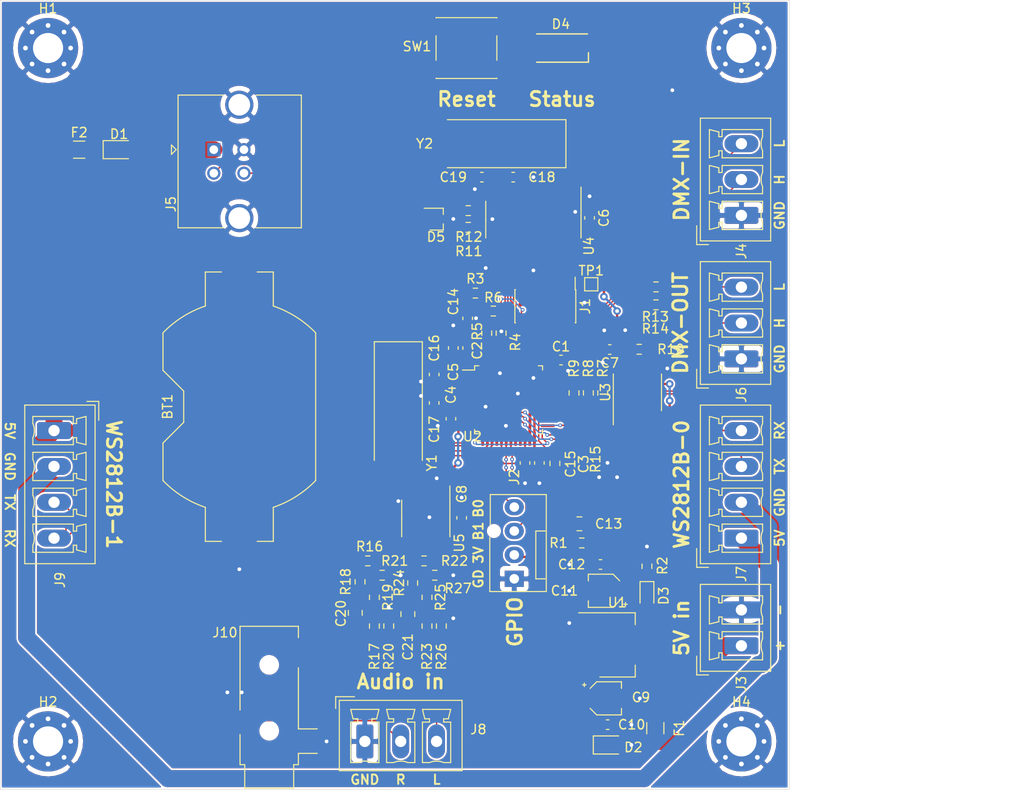
<source format=kicad_pcb>
(kicad_pcb (version 20171130) (host pcbnew 5.1.7)

  (general
    (thickness 1.6)
    (drawings 37)
    (tracks 641)
    (zones 0)
    (modules 80)
    (nets 79)
  )

  (page A4)
  (layers
    (0 F.Cu signal)
    (31 B.Cu signal)
    (32 B.Adhes user)
    (33 F.Adhes user)
    (34 B.Paste user)
    (35 F.Paste user)
    (36 B.SilkS user)
    (37 F.SilkS user)
    (38 B.Mask user)
    (39 F.Mask user)
    (40 Dwgs.User user)
    (41 Cmts.User user)
    (42 Eco1.User user)
    (43 Eco2.User user)
    (44 Edge.Cuts user)
    (45 Margin user)
    (46 B.CrtYd user)
    (47 F.CrtYd user)
    (48 B.Fab user)
    (49 F.Fab user hide)
  )

  (setup
    (last_trace_width 0.15)
    (user_trace_width 0.15)
    (user_trace_width 0.25)
    (trace_clearance 0.15)
    (zone_clearance 0.1524)
    (zone_45_only yes)
    (trace_min 0.15)
    (via_size 0.4)
    (via_drill 0.2)
    (via_min_size 0.35)
    (via_min_drill 0.2)
    (user_via 0.8 0.4)
    (uvia_size 0.3)
    (uvia_drill 0.1)
    (uvias_allowed no)
    (uvia_min_size 0.2)
    (uvia_min_drill 0.1)
    (edge_width 0.05)
    (segment_width 0.2)
    (pcb_text_width 0.3)
    (pcb_text_size 1.5 1.5)
    (mod_edge_width 0.12)
    (mod_text_size 1 1)
    (mod_text_width 0.15)
    (pad_size 1.8 3.6)
    (pad_drill 1.2)
    (pad_to_mask_clearance 0)
    (aux_axis_origin 0 0)
    (visible_elements FFFFFF7F)
    (pcbplotparams
      (layerselection 0x010fc_ffffffff)
      (usegerberextensions false)
      (usegerberattributes true)
      (usegerberadvancedattributes true)
      (creategerberjobfile true)
      (excludeedgelayer true)
      (linewidth 0.100000)
      (plotframeref false)
      (viasonmask false)
      (mode 1)
      (useauxorigin false)
      (hpglpennumber 1)
      (hpglpenspeed 20)
      (hpglpendiameter 15.000000)
      (psnegative false)
      (psa4output false)
      (plotreference true)
      (plotvalue true)
      (plotinvisibletext false)
      (padsonsilk false)
      (subtractmaskfromsilk false)
      (outputformat 1)
      (mirror false)
      (drillshape 1)
      (scaleselection 1)
      (outputdirectory ""))
  )

  (net 0 "")
  (net 1 +BATT)
  (net 2 GND)
  (net 3 +3V3)
  (net 4 VDDA)
  (net 5 +5V)
  (net 6 /cpu/RST_N)
  (net 7 /cpu/XTAL0)
  (net 8 /cpu/XTAL1)
  (net 9 "Net-(C18-Pad1)")
  (net 10 /io/AUDIO_IN_L)
  (net 11 "Net-(C19-Pad1)")
  (net 12 "Net-(C20-Pad1)")
  (net 13 /io/AUDIO_IN_R)
  (net 14 VBUS)
  (net 15 "Net-(D3-Pad1)")
  (net 16 "Net-(D5-Pad1)")
  (net 17 "Net-(D5-Pad2)")
  (net 18 VIN)
  (net 19 /cpu/JTMS)
  (net 20 /cpu/JTCK)
  (net 21 /cpu/JTDO)
  (net 22 "Net-(J1-Pad7)")
  (net 23 /cpu/JTDI)
  (net 24 "Net-(J1-Pad10)")
  (net 25 /io/DMXL)
  (net 26 /io/DMXH)
  (net 27 "Net-(J6-Pad2)")
  (net 28 /cpu/WS0_TX)
  (net 29 /cpu/WS0_RX)
  (net 30 /cpu/WS1_RX)
  (net 31 /cpu/WS1_TX)
  (net 32 "Net-(R4-Pad1)")
  (net 33 "Net-(R5-Pad1)")
  (net 34 "Net-(R7-Pad1)")
  (net 35 "Net-(R8-Pad1)")
  (net 36 "Net-(D4-Pad3)")
  (net 37 "Net-(R9-Pad1)")
  (net 38 "Net-(D4-Pad2)")
  (net 39 /io/USB_DP)
  (net 40 /io/USB_DM)
  (net 41 "Net-(R16-Pad2)")
  (net 42 /cpu/AUDIO_L)
  (net 43 "Net-(R19-Pad1)")
  (net 44 "Net-(R22-Pad2)")
  (net 45 /cpu/AUDIO_R)
  (net 46 "Net-(R25-Pad1)")
  (net 47 /cpu/JTRST_N)
  (net 48 "Net-(U2-Pad2)")
  (net 49 "Net-(U2-Pad3)")
  (net 50 "Net-(U2-Pad4)")
  (net 51 /cpu/DMX_RE)
  (net 52 /cpu/DMX_DE)
  (net 53 /cpu/DMX_DI)
  (net 54 /cpu/DMX_RO)
  (net 55 "Net-(U2-Pad20)")
  (net 56 "Net-(U2-Pad21)")
  (net 57 "Net-(U2-Pad25)")
  (net 58 "Net-(U2-Pad32)")
  (net 59 "Net-(U2-Pad41)")
  (net 60 /cpu/CONTROL_UART_OUT)
  (net 61 /cpu/CONTROL_UART_IN)
  (net 62 /cpu/CONTROL_UART_RST)
  (net 63 "Net-(U4-Pad9)")
  (net 64 "Net-(U4-Pad10)")
  (net 65 "Net-(U4-Pad11)")
  (net 66 "Net-(U4-Pad12)")
  (net 67 "Net-(U4-Pad14)")
  (net 68 "Net-(U4-Pad15)")
  (net 69 "Net-(D4-Pad1)")
  (net 70 "Net-(J6-Pad3)")
  (net 71 "Net-(C15-Pad1)")
  (net 72 "Net-(C21-Pad1)")
  (net 73 /power/VBS)
  (net 74 /cpu/PB1)
  (net 75 /cpu/PB0)
  (net 76 "Net-(U2-Pad29)")
  (net 77 "Net-(U2-Pad30)")
  (net 78 GNDPWR)

  (net_class Default "This is the default net class."
    (clearance 0.15)
    (trace_width 0.15)
    (via_dia 0.4)
    (via_drill 0.2)
    (uvia_dia 0.3)
    (uvia_drill 0.1)
    (add_net /cpu/AUDIO_L)
    (add_net /cpu/AUDIO_R)
    (add_net /cpu/CONTROL_UART_IN)
    (add_net /cpu/CONTROL_UART_OUT)
    (add_net /cpu/CONTROL_UART_RST)
    (add_net /cpu/DMX_DE)
    (add_net /cpu/DMX_DI)
    (add_net /cpu/DMX_RE)
    (add_net /cpu/DMX_RO)
    (add_net /cpu/JTCK)
    (add_net /cpu/JTDI)
    (add_net /cpu/JTDO)
    (add_net /cpu/JTMS)
    (add_net /cpu/JTRST_N)
    (add_net /cpu/PB0)
    (add_net /cpu/PB1)
    (add_net /cpu/RST_N)
    (add_net /cpu/WS0_RX)
    (add_net /cpu/WS0_TX)
    (add_net /cpu/WS1_RX)
    (add_net /cpu/WS1_TX)
    (add_net /cpu/XTAL0)
    (add_net /cpu/XTAL1)
    (add_net /io/AUDIO_IN_L)
    (add_net /io/AUDIO_IN_R)
    (add_net /io/DMXH)
    (add_net /io/DMXL)
    (add_net /io/USB_DM)
    (add_net /io/USB_DP)
    (add_net "Net-(C15-Pad1)")
    (add_net "Net-(C18-Pad1)")
    (add_net "Net-(C19-Pad1)")
    (add_net "Net-(C20-Pad1)")
    (add_net "Net-(C21-Pad1)")
    (add_net "Net-(D3-Pad1)")
    (add_net "Net-(D4-Pad1)")
    (add_net "Net-(D4-Pad2)")
    (add_net "Net-(D4-Pad3)")
    (add_net "Net-(D5-Pad1)")
    (add_net "Net-(D5-Pad2)")
    (add_net "Net-(J1-Pad10)")
    (add_net "Net-(J1-Pad7)")
    (add_net "Net-(J6-Pad2)")
    (add_net "Net-(J6-Pad3)")
    (add_net "Net-(R16-Pad2)")
    (add_net "Net-(R19-Pad1)")
    (add_net "Net-(R22-Pad2)")
    (add_net "Net-(R25-Pad1)")
    (add_net "Net-(R4-Pad1)")
    (add_net "Net-(R5-Pad1)")
    (add_net "Net-(R7-Pad1)")
    (add_net "Net-(R8-Pad1)")
    (add_net "Net-(R9-Pad1)")
    (add_net "Net-(U2-Pad2)")
    (add_net "Net-(U2-Pad20)")
    (add_net "Net-(U2-Pad21)")
    (add_net "Net-(U2-Pad25)")
    (add_net "Net-(U2-Pad29)")
    (add_net "Net-(U2-Pad3)")
    (add_net "Net-(U2-Pad30)")
    (add_net "Net-(U2-Pad32)")
    (add_net "Net-(U2-Pad4)")
    (add_net "Net-(U2-Pad41)")
    (add_net "Net-(U4-Pad10)")
    (add_net "Net-(U4-Pad11)")
    (add_net "Net-(U4-Pad12)")
    (add_net "Net-(U4-Pad14)")
    (add_net "Net-(U4-Pad15)")
    (add_net "Net-(U4-Pad9)")
  )

  (net_class "High Power" ""
    (clearance 0.2)
    (trace_width 1.8)
    (via_dia 1)
    (via_drill 0.7)
    (uvia_dia 0.3)
    (uvia_drill 0.1)
    (add_net +5V)
    (add_net /power/VBS)
    (add_net GND)
    (add_net GNDPWR)
    (add_net VBUS)
    (add_net VIN)
  )

  (net_class Power ""
    (clearance 0.15)
    (trace_width 0.25)
    (via_dia 0.8)
    (via_drill 0.4)
    (uvia_dia 0.3)
    (uvia_drill 0.1)
    (add_net +3V3)
    (add_net +BATT)
    (add_net VDDA)
  )

  (module NetTie:NetTie-2_SMD_Pad0.5mm (layer B.Cu) (tedit 5A1CF6D3) (tstamp 5FA1A2E1)
    (at 179.578 111.506 90)
    (descr "Net tie, 2 pin, 0.5mm square SMD pads")
    (tags "net tie")
    (path /5F7CBB94/5FCD1D1E)
    (attr virtual)
    (fp_text reference NT1 (at 0 1.2 90) (layer B.SilkS) hide
      (effects (font (size 1 1) (thickness 0.15)) (justify mirror))
    )
    (fp_text value Net-Tie_2 (at 0 -1.2 90) (layer B.Fab)
      (effects (font (size 1 1) (thickness 0.15)) (justify mirror))
    )
    (fp_poly (pts (xy -0.5 0.25) (xy 0.5 0.25) (xy 0.5 -0.25) (xy -0.5 -0.25)) (layer B.Cu) (width 0))
    (fp_line (start 1 0.5) (end -1 0.5) (layer B.CrtYd) (width 0.05))
    (fp_line (start 1 -0.5) (end 1 0.5) (layer B.CrtYd) (width 0.05))
    (fp_line (start -1 -0.5) (end 1 -0.5) (layer B.CrtYd) (width 0.05))
    (fp_line (start -1 0.5) (end -1 -0.5) (layer B.CrtYd) (width 0.05))
    (pad 2 smd circle (at 0.5 0 90) (size 0.5 0.5) (layers B.Cu)
      (net 78 GNDPWR))
    (pad 1 smd circle (at -0.5 0 90) (size 0.5 0.5) (layers B.Cu)
      (net 2 GND))
  )

  (module TestPoint:TestPoint_Pad_1.0x1.0mm (layer F.Cu) (tedit 5A0F774F) (tstamp 5F9FEE2B)
    (at 160.5788 77.1652)
    (descr "SMD rectangular pad as test Point, square 1.0mm side length")
    (tags "test point SMD pad rectangle square")
    (path /5F7D680C/5FBCAC5C)
    (attr virtual)
    (fp_text reference TP1 (at 0 -1.448) (layer F.SilkS)
      (effects (font (size 1 1) (thickness 0.15)))
    )
    (fp_text value JTRST_N (at 0 1.55) (layer F.Fab)
      (effects (font (size 1 1) (thickness 0.15)))
    )
    (fp_line (start -0.7 -0.7) (end 0.7 -0.7) (layer F.SilkS) (width 0.12))
    (fp_line (start 0.7 -0.7) (end 0.7 0.7) (layer F.SilkS) (width 0.12))
    (fp_line (start 0.7 0.7) (end -0.7 0.7) (layer F.SilkS) (width 0.12))
    (fp_line (start -0.7 0.7) (end -0.7 -0.7) (layer F.SilkS) (width 0.12))
    (fp_line (start -1 -1) (end 1 -1) (layer F.CrtYd) (width 0.05))
    (fp_line (start -1 -1) (end -1 1) (layer F.CrtYd) (width 0.05))
    (fp_line (start 1 1) (end 1 -1) (layer F.CrtYd) (width 0.05))
    (fp_line (start 1 1) (end -1 1) (layer F.CrtYd) (width 0.05))
    (fp_text user %R (at 0 -1.45) (layer F.Fab)
      (effects (font (size 1 1) (thickness 0.15)))
    )
    (pad 1 smd rect (at 0 0) (size 1 1) (layers F.Cu F.Mask)
      (net 47 /cpu/JTRST_N))
  )

  (module Capacitor_SMD:C_0603_1608Metric (layer F.Cu) (tedit 5F68FEEE) (tstamp 5F9E5346)
    (at 146.812 101.981 90)
    (descr "Capacitor SMD 0603 (1608 Metric), square (rectangular) end terminal, IPC_7351 nominal, (Body size source: IPC-SM-782 page 76, https://www.pcb-3d.com/wordpress/wp-content/uploads/ipc-sm-782a_amendment_1_and_2.pdf), generated with kicad-footprint-generator")
    (tags capacitor)
    (path /5F7CBB94/5FB9183D)
    (attr smd)
    (fp_text reference C8 (at 2.527 0 90) (layer F.SilkS)
      (effects (font (size 1 1) (thickness 0.15)))
    )
    (fp_text value 100n (at 0 1.43 90) (layer F.Fab)
      (effects (font (size 1 1) (thickness 0.15)))
    )
    (fp_line (start -0.8 0.4) (end -0.8 -0.4) (layer F.Fab) (width 0.1))
    (fp_line (start -0.8 -0.4) (end 0.8 -0.4) (layer F.Fab) (width 0.1))
    (fp_line (start 0.8 -0.4) (end 0.8 0.4) (layer F.Fab) (width 0.1))
    (fp_line (start 0.8 0.4) (end -0.8 0.4) (layer F.Fab) (width 0.1))
    (fp_line (start -0.14058 -0.51) (end 0.14058 -0.51) (layer F.SilkS) (width 0.12))
    (fp_line (start -0.14058 0.51) (end 0.14058 0.51) (layer F.SilkS) (width 0.12))
    (fp_line (start -1.48 0.73) (end -1.48 -0.73) (layer F.CrtYd) (width 0.05))
    (fp_line (start -1.48 -0.73) (end 1.48 -0.73) (layer F.CrtYd) (width 0.05))
    (fp_line (start 1.48 -0.73) (end 1.48 0.73) (layer F.CrtYd) (width 0.05))
    (fp_line (start 1.48 0.73) (end -1.48 0.73) (layer F.CrtYd) (width 0.05))
    (fp_text user %R (at 0 0 90) (layer F.Fab)
      (effects (font (size 0.4 0.4) (thickness 0.06)))
    )
    (pad 2 smd roundrect (at 0.775 0 90) (size 0.9 0.95) (layers F.Cu F.Paste F.Mask) (roundrect_rratio 0.25)
      (net 2 GND))
    (pad 1 smd roundrect (at -0.775 0 90) (size 0.9 0.95) (layers F.Cu F.Paste F.Mask) (roundrect_rratio 0.25)
      (net 4 VDDA))
    (model ${KISYS3DMOD}/Capacitor_SMD.3dshapes/C_0603_1608Metric.wrl
      (at (xyz 0 0 0))
      (scale (xyz 1 1 1))
      (rotate (xyz 0 0 0))
    )
  )

  (module MountingHole:MountingHole_3.2mm_M3_Pad_Via (layer F.Cu) (tedit 56DDBCCA) (tstamp 5F9A6722)
    (at 176.53 125.73)
    (descr "Mounting Hole 3.2mm, M3")
    (tags "mounting hole 3.2mm m3")
    (path /5FA07300)
    (attr virtual)
    (fp_text reference H4 (at 0 -4.2) (layer F.SilkS)
      (effects (font (size 1 1) (thickness 0.15)))
    )
    (fp_text value GND (at 0 4.2) (layer F.Fab)
      (effects (font (size 1 1) (thickness 0.15)))
    )
    (fp_circle (center 0 0) (end 3.2 0) (layer Cmts.User) (width 0.15))
    (fp_circle (center 0 0) (end 3.45 0) (layer F.CrtYd) (width 0.05))
    (fp_text user %R (at 0.3 0) (layer F.Fab)
      (effects (font (size 1 1) (thickness 0.15)))
    )
    (pad 1 thru_hole circle (at 1.697056 -1.697056) (size 0.8 0.8) (drill 0.5) (layers *.Cu *.Mask)
      (net 2 GND))
    (pad 1 thru_hole circle (at 0 -2.4) (size 0.8 0.8) (drill 0.5) (layers *.Cu *.Mask)
      (net 2 GND))
    (pad 1 thru_hole circle (at -1.697056 -1.697056) (size 0.8 0.8) (drill 0.5) (layers *.Cu *.Mask)
      (net 2 GND))
    (pad 1 thru_hole circle (at -2.4 0) (size 0.8 0.8) (drill 0.5) (layers *.Cu *.Mask)
      (net 2 GND))
    (pad 1 thru_hole circle (at -1.697056 1.697056) (size 0.8 0.8) (drill 0.5) (layers *.Cu *.Mask)
      (net 2 GND))
    (pad 1 thru_hole circle (at 0 2.4) (size 0.8 0.8) (drill 0.5) (layers *.Cu *.Mask)
      (net 2 GND))
    (pad 1 thru_hole circle (at 1.697056 1.697056) (size 0.8 0.8) (drill 0.5) (layers *.Cu *.Mask)
      (net 2 GND))
    (pad 1 thru_hole circle (at 2.4 0) (size 0.8 0.8) (drill 0.5) (layers *.Cu *.Mask)
      (net 2 GND))
    (pad 1 thru_hole circle (at 0 0) (size 6.4 6.4) (drill 3.2) (layers *.Cu *.Mask)
      (net 2 GND))
  )

  (module MountingHole:MountingHole_3.2mm_M3_Pad_Via (layer F.Cu) (tedit 56DDBCCA) (tstamp 5F9A6712)
    (at 176.53 52.07)
    (descr "Mounting Hole 3.2mm, M3")
    (tags "mounting hole 3.2mm m3")
    (path /5FA072AD)
    (attr virtual)
    (fp_text reference H3 (at 0 -4.2) (layer F.SilkS)
      (effects (font (size 1 1) (thickness 0.15)))
    )
    (fp_text value GND (at 0 4.2) (layer F.Fab)
      (effects (font (size 1 1) (thickness 0.15)))
    )
    (fp_circle (center 0 0) (end 3.2 0) (layer Cmts.User) (width 0.15))
    (fp_circle (center 0 0) (end 3.45 0) (layer F.CrtYd) (width 0.05))
    (fp_text user %R (at 0.3 0) (layer F.Fab)
      (effects (font (size 1 1) (thickness 0.15)))
    )
    (pad 1 thru_hole circle (at 1.697056 -1.697056) (size 0.8 0.8) (drill 0.5) (layers *.Cu *.Mask)
      (net 2 GND))
    (pad 1 thru_hole circle (at 0 -2.4) (size 0.8 0.8) (drill 0.5) (layers *.Cu *.Mask)
      (net 2 GND))
    (pad 1 thru_hole circle (at -1.697056 -1.697056) (size 0.8 0.8) (drill 0.5) (layers *.Cu *.Mask)
      (net 2 GND))
    (pad 1 thru_hole circle (at -2.4 0) (size 0.8 0.8) (drill 0.5) (layers *.Cu *.Mask)
      (net 2 GND))
    (pad 1 thru_hole circle (at -1.697056 1.697056) (size 0.8 0.8) (drill 0.5) (layers *.Cu *.Mask)
      (net 2 GND))
    (pad 1 thru_hole circle (at 0 2.4) (size 0.8 0.8) (drill 0.5) (layers *.Cu *.Mask)
      (net 2 GND))
    (pad 1 thru_hole circle (at 1.697056 1.697056) (size 0.8 0.8) (drill 0.5) (layers *.Cu *.Mask)
      (net 2 GND))
    (pad 1 thru_hole circle (at 2.4 0) (size 0.8 0.8) (drill 0.5) (layers *.Cu *.Mask)
      (net 2 GND))
    (pad 1 thru_hole circle (at 0 0) (size 6.4 6.4) (drill 3.2) (layers *.Cu *.Mask)
      (net 2 GND))
  )

  (module MountingHole:MountingHole_3.2mm_M3_Pad_Via (layer F.Cu) (tedit 56DDBCCA) (tstamp 5F9A6702)
    (at 102.87 125.73)
    (descr "Mounting Hole 3.2mm, M3")
    (tags "mounting hole 3.2mm m3")
    (path /5FA05EAC)
    (attr virtual)
    (fp_text reference H2 (at 0 -4.2) (layer F.SilkS)
      (effects (font (size 1 1) (thickness 0.15)))
    )
    (fp_text value GND (at 0 4.2) (layer F.Fab)
      (effects (font (size 1 1) (thickness 0.15)))
    )
    (fp_circle (center 0 0) (end 3.2 0) (layer Cmts.User) (width 0.15))
    (fp_circle (center 0 0) (end 3.45 0) (layer F.CrtYd) (width 0.05))
    (fp_text user %R (at 0.3 0) (layer F.Fab)
      (effects (font (size 1 1) (thickness 0.15)))
    )
    (pad 1 thru_hole circle (at 1.697056 -1.697056) (size 0.8 0.8) (drill 0.5) (layers *.Cu *.Mask)
      (net 2 GND))
    (pad 1 thru_hole circle (at 0 -2.4) (size 0.8 0.8) (drill 0.5) (layers *.Cu *.Mask)
      (net 2 GND))
    (pad 1 thru_hole circle (at -1.697056 -1.697056) (size 0.8 0.8) (drill 0.5) (layers *.Cu *.Mask)
      (net 2 GND))
    (pad 1 thru_hole circle (at -2.4 0) (size 0.8 0.8) (drill 0.5) (layers *.Cu *.Mask)
      (net 2 GND))
    (pad 1 thru_hole circle (at -1.697056 1.697056) (size 0.8 0.8) (drill 0.5) (layers *.Cu *.Mask)
      (net 2 GND))
    (pad 1 thru_hole circle (at 0 2.4) (size 0.8 0.8) (drill 0.5) (layers *.Cu *.Mask)
      (net 2 GND))
    (pad 1 thru_hole circle (at 1.697056 1.697056) (size 0.8 0.8) (drill 0.5) (layers *.Cu *.Mask)
      (net 2 GND))
    (pad 1 thru_hole circle (at 2.4 0) (size 0.8 0.8) (drill 0.5) (layers *.Cu *.Mask)
      (net 2 GND))
    (pad 1 thru_hole circle (at 0 0) (size 6.4 6.4) (drill 3.2) (layers *.Cu *.Mask)
      (net 2 GND))
  )

  (module MountingHole:MountingHole_3.2mm_M3_Pad_Via (layer F.Cu) (tedit 56DDBCCA) (tstamp 5F9A66F2)
    (at 102.87 52.07)
    (descr "Mounting Hole 3.2mm, M3")
    (tags "mounting hole 3.2mm m3")
    (path /5FA03D83)
    (attr virtual)
    (fp_text reference H1 (at 0 -4.2) (layer F.SilkS)
      (effects (font (size 1 1) (thickness 0.15)))
    )
    (fp_text value GND (at 0 4.2) (layer F.Fab)
      (effects (font (size 1 1) (thickness 0.15)))
    )
    (fp_circle (center 0 0) (end 3.2 0) (layer Cmts.User) (width 0.15))
    (fp_circle (center 0 0) (end 3.45 0) (layer F.CrtYd) (width 0.05))
    (fp_text user %R (at 0.3 0) (layer F.Fab)
      (effects (font (size 1 1) (thickness 0.15)))
    )
    (pad 1 thru_hole circle (at 1.697056 -1.697056) (size 0.8 0.8) (drill 0.5) (layers *.Cu *.Mask)
      (net 2 GND))
    (pad 1 thru_hole circle (at 0 -2.4) (size 0.8 0.8) (drill 0.5) (layers *.Cu *.Mask)
      (net 2 GND))
    (pad 1 thru_hole circle (at -1.697056 -1.697056) (size 0.8 0.8) (drill 0.5) (layers *.Cu *.Mask)
      (net 2 GND))
    (pad 1 thru_hole circle (at -2.4 0) (size 0.8 0.8) (drill 0.5) (layers *.Cu *.Mask)
      (net 2 GND))
    (pad 1 thru_hole circle (at -1.697056 1.697056) (size 0.8 0.8) (drill 0.5) (layers *.Cu *.Mask)
      (net 2 GND))
    (pad 1 thru_hole circle (at 0 2.4) (size 0.8 0.8) (drill 0.5) (layers *.Cu *.Mask)
      (net 2 GND))
    (pad 1 thru_hole circle (at 1.697056 1.697056) (size 0.8 0.8) (drill 0.5) (layers *.Cu *.Mask)
      (net 2 GND))
    (pad 1 thru_hole circle (at 2.4 0) (size 0.8 0.8) (drill 0.5) (layers *.Cu *.Mask)
      (net 2 GND))
    (pad 1 thru_hole circle (at 0 0) (size 6.4 6.4) (drill 3.2) (layers *.Cu *.Mask)
      (net 2 GND))
  )

  (module Fuse:Fuse_1206_3216Metric (layer F.Cu) (tedit 5F68FEF1) (tstamp 5F95E9EB)
    (at 167.386 124.33 90)
    (descr "Fuse SMD 1206 (3216 Metric), square (rectangular) end terminal, IPC_7351 nominal, (Body size source: http://www.tortai-tech.com/upload/download/2011102023233369053.pdf), generated with kicad-footprint-generator")
    (tags fuse)
    (path /5F7CBB94/5FA5A327)
    (attr smd)
    (fp_text reference F1 (at 0 2.54 90) (layer F.SilkS)
      (effects (font (size 1 1) (thickness 0.15)))
    )
    (fp_text value 4A (at 0 1.82 90) (layer F.Fab)
      (effects (font (size 1 1) (thickness 0.15)))
    )
    (fp_line (start -1.6 0.8) (end -1.6 -0.8) (layer F.Fab) (width 0.1))
    (fp_line (start -1.6 -0.8) (end 1.6 -0.8) (layer F.Fab) (width 0.1))
    (fp_line (start 1.6 -0.8) (end 1.6 0.8) (layer F.Fab) (width 0.1))
    (fp_line (start 1.6 0.8) (end -1.6 0.8) (layer F.Fab) (width 0.1))
    (fp_line (start -0.602064 -0.91) (end 0.602064 -0.91) (layer F.SilkS) (width 0.12))
    (fp_line (start -0.602064 0.91) (end 0.602064 0.91) (layer F.SilkS) (width 0.12))
    (fp_line (start -2.28 1.12) (end -2.28 -1.12) (layer F.CrtYd) (width 0.05))
    (fp_line (start -2.28 -1.12) (end 2.28 -1.12) (layer F.CrtYd) (width 0.05))
    (fp_line (start 2.28 -1.12) (end 2.28 1.12) (layer F.CrtYd) (width 0.05))
    (fp_line (start 2.28 1.12) (end -2.28 1.12) (layer F.CrtYd) (width 0.05))
    (fp_text user %R (at 0 0 90) (layer F.Fab)
      (effects (font (size 0.8 0.8) (thickness 0.12)))
    )
    (pad 2 smd roundrect (at 1.4 0 90) (size 1.25 1.75) (layers F.Cu F.Paste F.Mask) (roundrect_rratio 0.2)
      (net 18 VIN))
    (pad 1 smd roundrect (at -1.4 0 90) (size 1.25 1.75) (layers F.Cu F.Paste F.Mask) (roundrect_rratio 0.2)
      (net 5 +5V))
    (model ${KISYS3DMOD}/Fuse.3dshapes/Fuse_1206_3216Metric.wrl
      (at (xyz 0 0 0))
      (scale (xyz 1 1 1))
      (rotate (xyz 0 0 0))
    )
  )

  (module Fuse:Fuse_1206_3216Metric (layer F.Cu) (tedit 5F68FEF1) (tstamp 5F99D657)
    (at 106.172 62.865)
    (descr "Fuse SMD 1206 (3216 Metric), square (rectangular) end terminal, IPC_7351 nominal, (Body size source: http://www.tortai-tech.com/upload/download/2011102023233369053.pdf), generated with kicad-footprint-generator")
    (tags fuse)
    (path /5F7CBB94/5F9DA91D)
    (attr smd)
    (fp_text reference F2 (at 0 -1.82) (layer F.SilkS)
      (effects (font (size 1 1) (thickness 0.15)))
    )
    (fp_text value 500mA (at 0 1.82) (layer F.Fab)
      (effects (font (size 1 1) (thickness 0.15)))
    )
    (fp_line (start -1.6 0.8) (end -1.6 -0.8) (layer F.Fab) (width 0.1))
    (fp_line (start -1.6 -0.8) (end 1.6 -0.8) (layer F.Fab) (width 0.1))
    (fp_line (start 1.6 -0.8) (end 1.6 0.8) (layer F.Fab) (width 0.1))
    (fp_line (start 1.6 0.8) (end -1.6 0.8) (layer F.Fab) (width 0.1))
    (fp_line (start -0.602064 -0.91) (end 0.602064 -0.91) (layer F.SilkS) (width 0.12))
    (fp_line (start -0.602064 0.91) (end 0.602064 0.91) (layer F.SilkS) (width 0.12))
    (fp_line (start -2.28 1.12) (end -2.28 -1.12) (layer F.CrtYd) (width 0.05))
    (fp_line (start -2.28 -1.12) (end 2.28 -1.12) (layer F.CrtYd) (width 0.05))
    (fp_line (start 2.28 -1.12) (end 2.28 1.12) (layer F.CrtYd) (width 0.05))
    (fp_line (start 2.28 1.12) (end -2.28 1.12) (layer F.CrtYd) (width 0.05))
    (fp_text user %R (at 0 0) (layer F.Fab)
      (effects (font (size 0.8 0.8) (thickness 0.12)))
    )
    (pad 2 smd roundrect (at 1.4 0) (size 1.25 1.75) (layers F.Cu F.Paste F.Mask) (roundrect_rratio 0.2)
      (net 73 /power/VBS))
    (pad 1 smd roundrect (at -1.4 0) (size 1.25 1.75) (layers F.Cu F.Paste F.Mask) (roundrect_rratio 0.2)
      (net 5 +5V))
    (model ${KISYS3DMOD}/Fuse.3dshapes/Fuse_1206_3216Metric.wrl
      (at (xyz 0 0 0))
      (scale (xyz 1 1 1))
      (rotate (xyz 0 0 0))
    )
  )

  (module Battery:BatteryHolder_Keystone_1058_1x2032 (layer F.Cu) (tedit 589EE147) (tstamp 5F95E812)
    (at 123.19 90.17 270)
    (descr http://www.keyelco.com/product-pdf.cfm?p=14028)
    (tags "Keystone type 1058 coin cell retainer")
    (path /5F7CBB94/5F7D3481)
    (attr smd)
    (fp_text reference BT1 (at 0 7.62 90) (layer F.SilkS)
      (effects (font (size 1 1) (thickness 0.15)))
    )
    (fp_text value CR2032 (at 0 -9.398 90) (layer F.Fab)
      (effects (font (size 1 1) (thickness 0.15)))
    )
    (fp_line (start 11.06 4.11) (end 16.45 4.11) (layer F.CrtYd) (width 0.05))
    (fp_line (start 16.45 4.11) (end 16.45 -4.11) (layer F.CrtYd) (width 0.05))
    (fp_line (start 16.45 -4.11) (end 11.06 -4.11) (layer F.CrtYd) (width 0.05))
    (fp_line (start -16.45 -4.11) (end -11.06 -4.11) (layer F.CrtYd) (width 0.05))
    (fp_line (start -16.45 -4.11) (end -16.45 4.11) (layer F.CrtYd) (width 0.05))
    (fp_line (start -16.45 4.11) (end -11.06 4.11) (layer F.CrtYd) (width 0.05))
    (fp_line (start -14.31 1.9) (end -14.31 3.61) (layer F.SilkS) (width 0.12))
    (fp_line (start -10.692 3.61) (end -14.31 3.61) (layer F.SilkS) (width 0.12))
    (fp_line (start -3.86 8.11) (end -7.8473 8.11) (layer F.SilkS) (width 0.12))
    (fp_line (start -1.66 5.91) (end -3.86 8.11) (layer F.SilkS) (width 0.12))
    (fp_line (start 1.66 5.91) (end -1.66 5.91) (layer F.SilkS) (width 0.12))
    (fp_line (start 1.66 5.91) (end 3.86 8.11) (layer F.SilkS) (width 0.12))
    (fp_line (start 7.8473 8.11) (end 3.86 8.11) (layer F.SilkS) (width 0.12))
    (fp_line (start 14.31 1.9) (end 14.31 3.61) (layer F.SilkS) (width 0.12))
    (fp_line (start 14.31 3.61) (end 10.692 3.61) (layer F.SilkS) (width 0.12))
    (fp_line (start 10.692 -3.61) (end 14.31 -3.61) (layer F.SilkS) (width 0.12))
    (fp_line (start 14.31 -1.9) (end 14.31 -3.61) (layer F.SilkS) (width 0.12))
    (fp_line (start -7.8473 -8.11) (end 7.8473 -8.11) (layer F.SilkS) (width 0.12))
    (fp_line (start -14.31 -1.9) (end -14.31 -3.61) (layer F.SilkS) (width 0.12))
    (fp_line (start -14.31 -3.61) (end -10.692 -3.61) (layer F.SilkS) (width 0.12))
    (fp_line (start 14.2 1.9) (end 14.2 3.5) (layer F.Fab) (width 0.1))
    (fp_line (start 14.2 3.5) (end 10.61275 3.5) (layer F.Fab) (width 0.1))
    (fp_line (start 10.61275 -3.5) (end 14.2 -3.5) (layer F.Fab) (width 0.1))
    (fp_line (start 14.2 -3.5) (end 14.2 -1.9) (layer F.Fab) (width 0.1))
    (fp_line (start -14.2 1.9) (end -14.2 3.5) (layer F.Fab) (width 0.1))
    (fp_line (start -14.2 3.5) (end -10.61275 3.5) (layer F.Fab) (width 0.1))
    (fp_line (start 3.9 8) (end 7.8026 8) (layer F.Fab) (width 0.1))
    (fp_line (start 1.7 5.8) (end 3.9 8) (layer F.Fab) (width 0.1))
    (fp_line (start -1.7 5.8) (end -3.9 8) (layer F.Fab) (width 0.1))
    (fp_line (start -1.7 5.8) (end 1.7 5.8) (layer F.Fab) (width 0.1))
    (fp_line (start -14.2 -3.5) (end -10.61275 -3.5) (layer F.Fab) (width 0.1))
    (fp_line (start -14.2 -3.5) (end -14.2 -1.9) (layer F.Fab) (width 0.1))
    (fp_line (start -3.9 8) (end -7.8026 8) (layer F.Fab) (width 0.1))
    (fp_line (start -7.8026 -8) (end 7.8026 -8) (layer F.Fab) (width 0.1))
    (fp_circle (center 0 0) (end 10 0) (layer Dwgs.User) (width 0.15))
    (fp_text user %R (at 0 0 90) (layer F.Fab)
      (effects (font (size 1 1) (thickness 0.15)))
    )
    (fp_arc (start 0 0) (end 11.06 4.11) (angle 139.2) (layer F.CrtYd) (width 0.05))
    (fp_arc (start 0 0) (end -11.06 -4.11) (angle 139.2) (layer F.CrtYd) (width 0.05))
    (fp_arc (start 0 0) (end -10.692 3.61) (angle -27.3) (layer F.SilkS) (width 0.12))
    (fp_arc (start 0 0) (end 10.692 -3.61) (angle -27.3) (layer F.SilkS) (width 0.12))
    (fp_arc (start 0 0) (end 10.692 3.61) (angle 27.3) (layer F.SilkS) (width 0.12))
    (fp_arc (start 0 0) (end -10.692 -3.61) (angle 27.3) (layer F.SilkS) (width 0.12))
    (fp_arc (start 0 0) (end -10.61275 3.5) (angle -27.4635) (layer F.Fab) (width 0.1))
    (fp_arc (start 0 0) (end 10.61275 -3.5) (angle -27.4635) (layer F.Fab) (width 0.1))
    (fp_arc (start 0 0) (end 10.61275 3.5) (angle 27.4635) (layer F.Fab) (width 0.1))
    (fp_arc (start 0 0) (end -10.61275 -3.5) (angle 27.4635) (layer F.Fab) (width 0.1))
    (pad 1 smd rect (at -14.68 0 270) (size 2.54 3.51) (layers F.Cu F.Paste F.Mask)
      (net 1 +BATT))
    (pad 2 smd rect (at 14.68 0 270) (size 2.54 3.51) (layers F.Cu F.Paste F.Mask)
      (net 2 GND))
    (model ${KISYS3DMOD}/Battery.3dshapes/BatteryHolder_Keystone_1058_1x2032.wrl
      (at (xyz 0 0 0))
      (scale (xyz 1 1 1))
      (rotate (xyz 0 0 0))
    )
  )

  (module Capacitor_SMD:C_0603_1608Metric (layer F.Cu) (tedit 5F68FEEE) (tstamp 5F95E823)
    (at 157.366 85.217)
    (descr "Capacitor SMD 0603 (1608 Metric), square (rectangular) end terminal, IPC_7351 nominal, (Body size source: IPC-SM-782 page 76, https://www.pcb-3d.com/wordpress/wp-content/uploads/ipc-sm-782a_amendment_1_and_2.pdf), generated with kicad-footprint-generator")
    (tags capacitor)
    (path /5F7CBB94/5F7E167B)
    (attr smd)
    (fp_text reference C1 (at 0 -1.43) (layer F.SilkS)
      (effects (font (size 1 1) (thickness 0.15)))
    )
    (fp_text value 100n (at 0 1.43) (layer F.Fab)
      (effects (font (size 1 1) (thickness 0.15)))
    )
    (fp_line (start -0.8 0.4) (end -0.8 -0.4) (layer F.Fab) (width 0.1))
    (fp_line (start -0.8 -0.4) (end 0.8 -0.4) (layer F.Fab) (width 0.1))
    (fp_line (start 0.8 -0.4) (end 0.8 0.4) (layer F.Fab) (width 0.1))
    (fp_line (start 0.8 0.4) (end -0.8 0.4) (layer F.Fab) (width 0.1))
    (fp_line (start -0.14058 -0.51) (end 0.14058 -0.51) (layer F.SilkS) (width 0.12))
    (fp_line (start -0.14058 0.51) (end 0.14058 0.51) (layer F.SilkS) (width 0.12))
    (fp_line (start -1.48 0.73) (end -1.48 -0.73) (layer F.CrtYd) (width 0.05))
    (fp_line (start -1.48 -0.73) (end 1.48 -0.73) (layer F.CrtYd) (width 0.05))
    (fp_line (start 1.48 -0.73) (end 1.48 0.73) (layer F.CrtYd) (width 0.05))
    (fp_line (start 1.48 0.73) (end -1.48 0.73) (layer F.CrtYd) (width 0.05))
    (fp_text user %R (at 0 0) (layer F.Fab)
      (effects (font (size 0.4 0.4) (thickness 0.06)))
    )
    (pad 1 smd roundrect (at -0.775 0) (size 0.9 0.95) (layers F.Cu F.Paste F.Mask) (roundrect_rratio 0.25)
      (net 3 +3V3))
    (pad 2 smd roundrect (at 0.775 0) (size 0.9 0.95) (layers F.Cu F.Paste F.Mask) (roundrect_rratio 0.25)
      (net 2 GND))
    (model ${KISYS3DMOD}/Capacitor_SMD.3dshapes/C_0603_1608Metric.wrl
      (at (xyz 0 0 0))
      (scale (xyz 1 1 1))
      (rotate (xyz 0 0 0))
    )
  )

  (module Capacitor_SMD:C_0603_1608Metric (layer F.Cu) (tedit 5F68FEEE) (tstamp 5F95E834)
    (at 147.447 83.934 90)
    (descr "Capacitor SMD 0603 (1608 Metric), square (rectangular) end terminal, IPC_7351 nominal, (Body size source: IPC-SM-782 page 76, https://www.pcb-3d.com/wordpress/wp-content/uploads/ipc-sm-782a_amendment_1_and_2.pdf), generated with kicad-footprint-generator")
    (tags capacitor)
    (path /5F7CBB94/5F7D34D6)
    (attr smd)
    (fp_text reference C2 (at -0.267 1.016 90) (layer F.SilkS)
      (effects (font (size 1 1) (thickness 0.15)))
    )
    (fp_text value 100n (at 0 1.43 90) (layer F.Fab)
      (effects (font (size 1 1) (thickness 0.15)))
    )
    (fp_line (start -0.8 0.4) (end -0.8 -0.4) (layer F.Fab) (width 0.1))
    (fp_line (start -0.8 -0.4) (end 0.8 -0.4) (layer F.Fab) (width 0.1))
    (fp_line (start 0.8 -0.4) (end 0.8 0.4) (layer F.Fab) (width 0.1))
    (fp_line (start 0.8 0.4) (end -0.8 0.4) (layer F.Fab) (width 0.1))
    (fp_line (start -0.14058 -0.51) (end 0.14058 -0.51) (layer F.SilkS) (width 0.12))
    (fp_line (start -0.14058 0.51) (end 0.14058 0.51) (layer F.SilkS) (width 0.12))
    (fp_line (start -1.48 0.73) (end -1.48 -0.73) (layer F.CrtYd) (width 0.05))
    (fp_line (start -1.48 -0.73) (end 1.48 -0.73) (layer F.CrtYd) (width 0.05))
    (fp_line (start 1.48 -0.73) (end 1.48 0.73) (layer F.CrtYd) (width 0.05))
    (fp_line (start 1.48 0.73) (end -1.48 0.73) (layer F.CrtYd) (width 0.05))
    (fp_text user %R (at 0 0 90) (layer F.Fab)
      (effects (font (size 0.4 0.4) (thickness 0.06)))
    )
    (pad 1 smd roundrect (at -0.775 0 90) (size 0.9 0.95) (layers F.Cu F.Paste F.Mask) (roundrect_rratio 0.25)
      (net 3 +3V3))
    (pad 2 smd roundrect (at 0.775 0 90) (size 0.9 0.95) (layers F.Cu F.Paste F.Mask) (roundrect_rratio 0.25)
      (net 2 GND))
    (model ${KISYS3DMOD}/Capacitor_SMD.3dshapes/C_0603_1608Metric.wrl
      (at (xyz 0 0 0))
      (scale (xyz 1 1 1))
      (rotate (xyz 0 0 0))
    )
  )

  (module Capacitor_SMD:C_0603_1608Metric (layer F.Cu) (tedit 5F68FEEE) (tstamp 5F95E845)
    (at 155.067 96.152 270)
    (descr "Capacitor SMD 0603 (1608 Metric), square (rectangular) end terminal, IPC_7351 nominal, (Body size source: IPC-SM-782 page 76, https://www.pcb-3d.com/wordpress/wp-content/uploads/ipc-sm-782a_amendment_1_and_2.pdf), generated with kicad-footprint-generator")
    (tags capacitor)
    (path /5F7CBB94/5F7D34DC)
    (attr smd)
    (fp_text reference C3 (at 0.114 -4.699 90) (layer F.SilkS)
      (effects (font (size 1 1) (thickness 0.15)))
    )
    (fp_text value 100n (at 0 1.43 90) (layer F.Fab)
      (effects (font (size 1 1) (thickness 0.15)))
    )
    (fp_line (start 1.48 0.73) (end -1.48 0.73) (layer F.CrtYd) (width 0.05))
    (fp_line (start 1.48 -0.73) (end 1.48 0.73) (layer F.CrtYd) (width 0.05))
    (fp_line (start -1.48 -0.73) (end 1.48 -0.73) (layer F.CrtYd) (width 0.05))
    (fp_line (start -1.48 0.73) (end -1.48 -0.73) (layer F.CrtYd) (width 0.05))
    (fp_line (start -0.14058 0.51) (end 0.14058 0.51) (layer F.SilkS) (width 0.12))
    (fp_line (start -0.14058 -0.51) (end 0.14058 -0.51) (layer F.SilkS) (width 0.12))
    (fp_line (start 0.8 0.4) (end -0.8 0.4) (layer F.Fab) (width 0.1))
    (fp_line (start 0.8 -0.4) (end 0.8 0.4) (layer F.Fab) (width 0.1))
    (fp_line (start -0.8 -0.4) (end 0.8 -0.4) (layer F.Fab) (width 0.1))
    (fp_line (start -0.8 0.4) (end -0.8 -0.4) (layer F.Fab) (width 0.1))
    (fp_text user %R (at 0 0 90) (layer F.Fab)
      (effects (font (size 0.4 0.4) (thickness 0.06)))
    )
    (pad 2 smd roundrect (at 0.775 0 270) (size 0.9 0.95) (layers F.Cu F.Paste F.Mask) (roundrect_rratio 0.25)
      (net 2 GND))
    (pad 1 smd roundrect (at -0.775 0 270) (size 0.9 0.95) (layers F.Cu F.Paste F.Mask) (roundrect_rratio 0.25)
      (net 3 +3V3))
    (model ${KISYS3DMOD}/Capacitor_SMD.3dshapes/C_0603_1608Metric.wrl
      (at (xyz 0 0 0))
      (scale (xyz 1 1 1))
      (rotate (xyz 0 0 0))
    )
  )

  (module Capacitor_SMD:C_0603_1608Metric (layer F.Cu) (tedit 5F68FEEE) (tstamp 5F95E856)
    (at 145.669 91.453 270)
    (descr "Capacitor SMD 0603 (1608 Metric), square (rectangular) end terminal, IPC_7351 nominal, (Body size source: IPC-SM-782 page 76, https://www.pcb-3d.com/wordpress/wp-content/uploads/ipc-sm-782a_amendment_1_and_2.pdf), generated with kicad-footprint-generator")
    (tags capacitor)
    (path /5F7CBB94/5F7D34BF)
    (attr smd)
    (fp_text reference C4 (at -2.553 0 90) (layer F.SilkS)
      (effects (font (size 1 1) (thickness 0.15)))
    )
    (fp_text value 100n (at 0 1.43 90) (layer F.Fab)
      (effects (font (size 1 1) (thickness 0.15)))
    )
    (fp_line (start 1.48 0.73) (end -1.48 0.73) (layer F.CrtYd) (width 0.05))
    (fp_line (start 1.48 -0.73) (end 1.48 0.73) (layer F.CrtYd) (width 0.05))
    (fp_line (start -1.48 -0.73) (end 1.48 -0.73) (layer F.CrtYd) (width 0.05))
    (fp_line (start -1.48 0.73) (end -1.48 -0.73) (layer F.CrtYd) (width 0.05))
    (fp_line (start -0.14058 0.51) (end 0.14058 0.51) (layer F.SilkS) (width 0.12))
    (fp_line (start -0.14058 -0.51) (end 0.14058 -0.51) (layer F.SilkS) (width 0.12))
    (fp_line (start 0.8 0.4) (end -0.8 0.4) (layer F.Fab) (width 0.1))
    (fp_line (start 0.8 -0.4) (end 0.8 0.4) (layer F.Fab) (width 0.1))
    (fp_line (start -0.8 -0.4) (end 0.8 -0.4) (layer F.Fab) (width 0.1))
    (fp_line (start -0.8 0.4) (end -0.8 -0.4) (layer F.Fab) (width 0.1))
    (fp_text user %R (at 0 0 90) (layer F.Fab)
      (effects (font (size 0.4 0.4) (thickness 0.06)))
    )
    (pad 2 smd roundrect (at 0.775 0 270) (size 0.9 0.95) (layers F.Cu F.Paste F.Mask) (roundrect_rratio 0.25)
      (net 2 GND))
    (pad 1 smd roundrect (at -0.775 0 270) (size 0.9 0.95) (layers F.Cu F.Paste F.Mask) (roundrect_rratio 0.25)
      (net 4 VDDA))
    (model ${KISYS3DMOD}/Capacitor_SMD.3dshapes/C_0603_1608Metric.wrl
      (at (xyz 0 0 0))
      (scale (xyz 1 1 1))
      (rotate (xyz 0 0 0))
    )
  )

  (module Capacitor_SMD:C_0603_1608Metric (layer F.Cu) (tedit 5F68FEEE) (tstamp 5F95E867)
    (at 145.923 83.934 90)
    (descr "Capacitor SMD 0603 (1608 Metric), square (rectangular) end terminal, IPC_7351 nominal, (Body size source: IPC-SM-782 page 76, https://www.pcb-3d.com/wordpress/wp-content/uploads/ipc-sm-782a_amendment_1_and_2.pdf), generated with kicad-footprint-generator")
    (tags capacitor)
    (path /5F7CBB94/5F7D3495)
    (attr smd)
    (fp_text reference C5 (at -2.553 0 90) (layer F.SilkS)
      (effects (font (size 1 1) (thickness 0.15)))
    )
    (fp_text value 100n (at 0 1.43 90) (layer F.Fab)
      (effects (font (size 1 1) (thickness 0.15)))
    )
    (fp_line (start -0.8 0.4) (end -0.8 -0.4) (layer F.Fab) (width 0.1))
    (fp_line (start -0.8 -0.4) (end 0.8 -0.4) (layer F.Fab) (width 0.1))
    (fp_line (start 0.8 -0.4) (end 0.8 0.4) (layer F.Fab) (width 0.1))
    (fp_line (start 0.8 0.4) (end -0.8 0.4) (layer F.Fab) (width 0.1))
    (fp_line (start -0.14058 -0.51) (end 0.14058 -0.51) (layer F.SilkS) (width 0.12))
    (fp_line (start -0.14058 0.51) (end 0.14058 0.51) (layer F.SilkS) (width 0.12))
    (fp_line (start -1.48 0.73) (end -1.48 -0.73) (layer F.CrtYd) (width 0.05))
    (fp_line (start -1.48 -0.73) (end 1.48 -0.73) (layer F.CrtYd) (width 0.05))
    (fp_line (start 1.48 -0.73) (end 1.48 0.73) (layer F.CrtYd) (width 0.05))
    (fp_line (start 1.48 0.73) (end -1.48 0.73) (layer F.CrtYd) (width 0.05))
    (fp_text user %R (at 0 0 90) (layer F.Fab)
      (effects (font (size 0.4 0.4) (thickness 0.06)))
    )
    (pad 1 smd roundrect (at -0.775 0 90) (size 0.9 0.95) (layers F.Cu F.Paste F.Mask) (roundrect_rratio 0.25)
      (net 1 +BATT))
    (pad 2 smd roundrect (at 0.775 0 90) (size 0.9 0.95) (layers F.Cu F.Paste F.Mask) (roundrect_rratio 0.25)
      (net 2 GND))
    (model ${KISYS3DMOD}/Capacitor_SMD.3dshapes/C_0603_1608Metric.wrl
      (at (xyz 0 0 0))
      (scale (xyz 1 1 1))
      (rotate (xyz 0 0 0))
    )
  )

  (module Capacitor_SMD:C_0603_1608Metric (layer F.Cu) (tedit 5F68FEEE) (tstamp 5F95E878)
    (at 160.401 70.117 90)
    (descr "Capacitor SMD 0603 (1608 Metric), square (rectangular) end terminal, IPC_7351 nominal, (Body size source: IPC-SM-782 page 76, https://www.pcb-3d.com/wordpress/wp-content/uploads/ipc-sm-782a_amendment_1_and_2.pdf), generated with kicad-footprint-generator")
    (tags capacitor)
    (path /5F7CBB94/5F90151D)
    (attr smd)
    (fp_text reference C6 (at 0 1.524 90) (layer F.SilkS)
      (effects (font (size 1 1) (thickness 0.15)))
    )
    (fp_text value 100n (at 0 1.43 90) (layer F.Fab)
      (effects (font (size 1 1) (thickness 0.15)))
    )
    (fp_line (start 1.48 0.73) (end -1.48 0.73) (layer F.CrtYd) (width 0.05))
    (fp_line (start 1.48 -0.73) (end 1.48 0.73) (layer F.CrtYd) (width 0.05))
    (fp_line (start -1.48 -0.73) (end 1.48 -0.73) (layer F.CrtYd) (width 0.05))
    (fp_line (start -1.48 0.73) (end -1.48 -0.73) (layer F.CrtYd) (width 0.05))
    (fp_line (start -0.14058 0.51) (end 0.14058 0.51) (layer F.SilkS) (width 0.12))
    (fp_line (start -0.14058 -0.51) (end 0.14058 -0.51) (layer F.SilkS) (width 0.12))
    (fp_line (start 0.8 0.4) (end -0.8 0.4) (layer F.Fab) (width 0.1))
    (fp_line (start 0.8 -0.4) (end 0.8 0.4) (layer F.Fab) (width 0.1))
    (fp_line (start -0.8 -0.4) (end 0.8 -0.4) (layer F.Fab) (width 0.1))
    (fp_line (start -0.8 0.4) (end -0.8 -0.4) (layer F.Fab) (width 0.1))
    (fp_text user %R (at 0 0 90) (layer F.Fab)
      (effects (font (size 0.4 0.4) (thickness 0.06)))
    )
    (pad 2 smd roundrect (at 0.775 0 90) (size 0.9 0.95) (layers F.Cu F.Paste F.Mask) (roundrect_rratio 0.25)
      (net 2 GND))
    (pad 1 smd roundrect (at -0.775 0 90) (size 0.9 0.95) (layers F.Cu F.Paste F.Mask) (roundrect_rratio 0.25)
      (net 3 +3V3))
    (model ${KISYS3DMOD}/Capacitor_SMD.3dshapes/C_0603_1608Metric.wrl
      (at (xyz 0 0 0))
      (scale (xyz 1 1 1))
      (rotate (xyz 0 0 0))
    )
  )

  (module Capacitor_SMD:C_0603_1608Metric (layer F.Cu) (tedit 5F68FEEE) (tstamp 5F9F40DE)
    (at 162.547 84.1 180)
    (descr "Capacitor SMD 0603 (1608 Metric), square (rectangular) end terminal, IPC_7351 nominal, (Body size source: IPC-SM-782 page 76, https://www.pcb-3d.com/wordpress/wp-content/uploads/ipc-sm-782a_amendment_1_and_2.pdf), generated with kicad-footprint-generator")
    (tags capacitor)
    (path /5F7CBB94/5F8C1E0D)
    (attr smd)
    (fp_text reference C7 (at 0 -1.43) (layer F.SilkS)
      (effects (font (size 1 1) (thickness 0.15)))
    )
    (fp_text value 100n (at 0 1.43) (layer F.Fab)
      (effects (font (size 1 1) (thickness 0.15)))
    )
    (fp_line (start -0.8 0.4) (end -0.8 -0.4) (layer F.Fab) (width 0.1))
    (fp_line (start -0.8 -0.4) (end 0.8 -0.4) (layer F.Fab) (width 0.1))
    (fp_line (start 0.8 -0.4) (end 0.8 0.4) (layer F.Fab) (width 0.1))
    (fp_line (start 0.8 0.4) (end -0.8 0.4) (layer F.Fab) (width 0.1))
    (fp_line (start -0.14058 -0.51) (end 0.14058 -0.51) (layer F.SilkS) (width 0.12))
    (fp_line (start -0.14058 0.51) (end 0.14058 0.51) (layer F.SilkS) (width 0.12))
    (fp_line (start -1.48 0.73) (end -1.48 -0.73) (layer F.CrtYd) (width 0.05))
    (fp_line (start -1.48 -0.73) (end 1.48 -0.73) (layer F.CrtYd) (width 0.05))
    (fp_line (start 1.48 -0.73) (end 1.48 0.73) (layer F.CrtYd) (width 0.05))
    (fp_line (start 1.48 0.73) (end -1.48 0.73) (layer F.CrtYd) (width 0.05))
    (fp_text user %R (at 0 0) (layer F.Fab)
      (effects (font (size 0.4 0.4) (thickness 0.06)))
    )
    (pad 1 smd roundrect (at -0.775 0 180) (size 0.9 0.95) (layers F.Cu F.Paste F.Mask) (roundrect_rratio 0.25)
      (net 3 +3V3))
    (pad 2 smd roundrect (at 0.775 0 180) (size 0.9 0.95) (layers F.Cu F.Paste F.Mask) (roundrect_rratio 0.25)
      (net 2 GND))
    (model ${KISYS3DMOD}/Capacitor_SMD.3dshapes/C_0603_1608Metric.wrl
      (at (xyz 0 0 0))
      (scale (xyz 1 1 1))
      (rotate (xyz 0 0 0))
    )
  )

  (module Capacitor_SMD:CP_Elec_3x5.3 (layer F.Cu) (tedit 5B303299) (tstamp 5F95E8AD)
    (at 162.028 121.158)
    (descr "SMT capacitor, aluminium electrolytic, 3x5.3, Cornell Dubilier Electronics ")
    (tags "Capacitor Electrolytic")
    (path /5F7CBB94/5F7E4819)
    (attr smd)
    (fp_text reference C9 (at 3.834 -0.107001) (layer F.SilkS)
      (effects (font (size 1 1) (thickness 0.15)))
    )
    (fp_text value 4.7u (at 0 2.7) (layer F.Fab)
      (effects (font (size 1 1) (thickness 0.15)))
    )
    (fp_circle (center 0 0) (end 1.5 0) (layer F.Fab) (width 0.1))
    (fp_line (start 1.65 -1.65) (end 1.65 1.65) (layer F.Fab) (width 0.1))
    (fp_line (start -0.825 -1.65) (end 1.65 -1.65) (layer F.Fab) (width 0.1))
    (fp_line (start -0.825 1.65) (end 1.65 1.65) (layer F.Fab) (width 0.1))
    (fp_line (start -1.65 -0.825) (end -1.65 0.825) (layer F.Fab) (width 0.1))
    (fp_line (start -1.65 -0.825) (end -0.825 -1.65) (layer F.Fab) (width 0.1))
    (fp_line (start -1.65 0.825) (end -0.825 1.65) (layer F.Fab) (width 0.1))
    (fp_line (start -1.110469 -0.8) (end -0.810469 -0.8) (layer F.Fab) (width 0.1))
    (fp_line (start -0.960469 -0.95) (end -0.960469 -0.65) (layer F.Fab) (width 0.1))
    (fp_line (start 1.76 1.76) (end 1.76 1.06) (layer F.SilkS) (width 0.12))
    (fp_line (start 1.76 -1.76) (end 1.76 -1.06) (layer F.SilkS) (width 0.12))
    (fp_line (start -0.870563 -1.76) (end 1.76 -1.76) (layer F.SilkS) (width 0.12))
    (fp_line (start -0.870563 1.76) (end 1.76 1.76) (layer F.SilkS) (width 0.12))
    (fp_line (start -1.570563 -1.06) (end -0.870563 -1.76) (layer F.SilkS) (width 0.12))
    (fp_line (start -1.570563 1.06) (end -0.870563 1.76) (layer F.SilkS) (width 0.12))
    (fp_line (start -2.375 -1.435) (end -2 -1.435) (layer F.SilkS) (width 0.12))
    (fp_line (start -2.1875 -1.6225) (end -2.1875 -1.2475) (layer F.SilkS) (width 0.12))
    (fp_line (start 1.9 -1.9) (end 1.9 -1.05) (layer F.CrtYd) (width 0.05))
    (fp_line (start 1.9 -1.05) (end 2.85 -1.05) (layer F.CrtYd) (width 0.05))
    (fp_line (start 2.85 -1.05) (end 2.85 1.05) (layer F.CrtYd) (width 0.05))
    (fp_line (start 2.85 1.05) (end 1.9 1.05) (layer F.CrtYd) (width 0.05))
    (fp_line (start 1.9 1.05) (end 1.9 1.9) (layer F.CrtYd) (width 0.05))
    (fp_line (start -0.93 1.9) (end 1.9 1.9) (layer F.CrtYd) (width 0.05))
    (fp_line (start -0.93 -1.9) (end 1.9 -1.9) (layer F.CrtYd) (width 0.05))
    (fp_line (start -1.78 1.05) (end -0.93 1.9) (layer F.CrtYd) (width 0.05))
    (fp_line (start -1.78 -1.05) (end -0.93 -1.9) (layer F.CrtYd) (width 0.05))
    (fp_line (start -1.78 -1.05) (end -2.85 -1.05) (layer F.CrtYd) (width 0.05))
    (fp_line (start -2.85 -1.05) (end -2.85 1.05) (layer F.CrtYd) (width 0.05))
    (fp_line (start -2.85 1.05) (end -1.78 1.05) (layer F.CrtYd) (width 0.05))
    (fp_text user %R (at 0 0) (layer F.Fab)
      (effects (font (size 0.6 0.6) (thickness 0.09)))
    )
    (pad 1 smd rect (at -1.5 0) (size 2.2 1.6) (layers F.Cu F.Paste F.Mask)
      (net 5 +5V))
    (pad 2 smd rect (at 1.5 0) (size 2.2 1.6) (layers F.Cu F.Paste F.Mask)
      (net 2 GND))
    (model ${KISYS3DMOD}/Capacitor_SMD.3dshapes/CP_Elec_3x5.3.wrl
      (at (xyz 0 0 0))
      (scale (xyz 1 1 1))
      (rotate (xyz 0 0 0))
    )
  )

  (module Capacitor_SMD:C_0603_1608Metric (layer F.Cu) (tedit 5F68FEEE) (tstamp 5F95E8BE)
    (at 162.319 123.952)
    (descr "Capacitor SMD 0603 (1608 Metric), square (rectangular) end terminal, IPC_7351 nominal, (Body size source: IPC-SM-782 page 76, https://www.pcb-3d.com/wordpress/wp-content/uploads/ipc-sm-782a_amendment_1_and_2.pdf), generated with kicad-footprint-generator")
    (tags capacitor)
    (path /5F7CBB94/5F7D3455)
    (attr smd)
    (fp_text reference C10 (at 2.553 0) (layer F.SilkS)
      (effects (font (size 1 1) (thickness 0.15)))
    )
    (fp_text value 100n (at 0 1.43) (layer F.Fab)
      (effects (font (size 1 1) (thickness 0.15)))
    )
    (fp_line (start 1.48 0.73) (end -1.48 0.73) (layer F.CrtYd) (width 0.05))
    (fp_line (start 1.48 -0.73) (end 1.48 0.73) (layer F.CrtYd) (width 0.05))
    (fp_line (start -1.48 -0.73) (end 1.48 -0.73) (layer F.CrtYd) (width 0.05))
    (fp_line (start -1.48 0.73) (end -1.48 -0.73) (layer F.CrtYd) (width 0.05))
    (fp_line (start -0.14058 0.51) (end 0.14058 0.51) (layer F.SilkS) (width 0.12))
    (fp_line (start -0.14058 -0.51) (end 0.14058 -0.51) (layer F.SilkS) (width 0.12))
    (fp_line (start 0.8 0.4) (end -0.8 0.4) (layer F.Fab) (width 0.1))
    (fp_line (start 0.8 -0.4) (end 0.8 0.4) (layer F.Fab) (width 0.1))
    (fp_line (start -0.8 -0.4) (end 0.8 -0.4) (layer F.Fab) (width 0.1))
    (fp_line (start -0.8 0.4) (end -0.8 -0.4) (layer F.Fab) (width 0.1))
    (fp_text user %R (at 0 0) (layer F.Fab)
      (effects (font (size 0.4 0.4) (thickness 0.06)))
    )
    (pad 2 smd roundrect (at 0.775 0) (size 0.9 0.95) (layers F.Cu F.Paste F.Mask) (roundrect_rratio 0.25)
      (net 2 GND))
    (pad 1 smd roundrect (at -0.775 0) (size 0.9 0.95) (layers F.Cu F.Paste F.Mask) (roundrect_rratio 0.25)
      (net 5 +5V))
    (model ${KISYS3DMOD}/Capacitor_SMD.3dshapes/C_0603_1608Metric.wrl
      (at (xyz 0 0 0))
      (scale (xyz 1 1 1))
      (rotate (xyz 0 0 0))
    )
  )

  (module Capacitor_SMD:CP_Elec_3x5.3 (layer F.Cu) (tedit 5B303299) (tstamp 5F95E8E2)
    (at 162.028 109.728 180)
    (descr "SMT capacitor, aluminium electrolytic, 3x5.3, Cornell Dubilier Electronics ")
    (tags "Capacitor Electrolytic")
    (path /5F7CBB94/5F7E48E5)
    (attr smd)
    (fp_text reference C11 (at 4.294 0) (layer F.SilkS)
      (effects (font (size 1 1) (thickness 0.15)))
    )
    (fp_text value 4.7u (at 0 2.7) (layer F.Fab)
      (effects (font (size 1 1) (thickness 0.15)))
    )
    (fp_line (start -2.85 1.05) (end -1.78 1.05) (layer F.CrtYd) (width 0.05))
    (fp_line (start -2.85 -1.05) (end -2.85 1.05) (layer F.CrtYd) (width 0.05))
    (fp_line (start -1.78 -1.05) (end -2.85 -1.05) (layer F.CrtYd) (width 0.05))
    (fp_line (start -1.78 -1.05) (end -0.93 -1.9) (layer F.CrtYd) (width 0.05))
    (fp_line (start -1.78 1.05) (end -0.93 1.9) (layer F.CrtYd) (width 0.05))
    (fp_line (start -0.93 -1.9) (end 1.9 -1.9) (layer F.CrtYd) (width 0.05))
    (fp_line (start -0.93 1.9) (end 1.9 1.9) (layer F.CrtYd) (width 0.05))
    (fp_line (start 1.9 1.05) (end 1.9 1.9) (layer F.CrtYd) (width 0.05))
    (fp_line (start 2.85 1.05) (end 1.9 1.05) (layer F.CrtYd) (width 0.05))
    (fp_line (start 2.85 -1.05) (end 2.85 1.05) (layer F.CrtYd) (width 0.05))
    (fp_line (start 1.9 -1.05) (end 2.85 -1.05) (layer F.CrtYd) (width 0.05))
    (fp_line (start 1.9 -1.9) (end 1.9 -1.05) (layer F.CrtYd) (width 0.05))
    (fp_line (start -2.1875 -1.6225) (end -2.1875 -1.2475) (layer F.SilkS) (width 0.12))
    (fp_line (start -2.375 -1.435) (end -2 -1.435) (layer F.SilkS) (width 0.12))
    (fp_line (start -1.570563 1.06) (end -0.870563 1.76) (layer F.SilkS) (width 0.12))
    (fp_line (start -1.570563 -1.06) (end -0.870563 -1.76) (layer F.SilkS) (width 0.12))
    (fp_line (start -0.870563 1.76) (end 1.76 1.76) (layer F.SilkS) (width 0.12))
    (fp_line (start -0.870563 -1.76) (end 1.76 -1.76) (layer F.SilkS) (width 0.12))
    (fp_line (start 1.76 -1.76) (end 1.76 -1.06) (layer F.SilkS) (width 0.12))
    (fp_line (start 1.76 1.76) (end 1.76 1.06) (layer F.SilkS) (width 0.12))
    (fp_line (start -0.960469 -0.95) (end -0.960469 -0.65) (layer F.Fab) (width 0.1))
    (fp_line (start -1.110469 -0.8) (end -0.810469 -0.8) (layer F.Fab) (width 0.1))
    (fp_line (start -1.65 0.825) (end -0.825 1.65) (layer F.Fab) (width 0.1))
    (fp_line (start -1.65 -0.825) (end -0.825 -1.65) (layer F.Fab) (width 0.1))
    (fp_line (start -1.65 -0.825) (end -1.65 0.825) (layer F.Fab) (width 0.1))
    (fp_line (start -0.825 1.65) (end 1.65 1.65) (layer F.Fab) (width 0.1))
    (fp_line (start -0.825 -1.65) (end 1.65 -1.65) (layer F.Fab) (width 0.1))
    (fp_line (start 1.65 -1.65) (end 1.65 1.65) (layer F.Fab) (width 0.1))
    (fp_circle (center 0 0) (end 1.5 0) (layer F.Fab) (width 0.1))
    (fp_text user %R (at 0 0) (layer F.Fab)
      (effects (font (size 0.6 0.6) (thickness 0.09)))
    )
    (pad 2 smd rect (at 1.5 0 180) (size 2.2 1.6) (layers F.Cu F.Paste F.Mask)
      (net 2 GND))
    (pad 1 smd rect (at -1.5 0 180) (size 2.2 1.6) (layers F.Cu F.Paste F.Mask)
      (net 3 +3V3))
    (model ${KISYS3DMOD}/Capacitor_SMD.3dshapes/CP_Elec_3x5.3.wrl
      (at (xyz 0 0 0))
      (scale (xyz 1 1 1))
      (rotate (xyz 0 0 0))
    )
  )

  (module Capacitor_SMD:C_0603_1608Metric (layer F.Cu) (tedit 5F68FEEE) (tstamp 5F95E8F3)
    (at 161.557 106.934 180)
    (descr "Capacitor SMD 0603 (1608 Metric), square (rectangular) end terminal, IPC_7351 nominal, (Body size source: IPC-SM-782 page 76, https://www.pcb-3d.com/wordpress/wp-content/uploads/ipc-sm-782a_amendment_1_and_2.pdf), generated with kicad-footprint-generator")
    (tags capacitor)
    (path /5F7CBB94/5F7D345B)
    (attr smd)
    (fp_text reference C12 (at 3.061 0) (layer F.SilkS)
      (effects (font (size 1 1) (thickness 0.15)))
    )
    (fp_text value 100n (at 0 1.43) (layer F.Fab)
      (effects (font (size 1 1) (thickness 0.15)))
    )
    (fp_line (start -0.8 0.4) (end -0.8 -0.4) (layer F.Fab) (width 0.1))
    (fp_line (start -0.8 -0.4) (end 0.8 -0.4) (layer F.Fab) (width 0.1))
    (fp_line (start 0.8 -0.4) (end 0.8 0.4) (layer F.Fab) (width 0.1))
    (fp_line (start 0.8 0.4) (end -0.8 0.4) (layer F.Fab) (width 0.1))
    (fp_line (start -0.14058 -0.51) (end 0.14058 -0.51) (layer F.SilkS) (width 0.12))
    (fp_line (start -0.14058 0.51) (end 0.14058 0.51) (layer F.SilkS) (width 0.12))
    (fp_line (start -1.48 0.73) (end -1.48 -0.73) (layer F.CrtYd) (width 0.05))
    (fp_line (start -1.48 -0.73) (end 1.48 -0.73) (layer F.CrtYd) (width 0.05))
    (fp_line (start 1.48 -0.73) (end 1.48 0.73) (layer F.CrtYd) (width 0.05))
    (fp_line (start 1.48 0.73) (end -1.48 0.73) (layer F.CrtYd) (width 0.05))
    (fp_text user %R (at 0 0) (layer F.Fab)
      (effects (font (size 0.4 0.4) (thickness 0.06)))
    )
    (pad 1 smd roundrect (at -0.775 0 180) (size 0.9 0.95) (layers F.Cu F.Paste F.Mask) (roundrect_rratio 0.25)
      (net 3 +3V3))
    (pad 2 smd roundrect (at 0.775 0 180) (size 0.9 0.95) (layers F.Cu F.Paste F.Mask) (roundrect_rratio 0.25)
      (net 2 GND))
    (model ${KISYS3DMOD}/Capacitor_SMD.3dshapes/C_0603_1608Metric.wrl
      (at (xyz 0 0 0))
      (scale (xyz 1 1 1))
      (rotate (xyz 0 0 0))
    )
  )

  (module Capacitor_SMD:C_0805_2012Metric (layer F.Cu) (tedit 5F68FEEE) (tstamp 5F95E904)
    (at 159.319 102.616)
    (descr "Capacitor SMD 0805 (2012 Metric), square (rectangular) end terminal, IPC_7351 nominal, (Body size source: IPC-SM-782 page 76, https://www.pcb-3d.com/wordpress/wp-content/uploads/ipc-sm-782a_amendment_1_and_2.pdf, https://docs.google.com/spreadsheets/d/1BsfQQcO9C6DZCsRaXUlFlo91Tg2WpOkGARC1WS5S8t0/edit?usp=sharing), generated with kicad-footprint-generator")
    (tags capacitor)
    (path /5F7CBB94/5F7D34EF)
    (attr smd)
    (fp_text reference C13 (at 3.114 0) (layer F.SilkS)
      (effects (font (size 1 1) (thickness 0.15)))
    )
    (fp_text value 1u (at 0 1.68) (layer F.Fab)
      (effects (font (size 1 1) (thickness 0.15)))
    )
    (fp_line (start -1 0.625) (end -1 -0.625) (layer F.Fab) (width 0.1))
    (fp_line (start -1 -0.625) (end 1 -0.625) (layer F.Fab) (width 0.1))
    (fp_line (start 1 -0.625) (end 1 0.625) (layer F.Fab) (width 0.1))
    (fp_line (start 1 0.625) (end -1 0.625) (layer F.Fab) (width 0.1))
    (fp_line (start -0.261252 -0.735) (end 0.261252 -0.735) (layer F.SilkS) (width 0.12))
    (fp_line (start -0.261252 0.735) (end 0.261252 0.735) (layer F.SilkS) (width 0.12))
    (fp_line (start -1.7 0.98) (end -1.7 -0.98) (layer F.CrtYd) (width 0.05))
    (fp_line (start -1.7 -0.98) (end 1.7 -0.98) (layer F.CrtYd) (width 0.05))
    (fp_line (start 1.7 -0.98) (end 1.7 0.98) (layer F.CrtYd) (width 0.05))
    (fp_line (start 1.7 0.98) (end -1.7 0.98) (layer F.CrtYd) (width 0.05))
    (fp_text user %R (at 0 0) (layer F.Fab)
      (effects (font (size 0.5 0.5) (thickness 0.08)))
    )
    (pad 1 smd roundrect (at -0.95 0) (size 1 1.45) (layers F.Cu F.Paste F.Mask) (roundrect_rratio 0.25)
      (net 4 VDDA))
    (pad 2 smd roundrect (at 0.95 0) (size 1 1.45) (layers F.Cu F.Paste F.Mask) (roundrect_rratio 0.25)
      (net 2 GND))
    (model ${KISYS3DMOD}/Capacitor_SMD.3dshapes/C_0805_2012Metric.wrl
      (at (xyz 0 0 0))
      (scale (xyz 1 1 1))
      (rotate (xyz 0 0 0))
    )
  )

  (module Capacitor_SMD:C_0603_1608Metric (layer F.Cu) (tedit 5F68FEEE) (tstamp 5F95E915)
    (at 147.447 80.785 90)
    (descr "Capacitor SMD 0603 (1608 Metric), square (rectangular) end terminal, IPC_7351 nominal, (Body size source: IPC-SM-782 page 76, https://www.pcb-3d.com/wordpress/wp-content/uploads/ipc-sm-782a_amendment_1_and_2.pdf), generated with kicad-footprint-generator")
    (tags capacitor)
    (path /5F7D680C/5F8D70AA)
    (attr smd)
    (fp_text reference C14 (at 1.765 -1.524 90) (layer F.SilkS)
      (effects (font (size 1 1) (thickness 0.15)))
    )
    (fp_text value 100n (at 0 1.43 90) (layer F.Fab)
      (effects (font (size 1 1) (thickness 0.15)))
    )
    (fp_line (start 1.48 0.73) (end -1.48 0.73) (layer F.CrtYd) (width 0.05))
    (fp_line (start 1.48 -0.73) (end 1.48 0.73) (layer F.CrtYd) (width 0.05))
    (fp_line (start -1.48 -0.73) (end 1.48 -0.73) (layer F.CrtYd) (width 0.05))
    (fp_line (start -1.48 0.73) (end -1.48 -0.73) (layer F.CrtYd) (width 0.05))
    (fp_line (start -0.14058 0.51) (end 0.14058 0.51) (layer F.SilkS) (width 0.12))
    (fp_line (start -0.14058 -0.51) (end 0.14058 -0.51) (layer F.SilkS) (width 0.12))
    (fp_line (start 0.8 0.4) (end -0.8 0.4) (layer F.Fab) (width 0.1))
    (fp_line (start 0.8 -0.4) (end 0.8 0.4) (layer F.Fab) (width 0.1))
    (fp_line (start -0.8 -0.4) (end 0.8 -0.4) (layer F.Fab) (width 0.1))
    (fp_line (start -0.8 0.4) (end -0.8 -0.4) (layer F.Fab) (width 0.1))
    (fp_text user %R (at 0 0 90) (layer F.Fab)
      (effects (font (size 0.4 0.4) (thickness 0.06)))
    )
    (pad 2 smd roundrect (at 0.775 0 90) (size 0.9 0.95) (layers F.Cu F.Paste F.Mask) (roundrect_rratio 0.25)
      (net 6 /cpu/RST_N))
    (pad 1 smd roundrect (at -0.775 0 90) (size 0.9 0.95) (layers F.Cu F.Paste F.Mask) (roundrect_rratio 0.25)
      (net 2 GND))
    (model ${KISYS3DMOD}/Capacitor_SMD.3dshapes/C_0603_1608Metric.wrl
      (at (xyz 0 0 0))
      (scale (xyz 1 1 1))
      (rotate (xyz 0 0 0))
    )
  )

  (module Capacitor_SMD:C_0603_1608Metric (layer F.Cu) (tedit 5F68FEEE) (tstamp 5F95E926)
    (at 153.543 96.152 270)
    (descr "Capacitor SMD 0603 (1608 Metric), square (rectangular) end terminal, IPC_7351 nominal, (Body size source: IPC-SM-782 page 76, https://www.pcb-3d.com/wordpress/wp-content/uploads/ipc-sm-782a_amendment_1_and_2.pdf), generated with kicad-footprint-generator")
    (tags capacitor)
    (path /5F7D680C/5F87B5BD)
    (attr smd)
    (fp_text reference C15 (at 0.114 -4.826 90) (layer F.SilkS)
      (effects (font (size 1 1) (thickness 0.15)))
    )
    (fp_text value 100n (at 0 1.43 90) (layer F.Fab)
      (effects (font (size 1 1) (thickness 0.15)))
    )
    (fp_line (start -0.8 0.4) (end -0.8 -0.4) (layer F.Fab) (width 0.1))
    (fp_line (start -0.8 -0.4) (end 0.8 -0.4) (layer F.Fab) (width 0.1))
    (fp_line (start 0.8 -0.4) (end 0.8 0.4) (layer F.Fab) (width 0.1))
    (fp_line (start 0.8 0.4) (end -0.8 0.4) (layer F.Fab) (width 0.1))
    (fp_line (start -0.14058 -0.51) (end 0.14058 -0.51) (layer F.SilkS) (width 0.12))
    (fp_line (start -0.14058 0.51) (end 0.14058 0.51) (layer F.SilkS) (width 0.12))
    (fp_line (start -1.48 0.73) (end -1.48 -0.73) (layer F.CrtYd) (width 0.05))
    (fp_line (start -1.48 -0.73) (end 1.48 -0.73) (layer F.CrtYd) (width 0.05))
    (fp_line (start 1.48 -0.73) (end 1.48 0.73) (layer F.CrtYd) (width 0.05))
    (fp_line (start 1.48 0.73) (end -1.48 0.73) (layer F.CrtYd) (width 0.05))
    (fp_text user %R (at 0 0 90) (layer F.Fab)
      (effects (font (size 0.4 0.4) (thickness 0.06)))
    )
    (pad 1 smd roundrect (at -0.775 0 270) (size 0.9 0.95) (layers F.Cu F.Paste F.Mask) (roundrect_rratio 0.25)
      (net 71 "Net-(C15-Pad1)"))
    (pad 2 smd roundrect (at 0.775 0 270) (size 0.9 0.95) (layers F.Cu F.Paste F.Mask) (roundrect_rratio 0.25)
      (net 2 GND))
    (model ${KISYS3DMOD}/Capacitor_SMD.3dshapes/C_0603_1608Metric.wrl
      (at (xyz 0 0 0))
      (scale (xyz 1 1 1))
      (rotate (xyz 0 0 0))
    )
  )

  (module Capacitor_SMD:C_0603_1608Metric (layer F.Cu) (tedit 5F68FEEE) (tstamp 5F95E937)
    (at 143.891 86.754 270)
    (descr "Capacitor SMD 0603 (1608 Metric), square (rectangular) end terminal, IPC_7351 nominal, (Body size source: IPC-SM-782 page 76, https://www.pcb-3d.com/wordpress/wp-content/uploads/ipc-sm-782a_amendment_1_and_2.pdf), generated with kicad-footprint-generator")
    (tags capacitor)
    (path /5F7D680C/5F89C461)
    (attr smd)
    (fp_text reference C16 (at -2.807 0 90) (layer F.SilkS)
      (effects (font (size 1 1) (thickness 0.15)))
    )
    (fp_text value 22P (at 0 1.43 90) (layer F.Fab)
      (effects (font (size 1 1) (thickness 0.15)))
    )
    (fp_line (start 1.48 0.73) (end -1.48 0.73) (layer F.CrtYd) (width 0.05))
    (fp_line (start 1.48 -0.73) (end 1.48 0.73) (layer F.CrtYd) (width 0.05))
    (fp_line (start -1.48 -0.73) (end 1.48 -0.73) (layer F.CrtYd) (width 0.05))
    (fp_line (start -1.48 0.73) (end -1.48 -0.73) (layer F.CrtYd) (width 0.05))
    (fp_line (start -0.14058 0.51) (end 0.14058 0.51) (layer F.SilkS) (width 0.12))
    (fp_line (start -0.14058 -0.51) (end 0.14058 -0.51) (layer F.SilkS) (width 0.12))
    (fp_line (start 0.8 0.4) (end -0.8 0.4) (layer F.Fab) (width 0.1))
    (fp_line (start 0.8 -0.4) (end 0.8 0.4) (layer F.Fab) (width 0.1))
    (fp_line (start -0.8 -0.4) (end 0.8 -0.4) (layer F.Fab) (width 0.1))
    (fp_line (start -0.8 0.4) (end -0.8 -0.4) (layer F.Fab) (width 0.1))
    (fp_text user %R (at 0 0 90) (layer F.Fab)
      (effects (font (size 0.4 0.4) (thickness 0.06)))
    )
    (pad 2 smd roundrect (at 0.775 0 270) (size 0.9 0.95) (layers F.Cu F.Paste F.Mask) (roundrect_rratio 0.25)
      (net 2 GND))
    (pad 1 smd roundrect (at -0.775 0 270) (size 0.9 0.95) (layers F.Cu F.Paste F.Mask) (roundrect_rratio 0.25)
      (net 7 /cpu/XTAL0))
    (model ${KISYS3DMOD}/Capacitor_SMD.3dshapes/C_0603_1608Metric.wrl
      (at (xyz 0 0 0))
      (scale (xyz 1 1 1))
      (rotate (xyz 0 0 0))
    )
  )

  (module Capacitor_SMD:C_0603_1608Metric (layer F.Cu) (tedit 5F68FEEE) (tstamp 5F95E948)
    (at 143.891 89.776 90)
    (descr "Capacitor SMD 0603 (1608 Metric), square (rectangular) end terminal, IPC_7351 nominal, (Body size source: IPC-SM-782 page 76, https://www.pcb-3d.com/wordpress/wp-content/uploads/ipc-sm-782a_amendment_1_and_2.pdf), generated with kicad-footprint-generator")
    (tags capacitor)
    (path /5F7D680C/5F8906AA)
    (attr smd)
    (fp_text reference C17 (at -2.807 0 90) (layer F.SilkS)
      (effects (font (size 1 1) (thickness 0.15)))
    )
    (fp_text value 22p (at 0 1.43 90) (layer F.Fab)
      (effects (font (size 1 1) (thickness 0.15)))
    )
    (fp_line (start -0.8 0.4) (end -0.8 -0.4) (layer F.Fab) (width 0.1))
    (fp_line (start -0.8 -0.4) (end 0.8 -0.4) (layer F.Fab) (width 0.1))
    (fp_line (start 0.8 -0.4) (end 0.8 0.4) (layer F.Fab) (width 0.1))
    (fp_line (start 0.8 0.4) (end -0.8 0.4) (layer F.Fab) (width 0.1))
    (fp_line (start -0.14058 -0.51) (end 0.14058 -0.51) (layer F.SilkS) (width 0.12))
    (fp_line (start -0.14058 0.51) (end 0.14058 0.51) (layer F.SilkS) (width 0.12))
    (fp_line (start -1.48 0.73) (end -1.48 -0.73) (layer F.CrtYd) (width 0.05))
    (fp_line (start -1.48 -0.73) (end 1.48 -0.73) (layer F.CrtYd) (width 0.05))
    (fp_line (start 1.48 -0.73) (end 1.48 0.73) (layer F.CrtYd) (width 0.05))
    (fp_line (start 1.48 0.73) (end -1.48 0.73) (layer F.CrtYd) (width 0.05))
    (fp_text user %R (at 0 0 90) (layer F.Fab)
      (effects (font (size 0.4 0.4) (thickness 0.06)))
    )
    (pad 1 smd roundrect (at -0.775 0 90) (size 0.9 0.95) (layers F.Cu F.Paste F.Mask) (roundrect_rratio 0.25)
      (net 8 /cpu/XTAL1))
    (pad 2 smd roundrect (at 0.775 0 90) (size 0.9 0.95) (layers F.Cu F.Paste F.Mask) (roundrect_rratio 0.25)
      (net 2 GND))
    (model ${KISYS3DMOD}/Capacitor_SMD.3dshapes/C_0603_1608Metric.wrl
      (at (xyz 0 0 0))
      (scale (xyz 1 1 1))
      (rotate (xyz 0 0 0))
    )
  )

  (module Capacitor_SMD:C_0603_1608Metric (layer F.Cu) (tedit 5F68FEEE) (tstamp 5F95E959)
    (at 152.286 65.786)
    (descr "Capacitor SMD 0603 (1608 Metric), square (rectangular) end terminal, IPC_7351 nominal, (Body size source: IPC-SM-782 page 76, https://www.pcb-3d.com/wordpress/wp-content/uploads/ipc-sm-782a_amendment_1_and_2.pdf), generated with kicad-footprint-generator")
    (tags capacitor)
    (path /5F8467A7/5F7BD5C2)
    (attr smd)
    (fp_text reference C18 (at 3.048 0) (layer F.SilkS)
      (effects (font (size 1 1) (thickness 0.15)))
    )
    (fp_text value 22p (at 0 1.43) (layer F.Fab)
      (effects (font (size 1 1) (thickness 0.15)))
    )
    (fp_line (start -0.8 0.4) (end -0.8 -0.4) (layer F.Fab) (width 0.1))
    (fp_line (start -0.8 -0.4) (end 0.8 -0.4) (layer F.Fab) (width 0.1))
    (fp_line (start 0.8 -0.4) (end 0.8 0.4) (layer F.Fab) (width 0.1))
    (fp_line (start 0.8 0.4) (end -0.8 0.4) (layer F.Fab) (width 0.1))
    (fp_line (start -0.14058 -0.51) (end 0.14058 -0.51) (layer F.SilkS) (width 0.12))
    (fp_line (start -0.14058 0.51) (end 0.14058 0.51) (layer F.SilkS) (width 0.12))
    (fp_line (start -1.48 0.73) (end -1.48 -0.73) (layer F.CrtYd) (width 0.05))
    (fp_line (start -1.48 -0.73) (end 1.48 -0.73) (layer F.CrtYd) (width 0.05))
    (fp_line (start 1.48 -0.73) (end 1.48 0.73) (layer F.CrtYd) (width 0.05))
    (fp_line (start 1.48 0.73) (end -1.48 0.73) (layer F.CrtYd) (width 0.05))
    (fp_text user %R (at 0 0) (layer F.Fab)
      (effects (font (size 0.4 0.4) (thickness 0.06)))
    )
    (pad 1 smd roundrect (at -0.775 0) (size 0.9 0.95) (layers F.Cu F.Paste F.Mask) (roundrect_rratio 0.25)
      (net 9 "Net-(C18-Pad1)"))
    (pad 2 smd roundrect (at 0.775 0) (size 0.9 0.95) (layers F.Cu F.Paste F.Mask) (roundrect_rratio 0.25)
      (net 2 GND))
    (model ${KISYS3DMOD}/Capacitor_SMD.3dshapes/C_0603_1608Metric.wrl
      (at (xyz 0 0 0))
      (scale (xyz 1 1 1))
      (rotate (xyz 0 0 0))
    )
  )

  (module Capacitor_SMD:C_0603_1608Metric (layer F.Cu) (tedit 5F68FEEE) (tstamp 5F95E96A)
    (at 148.958 65.786 180)
    (descr "Capacitor SMD 0603 (1608 Metric), square (rectangular) end terminal, IPC_7351 nominal, (Body size source: IPC-SM-782 page 76, https://www.pcb-3d.com/wordpress/wp-content/uploads/ipc-sm-782a_amendment_1_and_2.pdf), generated with kicad-footprint-generator")
    (tags capacitor)
    (path /5F8467A7/5F7B9DAD)
    (attr smd)
    (fp_text reference C19 (at 3.035 0) (layer F.SilkS)
      (effects (font (size 1 1) (thickness 0.15)))
    )
    (fp_text value 22p (at 0 1.43) (layer F.Fab)
      (effects (font (size 1 1) (thickness 0.15)))
    )
    (fp_line (start 1.48 0.73) (end -1.48 0.73) (layer F.CrtYd) (width 0.05))
    (fp_line (start 1.48 -0.73) (end 1.48 0.73) (layer F.CrtYd) (width 0.05))
    (fp_line (start -1.48 -0.73) (end 1.48 -0.73) (layer F.CrtYd) (width 0.05))
    (fp_line (start -1.48 0.73) (end -1.48 -0.73) (layer F.CrtYd) (width 0.05))
    (fp_line (start -0.14058 0.51) (end 0.14058 0.51) (layer F.SilkS) (width 0.12))
    (fp_line (start -0.14058 -0.51) (end 0.14058 -0.51) (layer F.SilkS) (width 0.12))
    (fp_line (start 0.8 0.4) (end -0.8 0.4) (layer F.Fab) (width 0.1))
    (fp_line (start 0.8 -0.4) (end 0.8 0.4) (layer F.Fab) (width 0.1))
    (fp_line (start -0.8 -0.4) (end 0.8 -0.4) (layer F.Fab) (width 0.1))
    (fp_line (start -0.8 0.4) (end -0.8 -0.4) (layer F.Fab) (width 0.1))
    (fp_text user %R (at 0 0) (layer F.Fab)
      (effects (font (size 0.4 0.4) (thickness 0.06)))
    )
    (pad 2 smd roundrect (at 0.775 0 180) (size 0.9 0.95) (layers F.Cu F.Paste F.Mask) (roundrect_rratio 0.25)
      (net 2 GND))
    (pad 1 smd roundrect (at -0.775 0 180) (size 0.9 0.95) (layers F.Cu F.Paste F.Mask) (roundrect_rratio 0.25)
      (net 11 "Net-(C19-Pad1)"))
    (model ${KISYS3DMOD}/Capacitor_SMD.3dshapes/C_0603_1608Metric.wrl
      (at (xyz 0 0 0))
      (scale (xyz 1 1 1))
      (rotate (xyz 0 0 0))
    )
  )

  (module Capacitor_SMD:C_0805_2012Metric (layer F.Cu) (tedit 5F68FEEE) (tstamp 5F95E97B)
    (at 135.509 112.075 270)
    (descr "Capacitor SMD 0805 (2012 Metric), square (rectangular) end terminal, IPC_7351 nominal, (Body size source: IPC-SM-782 page 76, https://www.pcb-3d.com/wordpress/wp-content/uploads/ipc-sm-782a_amendment_1_and_2.pdf, https://docs.google.com/spreadsheets/d/1BsfQQcO9C6DZCsRaXUlFlo91Tg2WpOkGARC1WS5S8t0/edit?usp=sharing), generated with kicad-footprint-generator")
    (tags capacitor)
    (path /5F8467A7/5F7AA6CA)
    (attr smd)
    (fp_text reference C20 (at 0.066 1.524 90) (layer F.SilkS)
      (effects (font (size 1 1) (thickness 0.15)))
    )
    (fp_text value 1u (at 0 1.68 90) (layer F.Fab)
      (effects (font (size 1 1) (thickness 0.15)))
    )
    (fp_line (start 1.7 0.98) (end -1.7 0.98) (layer F.CrtYd) (width 0.05))
    (fp_line (start 1.7 -0.98) (end 1.7 0.98) (layer F.CrtYd) (width 0.05))
    (fp_line (start -1.7 -0.98) (end 1.7 -0.98) (layer F.CrtYd) (width 0.05))
    (fp_line (start -1.7 0.98) (end -1.7 -0.98) (layer F.CrtYd) (width 0.05))
    (fp_line (start -0.261252 0.735) (end 0.261252 0.735) (layer F.SilkS) (width 0.12))
    (fp_line (start -0.261252 -0.735) (end 0.261252 -0.735) (layer F.SilkS) (width 0.12))
    (fp_line (start 1 0.625) (end -1 0.625) (layer F.Fab) (width 0.1))
    (fp_line (start 1 -0.625) (end 1 0.625) (layer F.Fab) (width 0.1))
    (fp_line (start -1 -0.625) (end 1 -0.625) (layer F.Fab) (width 0.1))
    (fp_line (start -1 0.625) (end -1 -0.625) (layer F.Fab) (width 0.1))
    (fp_text user %R (at 0 0 90) (layer F.Fab)
      (effects (font (size 0.5 0.5) (thickness 0.08)))
    )
    (pad 2 smd roundrect (at 0.95 0 270) (size 1 1.45) (layers F.Cu F.Paste F.Mask) (roundrect_rratio 0.25)
      (net 10 /io/AUDIO_IN_L))
    (pad 1 smd roundrect (at -0.95 0 270) (size 1 1.45) (layers F.Cu F.Paste F.Mask) (roundrect_rratio 0.25)
      (net 12 "Net-(C20-Pad1)"))
    (model ${KISYS3DMOD}/Capacitor_SMD.3dshapes/C_0805_2012Metric.wrl
      (at (xyz 0 0 0))
      (scale (xyz 1 1 1))
      (rotate (xyz 0 0 0))
    )
  )

  (module Capacitor_SMD:C_0805_2012Metric (layer F.Cu) (tedit 5F68FEEE) (tstamp 5F95E98C)
    (at 141.097 112.207 270)
    (descr "Capacitor SMD 0805 (2012 Metric), square (rectangular) end terminal, IPC_7351 nominal, (Body size source: IPC-SM-782 page 76, https://www.pcb-3d.com/wordpress/wp-content/uploads/ipc-sm-782a_amendment_1_and_2.pdf, https://docs.google.com/spreadsheets/d/1BsfQQcO9C6DZCsRaXUlFlo91Tg2WpOkGARC1WS5S8t0/edit?usp=sharing), generated with kicad-footprint-generator")
    (tags capacitor)
    (path /5F8467A7/5F849CDE)
    (attr smd)
    (fp_text reference C21 (at 3.49 0 90) (layer F.SilkS)
      (effects (font (size 1 1) (thickness 0.15)))
    )
    (fp_text value 1u (at 0 1.68 90) (layer F.Fab)
      (effects (font (size 1 1) (thickness 0.15)))
    )
    (fp_line (start -1 0.625) (end -1 -0.625) (layer F.Fab) (width 0.1))
    (fp_line (start -1 -0.625) (end 1 -0.625) (layer F.Fab) (width 0.1))
    (fp_line (start 1 -0.625) (end 1 0.625) (layer F.Fab) (width 0.1))
    (fp_line (start 1 0.625) (end -1 0.625) (layer F.Fab) (width 0.1))
    (fp_line (start -0.261252 -0.735) (end 0.261252 -0.735) (layer F.SilkS) (width 0.12))
    (fp_line (start -0.261252 0.735) (end 0.261252 0.735) (layer F.SilkS) (width 0.12))
    (fp_line (start -1.7 0.98) (end -1.7 -0.98) (layer F.CrtYd) (width 0.05))
    (fp_line (start -1.7 -0.98) (end 1.7 -0.98) (layer F.CrtYd) (width 0.05))
    (fp_line (start 1.7 -0.98) (end 1.7 0.98) (layer F.CrtYd) (width 0.05))
    (fp_line (start 1.7 0.98) (end -1.7 0.98) (layer F.CrtYd) (width 0.05))
    (fp_text user %R (at 0 0 90) (layer F.Fab)
      (effects (font (size 0.5 0.5) (thickness 0.08)))
    )
    (pad 1 smd roundrect (at -0.95 0 270) (size 1 1.45) (layers F.Cu F.Paste F.Mask) (roundrect_rratio 0.25)
      (net 72 "Net-(C21-Pad1)"))
    (pad 2 smd roundrect (at 0.95 0 270) (size 1 1.45) (layers F.Cu F.Paste F.Mask) (roundrect_rratio 0.25)
      (net 13 /io/AUDIO_IN_R))
    (model ${KISYS3DMOD}/Capacitor_SMD.3dshapes/C_0805_2012Metric.wrl
      (at (xyz 0 0 0))
      (scale (xyz 1 1 1))
      (rotate (xyz 0 0 0))
    )
  )

  (module Diode_SMD:D_0805_2012Metric (layer F.Cu) (tedit 5F68FEF0) (tstamp 5F95E99F)
    (at 110.4115 62.865)
    (descr "Diode SMD 0805 (2012 Metric), square (rectangular) end terminal, IPC_7351 nominal, (Body size source: https://docs.google.com/spreadsheets/d/1BsfQQcO9C6DZCsRaXUlFlo91Tg2WpOkGARC1WS5S8t0/edit?usp=sharing), generated with kicad-footprint-generator")
    (tags diode)
    (path /5F7CBB94/5FA5A321)
    (attr smd)
    (fp_text reference D1 (at 0 -1.65) (layer F.SilkS)
      (effects (font (size 1 1) (thickness 0.15)))
    )
    (fp_text value Schottky (at 0 1.65) (layer F.Fab)
      (effects (font (size 1 1) (thickness 0.15)))
    )
    (fp_line (start 1.68 0.95) (end -1.68 0.95) (layer F.CrtYd) (width 0.05))
    (fp_line (start 1.68 -0.95) (end 1.68 0.95) (layer F.CrtYd) (width 0.05))
    (fp_line (start -1.68 -0.95) (end 1.68 -0.95) (layer F.CrtYd) (width 0.05))
    (fp_line (start -1.68 0.95) (end -1.68 -0.95) (layer F.CrtYd) (width 0.05))
    (fp_line (start -1.685 0.96) (end 1 0.96) (layer F.SilkS) (width 0.12))
    (fp_line (start -1.685 -0.96) (end -1.685 0.96) (layer F.SilkS) (width 0.12))
    (fp_line (start 1 -0.96) (end -1.685 -0.96) (layer F.SilkS) (width 0.12))
    (fp_line (start 1 0.6) (end 1 -0.6) (layer F.Fab) (width 0.1))
    (fp_line (start -1 0.6) (end 1 0.6) (layer F.Fab) (width 0.1))
    (fp_line (start -1 -0.3) (end -1 0.6) (layer F.Fab) (width 0.1))
    (fp_line (start -0.7 -0.6) (end -1 -0.3) (layer F.Fab) (width 0.1))
    (fp_line (start 1 -0.6) (end -0.7 -0.6) (layer F.Fab) (width 0.1))
    (fp_text user %R (at 0 0) (layer F.Fab)
      (effects (font (size 0.5 0.5) (thickness 0.08)))
    )
    (pad 2 smd roundrect (at 0.9375 0) (size 0.975 1.4) (layers F.Cu F.Paste F.Mask) (roundrect_rratio 0.25)
      (net 14 VBUS))
    (pad 1 smd roundrect (at -0.9375 0) (size 0.975 1.4) (layers F.Cu F.Paste F.Mask) (roundrect_rratio 0.25)
      (net 73 /power/VBS))
    (model ${KISYS3DMOD}/Diode_SMD.3dshapes/D_0805_2012Metric.wrl
      (at (xyz 0 0 0))
      (scale (xyz 1 1 1))
      (rotate (xyz 0 0 0))
    )
  )

  (module Diode_SMD:D_0805_2012Metric (layer F.Cu) (tedit 5F68FEF0) (tstamp 5F95E9B2)
    (at 162.4815 126.111)
    (descr "Diode SMD 0805 (2012 Metric), square (rectangular) end terminal, IPC_7351 nominal, (Body size source: https://docs.google.com/spreadsheets/d/1BsfQQcO9C6DZCsRaXUlFlo91Tg2WpOkGARC1WS5S8t0/edit?usp=sharing), generated with kicad-footprint-generator")
    (tags diode)
    (path /5F7CBB94/5FA5A33D)
    (attr smd)
    (fp_text reference D2 (at 2.572999 0.254) (layer F.SilkS)
      (effects (font (size 1 1) (thickness 0.15)))
    )
    (fp_text value 5.6V (at 0 1.65) (layer F.Fab)
      (effects (font (size 1 1) (thickness 0.15)))
    )
    (fp_line (start 1 -0.6) (end -0.7 -0.6) (layer F.Fab) (width 0.1))
    (fp_line (start -0.7 -0.6) (end -1 -0.3) (layer F.Fab) (width 0.1))
    (fp_line (start -1 -0.3) (end -1 0.6) (layer F.Fab) (width 0.1))
    (fp_line (start -1 0.6) (end 1 0.6) (layer F.Fab) (width 0.1))
    (fp_line (start 1 0.6) (end 1 -0.6) (layer F.Fab) (width 0.1))
    (fp_line (start 1 -0.96) (end -1.685 -0.96) (layer F.SilkS) (width 0.12))
    (fp_line (start -1.685 -0.96) (end -1.685 0.96) (layer F.SilkS) (width 0.12))
    (fp_line (start -1.685 0.96) (end 1 0.96) (layer F.SilkS) (width 0.12))
    (fp_line (start -1.68 0.95) (end -1.68 -0.95) (layer F.CrtYd) (width 0.05))
    (fp_line (start -1.68 -0.95) (end 1.68 -0.95) (layer F.CrtYd) (width 0.05))
    (fp_line (start 1.68 -0.95) (end 1.68 0.95) (layer F.CrtYd) (width 0.05))
    (fp_line (start 1.68 0.95) (end -1.68 0.95) (layer F.CrtYd) (width 0.05))
    (fp_text user %R (at 0 0) (layer F.Fab)
      (effects (font (size 0.5 0.5) (thickness 0.08)))
    )
    (pad 1 smd roundrect (at -0.9375 0) (size 0.975 1.4) (layers F.Cu F.Paste F.Mask) (roundrect_rratio 0.25)
      (net 5 +5V))
    (pad 2 smd roundrect (at 0.9375 0) (size 0.975 1.4) (layers F.Cu F.Paste F.Mask) (roundrect_rratio 0.25)
      (net 2 GND))
    (model ${KISYS3DMOD}/Diode_SMD.3dshapes/D_0805_2012Metric.wrl
      (at (xyz 0 0 0))
      (scale (xyz 1 1 1))
      (rotate (xyz 0 0 0))
    )
  )

  (module LED_SMD:LED_0603_1608Metric (layer F.Cu) (tedit 5F68FEF1) (tstamp 5F95E9C5)
    (at 166.497 110.2359 270)
    (descr "LED SMD 0603 (1608 Metric), square (rectangular) end terminal, IPC_7351 nominal, (Body size source: http://www.tortai-tech.com/upload/download/2011102023233369053.pdf), generated with kicad-footprint-generator")
    (tags LED)
    (path /5F7CBB94/5F953F4D)
    (attr smd)
    (fp_text reference D3 (at 0.0255 -1.778 90) (layer F.SilkS)
      (effects (font (size 1 1) (thickness 0.15)))
    )
    (fp_text value Power (at 0 1.43 90) (layer F.Fab)
      (effects (font (size 1 1) (thickness 0.15)))
    )
    (fp_line (start 0.8 -0.4) (end -0.5 -0.4) (layer F.Fab) (width 0.1))
    (fp_line (start -0.5 -0.4) (end -0.8 -0.1) (layer F.Fab) (width 0.1))
    (fp_line (start -0.8 -0.1) (end -0.8 0.4) (layer F.Fab) (width 0.1))
    (fp_line (start -0.8 0.4) (end 0.8 0.4) (layer F.Fab) (width 0.1))
    (fp_line (start 0.8 0.4) (end 0.8 -0.4) (layer F.Fab) (width 0.1))
    (fp_line (start 0.8 -0.735) (end -1.485 -0.735) (layer F.SilkS) (width 0.12))
    (fp_line (start -1.485 -0.735) (end -1.485 0.735) (layer F.SilkS) (width 0.12))
    (fp_line (start -1.485 0.735) (end 0.8 0.735) (layer F.SilkS) (width 0.12))
    (fp_line (start -1.48 0.73) (end -1.48 -0.73) (layer F.CrtYd) (width 0.05))
    (fp_line (start -1.48 -0.73) (end 1.48 -0.73) (layer F.CrtYd) (width 0.05))
    (fp_line (start 1.48 -0.73) (end 1.48 0.73) (layer F.CrtYd) (width 0.05))
    (fp_line (start 1.48 0.73) (end -1.48 0.73) (layer F.CrtYd) (width 0.05))
    (fp_text user %R (at 0 0 90) (layer F.Fab)
      (effects (font (size 0.4 0.4) (thickness 0.06)))
    )
    (pad 1 smd roundrect (at -0.7875 0 270) (size 0.875 0.95) (layers F.Cu F.Paste F.Mask) (roundrect_rratio 0.25)
      (net 15 "Net-(D3-Pad1)"))
    (pad 2 smd roundrect (at 0.7875 0 270) (size 0.875 0.95) (layers F.Cu F.Paste F.Mask) (roundrect_rratio 0.25)
      (net 3 +3V3))
    (model ${KISYS3DMOD}/LED_SMD.3dshapes/LED_0603_1608Metric.wrl
      (at (xyz 0 0 0))
      (scale (xyz 1 1 1))
      (rotate (xyz 0 0 0))
    )
  )

  (module Package_TO_SOT_SMD:SOT-323_SC-70 (layer F.Cu) (tedit 5A02FF57) (tstamp 5F95E9DA)
    (at 144.129 70.246)
    (descr "SOT-323, SC-70")
    (tags "SOT-323 SC-70")
    (path /5F8467A7/5F8CC95D)
    (attr smd)
    (fp_text reference D5 (at -0.05 1.89) (layer F.SilkS)
      (effects (font (size 1 1) (thickness 0.15)))
    )
    (fp_text value SP0502BAJT (at -0.05 2.05) (layer F.Fab)
      (effects (font (size 1 1) (thickness 0.15)))
    )
    (fp_line (start 0.73 0.5) (end 0.73 1.16) (layer F.SilkS) (width 0.12))
    (fp_line (start 0.73 -1.16) (end 0.73 -0.5) (layer F.SilkS) (width 0.12))
    (fp_line (start 1.7 1.3) (end -1.7 1.3) (layer F.CrtYd) (width 0.05))
    (fp_line (start 1.7 -1.3) (end 1.7 1.3) (layer F.CrtYd) (width 0.05))
    (fp_line (start -1.7 -1.3) (end 1.7 -1.3) (layer F.CrtYd) (width 0.05))
    (fp_line (start -1.7 1.3) (end -1.7 -1.3) (layer F.CrtYd) (width 0.05))
    (fp_line (start 0.73 -1.16) (end -1.3 -1.16) (layer F.SilkS) (width 0.12))
    (fp_line (start -0.68 1.16) (end 0.73 1.16) (layer F.SilkS) (width 0.12))
    (fp_line (start 0.67 -1.1) (end -0.18 -1.1) (layer F.Fab) (width 0.1))
    (fp_line (start -0.68 -0.6) (end -0.68 1.1) (layer F.Fab) (width 0.1))
    (fp_line (start 0.67 -1.1) (end 0.67 1.1) (layer F.Fab) (width 0.1))
    (fp_line (start 0.67 1.1) (end -0.68 1.1) (layer F.Fab) (width 0.1))
    (fp_line (start -0.18 -1.1) (end -0.68 -0.6) (layer F.Fab) (width 0.1))
    (fp_text user %R (at 0 0 90) (layer F.Fab)
      (effects (font (size 0.5 0.5) (thickness 0.075)))
    )
    (pad 1 smd rect (at -1 -0.65 270) (size 0.45 0.7) (layers F.Cu F.Paste F.Mask)
      (net 16 "Net-(D5-Pad1)"))
    (pad 2 smd rect (at -1 0.65 270) (size 0.45 0.7) (layers F.Cu F.Paste F.Mask)
      (net 17 "Net-(D5-Pad2)"))
    (pad 3 smd rect (at 1 0 270) (size 0.45 0.7) (layers F.Cu F.Paste F.Mask)
      (net 2 GND))
    (model ${KISYS3DMOD}/Package_TO_SOT_SMD.3dshapes/SOT-323_SC-70.wrl
      (at (xyz 0 0 0))
      (scale (xyz 1 1 1))
      (rotate (xyz 0 0 0))
    )
  )

  (module Connector_PinHeader_1.27mm:PinHeader_2x05_P1.27mm_Vertical_SMD (layer F.Cu) (tedit 59FED6E3) (tstamp 5F95EA28)
    (at 155.702 79.502 270)
    (descr "surface-mounted straight pin header, 2x05, 1.27mm pitch, double rows")
    (tags "Surface mounted pin header SMD 2x05 1.27mm double row")
    (path /5F7D680C/5F908B18)
    (attr smd)
    (fp_text reference J1 (at 0 -4.235 90) (layer F.SilkS)
      (effects (font (size 1 1) (thickness 0.15)))
    )
    (fp_text value JTAG (at 0 4.235 90) (layer F.Fab)
      (effects (font (size 1 1) (thickness 0.15)))
    )
    (fp_line (start 1.705 3.175) (end -1.705 3.175) (layer F.Fab) (width 0.1))
    (fp_line (start -1.27 -3.175) (end 1.705 -3.175) (layer F.Fab) (width 0.1))
    (fp_line (start -1.705 3.175) (end -1.705 -2.74) (layer F.Fab) (width 0.1))
    (fp_line (start -1.705 -2.74) (end -1.27 -3.175) (layer F.Fab) (width 0.1))
    (fp_line (start 1.705 -3.175) (end 1.705 3.175) (layer F.Fab) (width 0.1))
    (fp_line (start -1.705 -2.74) (end -2.75 -2.74) (layer F.Fab) (width 0.1))
    (fp_line (start -2.75 -2.74) (end -2.75 -2.34) (layer F.Fab) (width 0.1))
    (fp_line (start -2.75 -2.34) (end -1.705 -2.34) (layer F.Fab) (width 0.1))
    (fp_line (start 1.705 -2.74) (end 2.75 -2.74) (layer F.Fab) (width 0.1))
    (fp_line (start 2.75 -2.74) (end 2.75 -2.34) (layer F.Fab) (width 0.1))
    (fp_line (start 2.75 -2.34) (end 1.705 -2.34) (layer F.Fab) (width 0.1))
    (fp_line (start -1.705 -1.47) (end -2.75 -1.47) (layer F.Fab) (width 0.1))
    (fp_line (start -2.75 -1.47) (end -2.75 -1.07) (layer F.Fab) (width 0.1))
    (fp_line (start -2.75 -1.07) (end -1.705 -1.07) (layer F.Fab) (width 0.1))
    (fp_line (start 1.705 -1.47) (end 2.75 -1.47) (layer F.Fab) (width 0.1))
    (fp_line (start 2.75 -1.47) (end 2.75 -1.07) (layer F.Fab) (width 0.1))
    (fp_line (start 2.75 -1.07) (end 1.705 -1.07) (layer F.Fab) (width 0.1))
    (fp_line (start -1.705 -0.2) (end -2.75 -0.2) (layer F.Fab) (width 0.1))
    (fp_line (start -2.75 -0.2) (end -2.75 0.2) (layer F.Fab) (width 0.1))
    (fp_line (start -2.75 0.2) (end -1.705 0.2) (layer F.Fab) (width 0.1))
    (fp_line (start 1.705 -0.2) (end 2.75 -0.2) (layer F.Fab) (width 0.1))
    (fp_line (start 2.75 -0.2) (end 2.75 0.2) (layer F.Fab) (width 0.1))
    (fp_line (start 2.75 0.2) (end 1.705 0.2) (layer F.Fab) (width 0.1))
    (fp_line (start -1.705 1.07) (end -2.75 1.07) (layer F.Fab) (width 0.1))
    (fp_line (start -2.75 1.07) (end -2.75 1.47) (layer F.Fab) (width 0.1))
    (fp_line (start -2.75 1.47) (end -1.705 1.47) (layer F.Fab) (width 0.1))
    (fp_line (start 1.705 1.07) (end 2.75 1.07) (layer F.Fab) (width 0.1))
    (fp_line (start 2.75 1.07) (end 2.75 1.47) (layer F.Fab) (width 0.1))
    (fp_line (start 2.75 1.47) (end 1.705 1.47) (layer F.Fab) (width 0.1))
    (fp_line (start -1.705 2.34) (end -2.75 2.34) (layer F.Fab) (width 0.1))
    (fp_line (start -2.75 2.34) (end -2.75 2.74) (layer F.Fab) (width 0.1))
    (fp_line (start -2.75 2.74) (end -1.705 2.74) (layer F.Fab) (width 0.1))
    (fp_line (start 1.705 2.34) (end 2.75 2.34) (layer F.Fab) (width 0.1))
    (fp_line (start 2.75 2.34) (end 2.75 2.74) (layer F.Fab) (width 0.1))
    (fp_line (start 2.75 2.74) (end 1.705 2.74) (layer F.Fab) (width 0.1))
    (fp_line (start -1.765 -3.235) (end 1.765 -3.235) (layer F.SilkS) (width 0.12))
    (fp_line (start -1.765 3.235) (end 1.765 3.235) (layer F.SilkS) (width 0.12))
    (fp_line (start -3.09 -3.17) (end -1.765 -3.17) (layer F.SilkS) (width 0.12))
    (fp_line (start -1.765 -3.235) (end -1.765 -3.17) (layer F.SilkS) (width 0.12))
    (fp_line (start 1.765 -3.235) (end 1.765 -3.17) (layer F.SilkS) (width 0.12))
    (fp_line (start -1.765 3.17) (end -1.765 3.235) (layer F.SilkS) (width 0.12))
    (fp_line (start 1.765 3.17) (end 1.765 3.235) (layer F.SilkS) (width 0.12))
    (fp_line (start -4.3 -3.7) (end -4.3 3.7) (layer F.CrtYd) (width 0.05))
    (fp_line (start -4.3 3.7) (end 4.3 3.7) (layer F.CrtYd) (width 0.05))
    (fp_line (start 4.3 3.7) (end 4.3 -3.7) (layer F.CrtYd) (width 0.05))
    (fp_line (start 4.3 -3.7) (end -4.3 -3.7) (layer F.CrtYd) (width 0.05))
    (fp_text user %R (at 0 0) (layer F.Fab)
      (effects (font (size 1 1) (thickness 0.15)))
    )
    (pad 1 smd rect (at -1.95 -2.54 270) (size 2.4 0.74) (layers F.Cu F.Paste F.Mask)
      (net 3 +3V3))
    (pad 2 smd rect (at 1.95 -2.54 270) (size 2.4 0.74) (layers F.Cu F.Paste F.Mask)
      (net 19 /cpu/JTMS))
    (pad 3 smd rect (at -1.95 -1.27 270) (size 2.4 0.74) (layers F.Cu F.Paste F.Mask)
      (net 2 GND))
    (pad 4 smd rect (at 1.95 -1.27 270) (size 2.4 0.74) (layers F.Cu F.Paste F.Mask)
      (net 20 /cpu/JTCK))
    (pad 5 smd rect (at -1.95 0 270) (size 2.4 0.74) (layers F.Cu F.Paste F.Mask)
      (net 2 GND))
    (pad 6 smd rect (at 1.95 0 270) (size 2.4 0.74) (layers F.Cu F.Paste F.Mask)
      (net 21 /cpu/JTDO))
    (pad 7 smd rect (at -1.95 1.27 270) (size 2.4 0.74) (layers F.Cu F.Paste F.Mask)
      (net 22 "Net-(J1-Pad7)"))
    (pad 8 smd rect (at 1.95 1.27 270) (size 2.4 0.74) (layers F.Cu F.Paste F.Mask)
      (net 23 /cpu/JTDI))
    (pad 9 smd rect (at -1.95 2.54 270) (size 2.4 0.74) (layers F.Cu F.Paste F.Mask)
      (net 2 GND))
    (pad 10 smd rect (at 1.95 2.54 270) (size 2.4 0.74) (layers F.Cu F.Paste F.Mask)
      (net 24 "Net-(J1-Pad10)"))
    (model ${KISYS3DMOD}/Connector_PinHeader_1.27mm.3dshapes/PinHeader_2x05_P1.27mm_Vertical_SMD.wrl
      (at (xyz 0 0 0))
      (scale (xyz 1 1 1))
      (rotate (xyz 0 0 0))
    )
  )

  (module Connector:FanPinHeader_1x04_P2.54mm_Vertical (layer F.Cu) (tedit 5A19DE55) (tstamp 5F9F4017)
    (at 152.4 108.458 90)
    (descr "4-pin CPU fan Through hole pin header, e.g. for Wieson part number 2366C888-007 Molex 47053-1000, Foxconn HF27040-M1, Tyco 1470947-1 or equivalent, see http://www.formfactors.org/developer%5Cspecs%5Crev1_2_public.pdf")
    (tags "pin header 4-pin CPU fan")
    (path /5F7D680C/5F8C85D1)
    (fp_text reference J2 (at 10.795 0 90) (layer F.SilkS)
      (effects (font (size 1 1) (thickness 0.15)))
    )
    (fp_text value GPIO (at 4.05 4.35 90) (layer F.Fab)
      (effects (font (size 1 1) (thickness 0.15)))
    )
    (fp_line (start -1.35 -2.6) (end 4.4 -2.6) (layer F.SilkS) (width 0.12))
    (fp_line (start 5.75 -2.55) (end 8.95 -2.55) (layer F.SilkS) (width 0.12))
    (fp_line (start 8.95 -2.55) (end 8.95 3.4) (layer F.SilkS) (width 0.12))
    (fp_line (start 8.95 3.4) (end -1.35 3.4) (layer F.SilkS) (width 0.12))
    (fp_line (start -1.35 3.4) (end -1.35 -2.6) (layer F.SilkS) (width 0.12))
    (fp_line (start 5.1 3.3) (end 5.1 2.3) (layer F.Fab) (width 0.1))
    (fp_line (start 5.1 2.3) (end 0 2.3) (layer F.Fab) (width 0.1))
    (fp_line (start 0 2.3) (end 0 3.3) (layer F.Fab) (width 0.1))
    (fp_line (start 5.75 -2.5) (end 8.85 -2.5) (layer F.Fab) (width 0.1))
    (fp_line (start 8.85 -2.5) (end 8.85 3.3) (layer F.Fab) (width 0.1))
    (fp_line (start 8.85 3.3) (end -1.2 3.3) (layer F.Fab) (width 0.1))
    (fp_line (start -1.2 3.3) (end -1.25 3.3) (layer F.Fab) (width 0.1))
    (fp_line (start -1.25 3.3) (end -1.25 -2.5) (layer F.Fab) (width 0.1))
    (fp_line (start -1.25 -2.5) (end 4.4 -2.5) (layer F.Fab) (width 0.1))
    (fp_line (start 0 3.3) (end 0 2.29) (layer F.SilkS) (width 0.12))
    (fp_line (start 0 2.29) (end 5.08 2.29) (layer F.SilkS) (width 0.12))
    (fp_line (start 5.08 2.29) (end 5.08 3.3) (layer F.SilkS) (width 0.12))
    (fp_line (start -1.75 3.8) (end -1.75 -3.2) (layer F.CrtYd) (width 0.05))
    (fp_line (start -1.75 3.8) (end 9.35 3.8) (layer F.CrtYd) (width 0.05))
    (fp_line (start 9.35 -3.2) (end -1.75 -3.2) (layer F.CrtYd) (width 0.05))
    (fp_line (start 9.35 -3.2) (end 9.35 3.8) (layer F.CrtYd) (width 0.05))
    (fp_text user %R (at 1.85 -1.75 90) (layer F.Fab)
      (effects (font (size 1 1) (thickness 0.15)))
    )
    (pad 1 thru_hole rect (at 0 0 180) (size 2.03 1.73) (drill 1.02) (layers *.Cu *.Mask)
      (net 2 GND))
    (pad 2 thru_hole oval (at 2.54 0 180) (size 2.03 1.73) (drill 1.02) (layers *.Cu *.Mask)
      (net 3 +3V3))
    (pad 3 thru_hole oval (at 5.08 0 180) (size 2.03 1.73) (drill 1.02) (layers *.Cu *.Mask)
      (net 74 /cpu/PB1))
    (pad 4 thru_hole oval (at 7.62 0 180) (size 2.03 1.73) (drill 1.02) (layers *.Cu *.Mask)
      (net 75 /cpu/PB0))
    (pad "" np_thru_hole circle (at 5.08 -2.16 180) (size 1.1 1.1) (drill 1.1) (layers *.Cu *.Mask))
    (model ${KISYS3DMOD}/Connector.3dshapes/FanPinHeader_1x04_P2.54mm_Vertical.wrl
      (at (xyz 0 0 0))
      (scale (xyz 1 1 1))
      (rotate (xyz 0 0 0))
    )
  )

  (module Connector_Audio:Jack_3.5mm_CUI_SJ-3523-SMT_Horizontal (layer F.Cu) (tedit 5C635420) (tstamp 5F95EBDA)
    (at 126.365 122.102 180)
    (descr "3.5 mm, Stereo, Right Angle, Surface Mount (SMT), Audio Jack Connector (https://www.cui.com/product/resource/sj-352x-smt-series.pdf)")
    (tags "3.5mm audio cui horizontal jack stereo")
    (path /5F8467A7/5F8DF7AD)
    (attr smd)
    (fp_text reference J10 (at 4.699 7.929) (layer F.SilkS)
      (effects (font (size 1 1) (thickness 0.15)))
    )
    (fp_text value AUDIO-IN (at 0 10.35) (layer F.Fab)
      (effects (font (size 1 1) (thickness 0.15)))
    )
    (fp_line (start 3 -6) (end 3 8.5) (layer F.Fab) (width 0.1))
    (fp_line (start 3 8.5) (end -3 8.5) (layer F.Fab) (width 0.1))
    (fp_line (start -3 8.5) (end -3 -6) (layer F.Fab) (width 0.1))
    (fp_line (start -3 -6) (end -2.5 -6) (layer F.Fab) (width 0.1))
    (fp_line (start -2.5 -6) (end -2.5 -8.5) (layer F.Fab) (width 0.1))
    (fp_line (start -2.5 -8.5) (end 2.5 -8.5) (layer F.Fab) (width 0.1))
    (fp_line (start 2.5 -8.5) (end 2.5 -6) (layer F.Fab) (width 0.1))
    (fp_line (start 2.5 -6) (end 3 -6) (layer F.Fab) (width 0.1))
    (fp_line (start 5.6 -9) (end 5.6 9) (layer F.CrtYd) (width 0.05))
    (fp_line (start 5.6 9) (end -5.6 9) (layer F.CrtYd) (width 0.05))
    (fp_line (start -5.6 9) (end -5.6 -9) (layer F.CrtYd) (width 0.05))
    (fp_line (start -5.6 -9) (end 5.6 -9) (layer F.CrtYd) (width 0.05))
    (fp_line (start -3.1 -4.9) (end -3.1 -6.1) (layer F.SilkS) (width 0.12))
    (fp_line (start -3.1 -6.1) (end -2.6 -6.1) (layer F.SilkS) (width 0.12))
    (fp_line (start -2.6 -6.1) (end -2.6 -8.6) (layer F.SilkS) (width 0.12))
    (fp_line (start -2.6 -8.6) (end 2.6 -8.6) (layer F.SilkS) (width 0.12))
    (fp_line (start 2.6 -8.6) (end 2.6 -6.1) (layer F.SilkS) (width 0.12))
    (fp_line (start 2.6 -6.1) (end 3.1 -6.1) (layer F.SilkS) (width 0.12))
    (fp_line (start 3.1 -6.1) (end 3.1 -2.9) (layer F.SilkS) (width 0.12))
    (fp_line (start 3.1 -0.3) (end 3.1 8.6) (layer F.SilkS) (width 0.12))
    (fp_line (start 3.1 8.6) (end -3.1 8.6) (layer F.SilkS) (width 0.12))
    (fp_line (start -3.1 8.6) (end -3.1 7.4) (layer F.SilkS) (width 0.12))
    (fp_line (start -3.1 4.2) (end -3.1 -2.3) (layer F.SilkS) (width 0.12))
    (fp_line (start -3.1 -4.9) (end -5.1 -4.9) (layer F.SilkS) (width 0.12))
    (fp_line (start -3.1 -2.3) (end -5.1 -2.3) (layer F.SilkS) (width 0.12))
    (fp_text user %R (at 0 0) (layer F.Fab)
      (effects (font (size 1 1) (thickness 0.15)))
    )
    (pad R smd rect (at 3.7 -1.6 180) (size 2.8 2.2) (layers F.Cu F.Paste F.Mask)
      (net 13 /io/AUDIO_IN_R))
    (pad S smd rect (at -3.7 -3.6 180) (size 2.8 2.2) (layers F.Cu F.Paste F.Mask)
      (net 2 GND))
    (pad T smd rect (at -3.7 5.8 180) (size 2.8 2.8) (layers F.Cu F.Paste F.Mask)
      (net 10 /io/AUDIO_IN_L))
    (pad "" np_thru_hole circle (at 0 -2.5 180) (size 1.7 1.7) (drill 1.7) (layers *.Cu *.Mask))
    (pad "" np_thru_hole circle (at 0 4.5 180) (size 1.7 1.7) (drill 1.7) (layers *.Cu *.Mask))
    (model ${KISYS3DMOD}/Connector_Audio.3dshapes/Jack_3.5mm_CUI_SJ-3523-SMT_Horizontal.wrl
      (at (xyz 0 0 0))
      (scale (xyz 1 1 1))
      (rotate (xyz 0 0 0))
    )
  )

  (module Resistor_SMD:R_0603_1608Metric (layer F.Cu) (tedit 5F68FEEE) (tstamp 5F95EBEB)
    (at 159.576 104.648)
    (descr "Resistor SMD 0603 (1608 Metric), square (rectangular) end terminal, IPC_7351 nominal, (Body size source: IPC-SM-782 page 72, https://www.pcb-3d.com/wordpress/wp-content/uploads/ipc-sm-782a_amendment_1_and_2.pdf), generated with kicad-footprint-generator")
    (tags resistor)
    (path /5F7CBB94/5F7D34AF)
    (attr smd)
    (fp_text reference R1 (at -2.477 0) (layer F.SilkS)
      (effects (font (size 1 1) (thickness 0.15)))
    )
    (fp_text value 0 (at 0 1.43) (layer F.Fab)
      (effects (font (size 1 1) (thickness 0.15)))
    )
    (fp_line (start 1.48 0.73) (end -1.48 0.73) (layer F.CrtYd) (width 0.05))
    (fp_line (start 1.48 -0.73) (end 1.48 0.73) (layer F.CrtYd) (width 0.05))
    (fp_line (start -1.48 -0.73) (end 1.48 -0.73) (layer F.CrtYd) (width 0.05))
    (fp_line (start -1.48 0.73) (end -1.48 -0.73) (layer F.CrtYd) (width 0.05))
    (fp_line (start -0.237258 0.5225) (end 0.237258 0.5225) (layer F.SilkS) (width 0.12))
    (fp_line (start -0.237258 -0.5225) (end 0.237258 -0.5225) (layer F.SilkS) (width 0.12))
    (fp_line (start 0.8 0.4125) (end -0.8 0.4125) (layer F.Fab) (width 0.1))
    (fp_line (start 0.8 -0.4125) (end 0.8 0.4125) (layer F.Fab) (width 0.1))
    (fp_line (start -0.8 -0.4125) (end 0.8 -0.4125) (layer F.Fab) (width 0.1))
    (fp_line (start -0.8 0.4125) (end -0.8 -0.4125) (layer F.Fab) (width 0.1))
    (fp_text user %R (at 0 0) (layer F.Fab)
      (effects (font (size 0.4 0.4) (thickness 0.06)))
    )
    (pad 2 smd roundrect (at 0.825 0) (size 0.8 0.95) (layers F.Cu F.Paste F.Mask) (roundrect_rratio 0.25)
      (net 3 +3V3))
    (pad 1 smd roundrect (at -0.825 0) (size 0.8 0.95) (layers F.Cu F.Paste F.Mask) (roundrect_rratio 0.25)
      (net 4 VDDA))
    (model ${KISYS3DMOD}/Resistor_SMD.3dshapes/R_0603_1608Metric.wrl
      (at (xyz 0 0 0))
      (scale (xyz 1 1 1))
      (rotate (xyz 0 0 0))
    )
  )

  (module Resistor_SMD:R_0603_1608Metric (layer F.Cu) (tedit 5F68FEEE) (tstamp 5F95EBFC)
    (at 166.497 107.125 90)
    (descr "Resistor SMD 0603 (1608 Metric), square (rectangular) end terminal, IPC_7351 nominal, (Body size source: IPC-SM-782 page 72, https://www.pcb-3d.com/wordpress/wp-content/uploads/ipc-sm-782a_amendment_1_and_2.pdf), generated with kicad-footprint-generator")
    (tags resistor)
    (path /5F7CBB94/5F9546EB)
    (attr smd)
    (fp_text reference R2 (at 0.064 1.651 90) (layer F.SilkS)
      (effects (font (size 1 1) (thickness 0.15)))
    )
    (fp_text value R (at 0 1.43 90) (layer F.Fab)
      (effects (font (size 1 1) (thickness 0.15)))
    )
    (fp_line (start -0.8 0.4125) (end -0.8 -0.4125) (layer F.Fab) (width 0.1))
    (fp_line (start -0.8 -0.4125) (end 0.8 -0.4125) (layer F.Fab) (width 0.1))
    (fp_line (start 0.8 -0.4125) (end 0.8 0.4125) (layer F.Fab) (width 0.1))
    (fp_line (start 0.8 0.4125) (end -0.8 0.4125) (layer F.Fab) (width 0.1))
    (fp_line (start -0.237258 -0.5225) (end 0.237258 -0.5225) (layer F.SilkS) (width 0.12))
    (fp_line (start -0.237258 0.5225) (end 0.237258 0.5225) (layer F.SilkS) (width 0.12))
    (fp_line (start -1.48 0.73) (end -1.48 -0.73) (layer F.CrtYd) (width 0.05))
    (fp_line (start -1.48 -0.73) (end 1.48 -0.73) (layer F.CrtYd) (width 0.05))
    (fp_line (start 1.48 -0.73) (end 1.48 0.73) (layer F.CrtYd) (width 0.05))
    (fp_line (start 1.48 0.73) (end -1.48 0.73) (layer F.CrtYd) (width 0.05))
    (fp_text user %R (at 0 0 90) (layer F.Fab)
      (effects (font (size 0.4 0.4) (thickness 0.06)))
    )
    (pad 1 smd roundrect (at -0.825 0 90) (size 0.8 0.95) (layers F.Cu F.Paste F.Mask) (roundrect_rratio 0.25)
      (net 15 "Net-(D3-Pad1)"))
    (pad 2 smd roundrect (at 0.825 0 90) (size 0.8 0.95) (layers F.Cu F.Paste F.Mask) (roundrect_rratio 0.25)
      (net 2 GND))
    (model ${KISYS3DMOD}/Resistor_SMD.3dshapes/R_0603_1608Metric.wrl
      (at (xyz 0 0 0))
      (scale (xyz 1 1 1))
      (rotate (xyz 0 0 0))
    )
  )

  (module Resistor_SMD:R_0603_1608Metric (layer F.Cu) (tedit 5F68FEEE) (tstamp 5F95EC0D)
    (at 148.272 78.105 180)
    (descr "Resistor SMD 0603 (1608 Metric), square (rectangular) end terminal, IPC_7351 nominal, (Body size source: IPC-SM-782 page 72, https://www.pcb-3d.com/wordpress/wp-content/uploads/ipc-sm-782a_amendment_1_and_2.pdf), generated with kicad-footprint-generator")
    (tags resistor)
    (path /5F7D680C/5F83E819)
    (attr smd)
    (fp_text reference R3 (at 0 1.524) (layer F.SilkS)
      (effects (font (size 1 1) (thickness 0.15)))
    )
    (fp_text value 10k (at 0 1.43) (layer F.Fab)
      (effects (font (size 1 1) (thickness 0.15)))
    )
    (fp_line (start 1.48 0.73) (end -1.48 0.73) (layer F.CrtYd) (width 0.05))
    (fp_line (start 1.48 -0.73) (end 1.48 0.73) (layer F.CrtYd) (width 0.05))
    (fp_line (start -1.48 -0.73) (end 1.48 -0.73) (layer F.CrtYd) (width 0.05))
    (fp_line (start -1.48 0.73) (end -1.48 -0.73) (layer F.CrtYd) (width 0.05))
    (fp_line (start -0.237258 0.5225) (end 0.237258 0.5225) (layer F.SilkS) (width 0.12))
    (fp_line (start -0.237258 -0.5225) (end 0.237258 -0.5225) (layer F.SilkS) (width 0.12))
    (fp_line (start 0.8 0.4125) (end -0.8 0.4125) (layer F.Fab) (width 0.1))
    (fp_line (start 0.8 -0.4125) (end 0.8 0.4125) (layer F.Fab) (width 0.1))
    (fp_line (start -0.8 -0.4125) (end 0.8 -0.4125) (layer F.Fab) (width 0.1))
    (fp_line (start -0.8 0.4125) (end -0.8 -0.4125) (layer F.Fab) (width 0.1))
    (fp_text user %R (at 0 0) (layer F.Fab)
      (effects (font (size 0.4 0.4) (thickness 0.06)))
    )
    (pad 2 smd roundrect (at 0.825 0 180) (size 0.8 0.95) (layers F.Cu F.Paste F.Mask) (roundrect_rratio 0.25)
      (net 6 /cpu/RST_N))
    (pad 1 smd roundrect (at -0.825 0 180) (size 0.8 0.95) (layers F.Cu F.Paste F.Mask) (roundrect_rratio 0.25)
      (net 3 +3V3))
    (model ${KISYS3DMOD}/Resistor_SMD.3dshapes/R_0603_1608Metric.wrl
      (at (xyz 0 0 0))
      (scale (xyz 1 1 1))
      (rotate (xyz 0 0 0))
    )
  )

  (module Resistor_SMD:R_0603_1608Metric (layer F.Cu) (tedit 5F68FEEE) (tstamp 5F95EC1E)
    (at 151.003 82.36 90)
    (descr "Resistor SMD 0603 (1608 Metric), square (rectangular) end terminal, IPC_7351 nominal, (Body size source: IPC-SM-782 page 72, https://www.pcb-3d.com/wordpress/wp-content/uploads/ipc-sm-782a_amendment_1_and_2.pdf), generated with kicad-footprint-generator")
    (tags resistor)
    (path /5F7D680C/5F868F3C)
    (attr smd)
    (fp_text reference R4 (at -0.952 1.524 90) (layer F.SilkS)
      (effects (font (size 1 1) (thickness 0.15)))
    )
    (fp_text value 0 (at 0 1.43 90) (layer F.Fab)
      (effects (font (size 1 1) (thickness 0.15)))
    )
    (fp_line (start -0.8 0.4125) (end -0.8 -0.4125) (layer F.Fab) (width 0.1))
    (fp_line (start -0.8 -0.4125) (end 0.8 -0.4125) (layer F.Fab) (width 0.1))
    (fp_line (start 0.8 -0.4125) (end 0.8 0.4125) (layer F.Fab) (width 0.1))
    (fp_line (start 0.8 0.4125) (end -0.8 0.4125) (layer F.Fab) (width 0.1))
    (fp_line (start -0.237258 -0.5225) (end 0.237258 -0.5225) (layer F.SilkS) (width 0.12))
    (fp_line (start -0.237258 0.5225) (end 0.237258 0.5225) (layer F.SilkS) (width 0.12))
    (fp_line (start -1.48 0.73) (end -1.48 -0.73) (layer F.CrtYd) (width 0.05))
    (fp_line (start -1.48 -0.73) (end 1.48 -0.73) (layer F.CrtYd) (width 0.05))
    (fp_line (start 1.48 -0.73) (end 1.48 0.73) (layer F.CrtYd) (width 0.05))
    (fp_line (start 1.48 0.73) (end -1.48 0.73) (layer F.CrtYd) (width 0.05))
    (fp_text user %R (at 0 0 90) (layer F.Fab)
      (effects (font (size 0.4 0.4) (thickness 0.06)))
    )
    (pad 1 smd roundrect (at -0.825 0 90) (size 0.8 0.95) (layers F.Cu F.Paste F.Mask) (roundrect_rratio 0.25)
      (net 32 "Net-(R4-Pad1)"))
    (pad 2 smd roundrect (at 0.825 0 90) (size 0.8 0.95) (layers F.Cu F.Paste F.Mask) (roundrect_rratio 0.25)
      (net 2 GND))
    (model ${KISYS3DMOD}/Resistor_SMD.3dshapes/R_0603_1608Metric.wrl
      (at (xyz 0 0 0))
      (scale (xyz 1 1 1))
      (rotate (xyz 0 0 0))
    )
  )

  (module Resistor_SMD:R_0603_1608Metric (layer F.Cu) (tedit 5F68FEEE) (tstamp 5F95EC2F)
    (at 149.479 82.36 90)
    (descr "Resistor SMD 0603 (1608 Metric), square (rectangular) end terminal, IPC_7351 nominal, (Body size source: IPC-SM-782 page 72, https://www.pcb-3d.com/wordpress/wp-content/uploads/ipc-sm-782a_amendment_1_and_2.pdf), generated with kicad-footprint-generator")
    (tags resistor)
    (path /5F7D680C/5F86FB1A)
    (attr smd)
    (fp_text reference R5 (at 0.191 -1.016 90) (layer F.SilkS)
      (effects (font (size 1 1) (thickness 0.15)))
    )
    (fp_text value 0 (at 0 1.43 90) (layer F.Fab)
      (effects (font (size 1 1) (thickness 0.15)))
    )
    (fp_line (start 1.48 0.73) (end -1.48 0.73) (layer F.CrtYd) (width 0.05))
    (fp_line (start 1.48 -0.73) (end 1.48 0.73) (layer F.CrtYd) (width 0.05))
    (fp_line (start -1.48 -0.73) (end 1.48 -0.73) (layer F.CrtYd) (width 0.05))
    (fp_line (start -1.48 0.73) (end -1.48 -0.73) (layer F.CrtYd) (width 0.05))
    (fp_line (start -0.237258 0.5225) (end 0.237258 0.5225) (layer F.SilkS) (width 0.12))
    (fp_line (start -0.237258 -0.5225) (end 0.237258 -0.5225) (layer F.SilkS) (width 0.12))
    (fp_line (start 0.8 0.4125) (end -0.8 0.4125) (layer F.Fab) (width 0.1))
    (fp_line (start 0.8 -0.4125) (end 0.8 0.4125) (layer F.Fab) (width 0.1))
    (fp_line (start -0.8 -0.4125) (end 0.8 -0.4125) (layer F.Fab) (width 0.1))
    (fp_line (start -0.8 0.4125) (end -0.8 -0.4125) (layer F.Fab) (width 0.1))
    (fp_text user %R (at 0 0 90) (layer F.Fab)
      (effects (font (size 0.4 0.4) (thickness 0.06)))
    )
    (pad 2 smd roundrect (at 0.825 0 90) (size 0.8 0.95) (layers F.Cu F.Paste F.Mask) (roundrect_rratio 0.25)
      (net 3 +3V3))
    (pad 1 smd roundrect (at -0.825 0 90) (size 0.8 0.95) (layers F.Cu F.Paste F.Mask) (roundrect_rratio 0.25)
      (net 33 "Net-(R5-Pad1)"))
    (model ${KISYS3DMOD}/Resistor_SMD.3dshapes/R_0603_1608Metric.wrl
      (at (xyz 0 0 0))
      (scale (xyz 1 1 1))
      (rotate (xyz 0 0 0))
    )
  )

  (module Resistor_SMD:R_0603_1608Metric (layer F.Cu) (tedit 5F68FEEE) (tstamp 5F95EC40)
    (at 150.177 80.01)
    (descr "Resistor SMD 0603 (1608 Metric), square (rectangular) end terminal, IPC_7351 nominal, (Body size source: IPC-SM-782 page 72, https://www.pcb-3d.com/wordpress/wp-content/uploads/ipc-sm-782a_amendment_1_and_2.pdf), generated with kicad-footprint-generator")
    (tags resistor)
    (path /5F7D680C/5F836AB5)
    (attr smd)
    (fp_text reference R6 (at 0 -1.43) (layer F.SilkS)
      (effects (font (size 1 1) (thickness 0.15)))
    )
    (fp_text value 0 (at 0 1.43) (layer F.Fab)
      (effects (font (size 1 1) (thickness 0.15)))
    )
    (fp_line (start -0.8 0.4125) (end -0.8 -0.4125) (layer F.Fab) (width 0.1))
    (fp_line (start -0.8 -0.4125) (end 0.8 -0.4125) (layer F.Fab) (width 0.1))
    (fp_line (start 0.8 -0.4125) (end 0.8 0.4125) (layer F.Fab) (width 0.1))
    (fp_line (start 0.8 0.4125) (end -0.8 0.4125) (layer F.Fab) (width 0.1))
    (fp_line (start -0.237258 -0.5225) (end 0.237258 -0.5225) (layer F.SilkS) (width 0.12))
    (fp_line (start -0.237258 0.5225) (end 0.237258 0.5225) (layer F.SilkS) (width 0.12))
    (fp_line (start -1.48 0.73) (end -1.48 -0.73) (layer F.CrtYd) (width 0.05))
    (fp_line (start -1.48 -0.73) (end 1.48 -0.73) (layer F.CrtYd) (width 0.05))
    (fp_line (start 1.48 -0.73) (end 1.48 0.73) (layer F.CrtYd) (width 0.05))
    (fp_line (start 1.48 0.73) (end -1.48 0.73) (layer F.CrtYd) (width 0.05))
    (fp_text user %R (at 0 0) (layer F.Fab)
      (effects (font (size 0.4 0.4) (thickness 0.06)))
    )
    (pad 1 smd roundrect (at -0.825 0) (size 0.8 0.95) (layers F.Cu F.Paste F.Mask) (roundrect_rratio 0.25)
      (net 6 /cpu/RST_N))
    (pad 2 smd roundrect (at 0.825 0) (size 0.8 0.95) (layers F.Cu F.Paste F.Mask) (roundrect_rratio 0.25)
      (net 24 "Net-(J1-Pad10)"))
    (model ${KISYS3DMOD}/Resistor_SMD.3dshapes/R_0603_1608Metric.wrl
      (at (xyz 0 0 0))
      (scale (xyz 1 1 1))
      (rotate (xyz 0 0 0))
    )
  )

  (module Resistor_SMD:R_0603_1608Metric (layer F.Cu) (tedit 5F68FEEE) (tstamp 5F95EC51)
    (at 161.798 88.709 90)
    (descr "Resistor SMD 0603 (1608 Metric), square (rectangular) end terminal, IPC_7351 nominal, (Body size source: IPC-SM-782 page 72, https://www.pcb-3d.com/wordpress/wp-content/uploads/ipc-sm-782a_amendment_1_and_2.pdf), generated with kicad-footprint-generator")
    (tags resistor)
    (path /5F7D680C/5F855D14)
    (attr smd)
    (fp_text reference R7 (at 2.603 0 90) (layer F.SilkS)
      (effects (font (size 1 1) (thickness 0.15)))
    )
    (fp_text value TBD (at 0 1.43 90) (layer F.Fab)
      (effects (font (size 1 1) (thickness 0.15)))
    )
    (fp_line (start 1.48 0.73) (end -1.48 0.73) (layer F.CrtYd) (width 0.05))
    (fp_line (start 1.48 -0.73) (end 1.48 0.73) (layer F.CrtYd) (width 0.05))
    (fp_line (start -1.48 -0.73) (end 1.48 -0.73) (layer F.CrtYd) (width 0.05))
    (fp_line (start -1.48 0.73) (end -1.48 -0.73) (layer F.CrtYd) (width 0.05))
    (fp_line (start -0.237258 0.5225) (end 0.237258 0.5225) (layer F.SilkS) (width 0.12))
    (fp_line (start -0.237258 -0.5225) (end 0.237258 -0.5225) (layer F.SilkS) (width 0.12))
    (fp_line (start 0.8 0.4125) (end -0.8 0.4125) (layer F.Fab) (width 0.1))
    (fp_line (start 0.8 -0.4125) (end 0.8 0.4125) (layer F.Fab) (width 0.1))
    (fp_line (start -0.8 -0.4125) (end 0.8 -0.4125) (layer F.Fab) (width 0.1))
    (fp_line (start -0.8 0.4125) (end -0.8 -0.4125) (layer F.Fab) (width 0.1))
    (fp_text user %R (at 0 0 90) (layer F.Fab)
      (effects (font (size 0.4 0.4) (thickness 0.06)))
    )
    (pad 2 smd roundrect (at 0.825 0 90) (size 0.8 0.95) (layers F.Cu F.Paste F.Mask) (roundrect_rratio 0.25)
      (net 38 "Net-(D4-Pad2)"))
    (pad 1 smd roundrect (at -0.825 0 90) (size 0.8 0.95) (layers F.Cu F.Paste F.Mask) (roundrect_rratio 0.25)
      (net 34 "Net-(R7-Pad1)"))
    (model ${KISYS3DMOD}/Resistor_SMD.3dshapes/R_0603_1608Metric.wrl
      (at (xyz 0 0 0))
      (scale (xyz 1 1 1))
      (rotate (xyz 0 0 0))
    )
  )

  (module Resistor_SMD:R_0603_1608Metric (layer F.Cu) (tedit 5F68FEEE) (tstamp 5F95EC62)
    (at 160.274 88.709 90)
    (descr "Resistor SMD 0603 (1608 Metric), square (rectangular) end terminal, IPC_7351 nominal, (Body size source: IPC-SM-782 page 72, https://www.pcb-3d.com/wordpress/wp-content/uploads/ipc-sm-782a_amendment_1_and_2.pdf), generated with kicad-footprint-generator")
    (tags resistor)
    (path /5F7D680C/5F854BA0)
    (attr smd)
    (fp_text reference R8 (at 2.603 0 90) (layer F.SilkS)
      (effects (font (size 1 1) (thickness 0.15)))
    )
    (fp_text value TBD (at 0 1.43 90) (layer F.Fab)
      (effects (font (size 1 1) (thickness 0.15)))
    )
    (fp_line (start -0.8 0.4125) (end -0.8 -0.4125) (layer F.Fab) (width 0.1))
    (fp_line (start -0.8 -0.4125) (end 0.8 -0.4125) (layer F.Fab) (width 0.1))
    (fp_line (start 0.8 -0.4125) (end 0.8 0.4125) (layer F.Fab) (width 0.1))
    (fp_line (start 0.8 0.4125) (end -0.8 0.4125) (layer F.Fab) (width 0.1))
    (fp_line (start -0.237258 -0.5225) (end 0.237258 -0.5225) (layer F.SilkS) (width 0.12))
    (fp_line (start -0.237258 0.5225) (end 0.237258 0.5225) (layer F.SilkS) (width 0.12))
    (fp_line (start -1.48 0.73) (end -1.48 -0.73) (layer F.CrtYd) (width 0.05))
    (fp_line (start -1.48 -0.73) (end 1.48 -0.73) (layer F.CrtYd) (width 0.05))
    (fp_line (start 1.48 -0.73) (end 1.48 0.73) (layer F.CrtYd) (width 0.05))
    (fp_line (start 1.48 0.73) (end -1.48 0.73) (layer F.CrtYd) (width 0.05))
    (fp_text user %R (at 0 0 90) (layer F.Fab)
      (effects (font (size 0.4 0.4) (thickness 0.06)))
    )
    (pad 1 smd roundrect (at -0.825 0 90) (size 0.8 0.95) (layers F.Cu F.Paste F.Mask) (roundrect_rratio 0.25)
      (net 35 "Net-(R8-Pad1)"))
    (pad 2 smd roundrect (at 0.825 0 90) (size 0.8 0.95) (layers F.Cu F.Paste F.Mask) (roundrect_rratio 0.25)
      (net 69 "Net-(D4-Pad1)"))
    (model ${KISYS3DMOD}/Resistor_SMD.3dshapes/R_0603_1608Metric.wrl
      (at (xyz 0 0 0))
      (scale (xyz 1 1 1))
      (rotate (xyz 0 0 0))
    )
  )

  (module Resistor_SMD:R_0603_1608Metric (layer F.Cu) (tedit 5F68FEEE) (tstamp 5F95EC73)
    (at 158.75 88.709 90)
    (descr "Resistor SMD 0603 (1608 Metric), square (rectangular) end terminal, IPC_7351 nominal, (Body size source: IPC-SM-782 page 72, https://www.pcb-3d.com/wordpress/wp-content/uploads/ipc-sm-782a_amendment_1_and_2.pdf), generated with kicad-footprint-generator")
    (tags resistor)
    (path /5F7D680C/5F855F65)
    (attr smd)
    (fp_text reference R9 (at 2.603 0 90) (layer F.SilkS)
      (effects (font (size 1 1) (thickness 0.15)))
    )
    (fp_text value TBD (at 0 1.43 90) (layer F.Fab)
      (effects (font (size 1 1) (thickness 0.15)))
    )
    (fp_line (start -0.8 0.4125) (end -0.8 -0.4125) (layer F.Fab) (width 0.1))
    (fp_line (start -0.8 -0.4125) (end 0.8 -0.4125) (layer F.Fab) (width 0.1))
    (fp_line (start 0.8 -0.4125) (end 0.8 0.4125) (layer F.Fab) (width 0.1))
    (fp_line (start 0.8 0.4125) (end -0.8 0.4125) (layer F.Fab) (width 0.1))
    (fp_line (start -0.237258 -0.5225) (end 0.237258 -0.5225) (layer F.SilkS) (width 0.12))
    (fp_line (start -0.237258 0.5225) (end 0.237258 0.5225) (layer F.SilkS) (width 0.12))
    (fp_line (start -1.48 0.73) (end -1.48 -0.73) (layer F.CrtYd) (width 0.05))
    (fp_line (start -1.48 -0.73) (end 1.48 -0.73) (layer F.CrtYd) (width 0.05))
    (fp_line (start 1.48 -0.73) (end 1.48 0.73) (layer F.CrtYd) (width 0.05))
    (fp_line (start 1.48 0.73) (end -1.48 0.73) (layer F.CrtYd) (width 0.05))
    (fp_text user %R (at 0 0 90) (layer F.Fab)
      (effects (font (size 0.4 0.4) (thickness 0.06)))
    )
    (pad 1 smd roundrect (at -0.825 0 90) (size 0.8 0.95) (layers F.Cu F.Paste F.Mask) (roundrect_rratio 0.25)
      (net 37 "Net-(R9-Pad1)"))
    (pad 2 smd roundrect (at 0.825 0 90) (size 0.8 0.95) (layers F.Cu F.Paste F.Mask) (roundrect_rratio 0.25)
      (net 36 "Net-(D4-Pad3)"))
    (model ${KISYS3DMOD}/Resistor_SMD.3dshapes/R_0603_1608Metric.wrl
      (at (xyz 0 0 0))
      (scale (xyz 1 1 1))
      (rotate (xyz 0 0 0))
    )
  )

  (module Resistor_SMD:R_0603_1608Metric (layer F.Cu) (tedit 5F68FEEE) (tstamp 5F9F40AE)
    (at 165.671 84.074)
    (descr "Resistor SMD 0603 (1608 Metric), square (rectangular) end terminal, IPC_7351 nominal, (Body size source: IPC-SM-782 page 72, https://www.pcb-3d.com/wordpress/wp-content/uploads/ipc-sm-782a_amendment_1_and_2.pdf), generated with kicad-footprint-generator")
    (tags resistor)
    (path /5F8467A7/5F78D28A)
    (attr smd)
    (fp_text reference R10 (at 3.366 0) (layer F.SilkS)
      (effects (font (size 1 1) (thickness 0.15)))
    )
    (fp_text value DNP (at 0 1.43) (layer F.Fab)
      (effects (font (size 1 1) (thickness 0.15)))
    )
    (fp_line (start -0.8 0.4125) (end -0.8 -0.4125) (layer F.Fab) (width 0.1))
    (fp_line (start -0.8 -0.4125) (end 0.8 -0.4125) (layer F.Fab) (width 0.1))
    (fp_line (start 0.8 -0.4125) (end 0.8 0.4125) (layer F.Fab) (width 0.1))
    (fp_line (start 0.8 0.4125) (end -0.8 0.4125) (layer F.Fab) (width 0.1))
    (fp_line (start -0.237258 -0.5225) (end 0.237258 -0.5225) (layer F.SilkS) (width 0.12))
    (fp_line (start -0.237258 0.5225) (end 0.237258 0.5225) (layer F.SilkS) (width 0.12))
    (fp_line (start -1.48 0.73) (end -1.48 -0.73) (layer F.CrtYd) (width 0.05))
    (fp_line (start -1.48 -0.73) (end 1.48 -0.73) (layer F.CrtYd) (width 0.05))
    (fp_line (start 1.48 -0.73) (end 1.48 0.73) (layer F.CrtYd) (width 0.05))
    (fp_line (start 1.48 0.73) (end -1.48 0.73) (layer F.CrtYd) (width 0.05))
    (fp_text user %R (at 0 0) (layer F.Fab)
      (effects (font (size 0.4 0.4) (thickness 0.06)))
    )
    (pad 1 smd roundrect (at -0.825 0) (size 0.8 0.95) (layers F.Cu F.Paste F.Mask) (roundrect_rratio 0.25)
      (net 25 /io/DMXL))
    (pad 2 smd roundrect (at 0.825 0) (size 0.8 0.95) (layers F.Cu F.Paste F.Mask) (roundrect_rratio 0.25)
      (net 26 /io/DMXH))
    (model ${KISYS3DMOD}/Resistor_SMD.3dshapes/R_0603_1608Metric.wrl
      (at (xyz 0 0 0))
      (scale (xyz 1 1 1))
      (rotate (xyz 0 0 0))
    )
  )

  (module Resistor_SMD:R_0603_1608Metric (layer F.Cu) (tedit 5F68FEEE) (tstamp 5F95EC95)
    (at 147.51 71.12 180)
    (descr "Resistor SMD 0603 (1608 Metric), square (rectangular) end terminal, IPC_7351 nominal, (Body size source: IPC-SM-782 page 72, https://www.pcb-3d.com/wordpress/wp-content/uploads/ipc-sm-782a_amendment_1_and_2.pdf), generated with kicad-footprint-generator")
    (tags resistor)
    (path /5F8467A7/5F7AF577)
    (attr smd)
    (fp_text reference R11 (at -0.063 -2.54) (layer F.SilkS)
      (effects (font (size 1 1) (thickness 0.15)))
    )
    (fp_text value 0 (at 0 1.43) (layer F.Fab)
      (effects (font (size 1 1) (thickness 0.15)))
    )
    (fp_line (start -0.8 0.4125) (end -0.8 -0.4125) (layer F.Fab) (width 0.1))
    (fp_line (start -0.8 -0.4125) (end 0.8 -0.4125) (layer F.Fab) (width 0.1))
    (fp_line (start 0.8 -0.4125) (end 0.8 0.4125) (layer F.Fab) (width 0.1))
    (fp_line (start 0.8 0.4125) (end -0.8 0.4125) (layer F.Fab) (width 0.1))
    (fp_line (start -0.237258 -0.5225) (end 0.237258 -0.5225) (layer F.SilkS) (width 0.12))
    (fp_line (start -0.237258 0.5225) (end 0.237258 0.5225) (layer F.SilkS) (width 0.12))
    (fp_line (start -1.48 0.73) (end -1.48 -0.73) (layer F.CrtYd) (width 0.05))
    (fp_line (start -1.48 -0.73) (end 1.48 -0.73) (layer F.CrtYd) (width 0.05))
    (fp_line (start 1.48 -0.73) (end 1.48 0.73) (layer F.CrtYd) (width 0.05))
    (fp_line (start 1.48 0.73) (end -1.48 0.73) (layer F.CrtYd) (width 0.05))
    (fp_text user %R (at 0 0) (layer F.Fab)
      (effects (font (size 0.4 0.4) (thickness 0.06)))
    )
    (pad 1 smd roundrect (at -0.825 0 180) (size 0.8 0.95) (layers F.Cu F.Paste F.Mask) (roundrect_rratio 0.25)
      (net 39 /io/USB_DP))
    (pad 2 smd roundrect (at 0.825 0 180) (size 0.8 0.95) (layers F.Cu F.Paste F.Mask) (roundrect_rratio 0.25)
      (net 17 "Net-(D5-Pad2)"))
    (model ${KISYS3DMOD}/Resistor_SMD.3dshapes/R_0603_1608Metric.wrl
      (at (xyz 0 0 0))
      (scale (xyz 1 1 1))
      (rotate (xyz 0 0 0))
    )
  )

  (module Resistor_SMD:R_0603_1608Metric (layer F.Cu) (tedit 5F68FEEE) (tstamp 5F95ECA6)
    (at 147.51 69.342 180)
    (descr "Resistor SMD 0603 (1608 Metric), square (rectangular) end terminal, IPC_7351 nominal, (Body size source: IPC-SM-782 page 72, https://www.pcb-3d.com/wordpress/wp-content/uploads/ipc-sm-782a_amendment_1_and_2.pdf), generated with kicad-footprint-generator")
    (tags resistor)
    (path /5F8467A7/5F7AFBC7)
    (attr smd)
    (fp_text reference R12 (at -0.063 -2.794) (layer F.SilkS)
      (effects (font (size 1 1) (thickness 0.15)))
    )
    (fp_text value 0 (at 0 1.43) (layer F.Fab)
      (effects (font (size 1 1) (thickness 0.15)))
    )
    (fp_line (start 1.48 0.73) (end -1.48 0.73) (layer F.CrtYd) (width 0.05))
    (fp_line (start 1.48 -0.73) (end 1.48 0.73) (layer F.CrtYd) (width 0.05))
    (fp_line (start -1.48 -0.73) (end 1.48 -0.73) (layer F.CrtYd) (width 0.05))
    (fp_line (start -1.48 0.73) (end -1.48 -0.73) (layer F.CrtYd) (width 0.05))
    (fp_line (start -0.237258 0.5225) (end 0.237258 0.5225) (layer F.SilkS) (width 0.12))
    (fp_line (start -0.237258 -0.5225) (end 0.237258 -0.5225) (layer F.SilkS) (width 0.12))
    (fp_line (start 0.8 0.4125) (end -0.8 0.4125) (layer F.Fab) (width 0.1))
    (fp_line (start 0.8 -0.4125) (end 0.8 0.4125) (layer F.Fab) (width 0.1))
    (fp_line (start -0.8 -0.4125) (end 0.8 -0.4125) (layer F.Fab) (width 0.1))
    (fp_line (start -0.8 0.4125) (end -0.8 -0.4125) (layer F.Fab) (width 0.1))
    (fp_text user %R (at 0 0) (layer F.Fab)
      (effects (font (size 0.4 0.4) (thickness 0.06)))
    )
    (pad 2 smd roundrect (at 0.825 0 180) (size 0.8 0.95) (layers F.Cu F.Paste F.Mask) (roundrect_rratio 0.25)
      (net 16 "Net-(D5-Pad1)"))
    (pad 1 smd roundrect (at -0.825 0 180) (size 0.8 0.95) (layers F.Cu F.Paste F.Mask) (roundrect_rratio 0.25)
      (net 40 /io/USB_DM))
    (model ${KISYS3DMOD}/Resistor_SMD.3dshapes/R_0603_1608Metric.wrl
      (at (xyz 0 0 0))
      (scale (xyz 1 1 1))
      (rotate (xyz 0 0 0))
    )
  )

  (module Resistor_SMD:R_0603_1608Metric (layer F.Cu) (tedit 5F68FEEE) (tstamp 5F95ECB7)
    (at 167.449 77.4446 180)
    (descr "Resistor SMD 0603 (1608 Metric), square (rectangular) end terminal, IPC_7351 nominal, (Body size source: IPC-SM-782 page 72, https://www.pcb-3d.com/wordpress/wp-content/uploads/ipc-sm-782a_amendment_1_and_2.pdf), generated with kicad-footprint-generator")
    (tags resistor)
    (path /5F8467A7/5F794BC2)
    (attr smd)
    (fp_text reference R13 (at 0.063 -3.175) (layer F.SilkS)
      (effects (font (size 1 1) (thickness 0.15)))
    )
    (fp_text value 0 (at 0 1.43) (layer F.Fab)
      (effects (font (size 1 1) (thickness 0.15)))
    )
    (fp_line (start -0.8 0.4125) (end -0.8 -0.4125) (layer F.Fab) (width 0.1))
    (fp_line (start -0.8 -0.4125) (end 0.8 -0.4125) (layer F.Fab) (width 0.1))
    (fp_line (start 0.8 -0.4125) (end 0.8 0.4125) (layer F.Fab) (width 0.1))
    (fp_line (start 0.8 0.4125) (end -0.8 0.4125) (layer F.Fab) (width 0.1))
    (fp_line (start -0.237258 -0.5225) (end 0.237258 -0.5225) (layer F.SilkS) (width 0.12))
    (fp_line (start -0.237258 0.5225) (end 0.237258 0.5225) (layer F.SilkS) (width 0.12))
    (fp_line (start -1.48 0.73) (end -1.48 -0.73) (layer F.CrtYd) (width 0.05))
    (fp_line (start -1.48 -0.73) (end 1.48 -0.73) (layer F.CrtYd) (width 0.05))
    (fp_line (start 1.48 -0.73) (end 1.48 0.73) (layer F.CrtYd) (width 0.05))
    (fp_line (start 1.48 0.73) (end -1.48 0.73) (layer F.CrtYd) (width 0.05))
    (fp_text user %R (at 0 0) (layer F.Fab)
      (effects (font (size 0.4 0.4) (thickness 0.06)))
    )
    (pad 1 smd roundrect (at -0.825 0 180) (size 0.8 0.95) (layers F.Cu F.Paste F.Mask) (roundrect_rratio 0.25)
      (net 70 "Net-(J6-Pad3)"))
    (pad 2 smd roundrect (at 0.825 0 180) (size 0.8 0.95) (layers F.Cu F.Paste F.Mask) (roundrect_rratio 0.25)
      (net 25 /io/DMXL))
    (model ${KISYS3DMOD}/Resistor_SMD.3dshapes/R_0603_1608Metric.wrl
      (at (xyz 0 0 0))
      (scale (xyz 1 1 1))
      (rotate (xyz 0 0 0))
    )
  )

  (module Resistor_SMD:R_0603_1608Metric (layer F.Cu) (tedit 5F68FEEE) (tstamp 5F95ECC8)
    (at 167.449 79.3496 180)
    (descr "Resistor SMD 0603 (1608 Metric), square (rectangular) end terminal, IPC_7351 nominal, (Body size source: IPC-SM-782 page 72, https://www.pcb-3d.com/wordpress/wp-content/uploads/ipc-sm-782a_amendment_1_and_2.pdf), generated with kicad-footprint-generator")
    (tags resistor)
    (path /5F8467A7/5F79524D)
    (attr smd)
    (fp_text reference R14 (at 0.063 -2.54) (layer F.SilkS)
      (effects (font (size 1 1) (thickness 0.15)))
    )
    (fp_text value 0 (at 0 1.43) (layer F.Fab)
      (effects (font (size 1 1) (thickness 0.15)))
    )
    (fp_line (start 1.48 0.73) (end -1.48 0.73) (layer F.CrtYd) (width 0.05))
    (fp_line (start 1.48 -0.73) (end 1.48 0.73) (layer F.CrtYd) (width 0.05))
    (fp_line (start -1.48 -0.73) (end 1.48 -0.73) (layer F.CrtYd) (width 0.05))
    (fp_line (start -1.48 0.73) (end -1.48 -0.73) (layer F.CrtYd) (width 0.05))
    (fp_line (start -0.237258 0.5225) (end 0.237258 0.5225) (layer F.SilkS) (width 0.12))
    (fp_line (start -0.237258 -0.5225) (end 0.237258 -0.5225) (layer F.SilkS) (width 0.12))
    (fp_line (start 0.8 0.4125) (end -0.8 0.4125) (layer F.Fab) (width 0.1))
    (fp_line (start 0.8 -0.4125) (end 0.8 0.4125) (layer F.Fab) (width 0.1))
    (fp_line (start -0.8 -0.4125) (end 0.8 -0.4125) (layer F.Fab) (width 0.1))
    (fp_line (start -0.8 0.4125) (end -0.8 -0.4125) (layer F.Fab) (width 0.1))
    (fp_text user %R (at 0 0) (layer F.Fab)
      (effects (font (size 0.4 0.4) (thickness 0.06)))
    )
    (pad 2 smd roundrect (at 0.825 0 180) (size 0.8 0.95) (layers F.Cu F.Paste F.Mask) (roundrect_rratio 0.25)
      (net 26 /io/DMXH))
    (pad 1 smd roundrect (at -0.825 0 180) (size 0.8 0.95) (layers F.Cu F.Paste F.Mask) (roundrect_rratio 0.25)
      (net 27 "Net-(J6-Pad2)"))
    (model ${KISYS3DMOD}/Resistor_SMD.3dshapes/R_0603_1608Metric.wrl
      (at (xyz 0 0 0))
      (scale (xyz 1 1 1))
      (rotate (xyz 0 0 0))
    )
  )

  (module Resistor_SMD:R_0603_1608Metric (layer F.Cu) (tedit 5F68FEEE) (tstamp 5F95ECD9)
    (at 156.718 96.202 270)
    (descr "Resistor SMD 0603 (1608 Metric), square (rectangular) end terminal, IPC_7351 nominal, (Body size source: IPC-SM-782 page 72, https://www.pcb-3d.com/wordpress/wp-content/uploads/ipc-sm-782a_amendment_1_and_2.pdf), generated with kicad-footprint-generator")
    (tags resistor)
    (path /5F8467A7/5F7A18C0)
    (attr smd)
    (fp_text reference R15 (at -0.444 -4.318 90) (layer F.SilkS)
      (effects (font (size 1 1) (thickness 0.15)))
    )
    (fp_text value DNP (at 0 1.43 90) (layer F.Fab)
      (effects (font (size 1 1) (thickness 0.15)))
    )
    (fp_line (start 1.48 0.73) (end -1.48 0.73) (layer F.CrtYd) (width 0.05))
    (fp_line (start 1.48 -0.73) (end 1.48 0.73) (layer F.CrtYd) (width 0.05))
    (fp_line (start -1.48 -0.73) (end 1.48 -0.73) (layer F.CrtYd) (width 0.05))
    (fp_line (start -1.48 0.73) (end -1.48 -0.73) (layer F.CrtYd) (width 0.05))
    (fp_line (start -0.237258 0.5225) (end 0.237258 0.5225) (layer F.SilkS) (width 0.12))
    (fp_line (start -0.237258 -0.5225) (end 0.237258 -0.5225) (layer F.SilkS) (width 0.12))
    (fp_line (start 0.8 0.4125) (end -0.8 0.4125) (layer F.Fab) (width 0.1))
    (fp_line (start 0.8 -0.4125) (end 0.8 0.4125) (layer F.Fab) (width 0.1))
    (fp_line (start -0.8 -0.4125) (end 0.8 -0.4125) (layer F.Fab) (width 0.1))
    (fp_line (start -0.8 0.4125) (end -0.8 -0.4125) (layer F.Fab) (width 0.1))
    (fp_text user %R (at 0 0 90) (layer F.Fab)
      (effects (font (size 0.4 0.4) (thickness 0.06)))
    )
    (pad 2 smd roundrect (at 0.825 0 270) (size 0.8 0.95) (layers F.Cu F.Paste F.Mask) (roundrect_rratio 0.25)
      (net 31 /cpu/WS1_TX))
    (pad 1 smd roundrect (at -0.825 0 270) (size 0.8 0.95) (layers F.Cu F.Paste F.Mask) (roundrect_rratio 0.25)
      (net 29 /cpu/WS0_RX))
    (model ${KISYS3DMOD}/Resistor_SMD.3dshapes/R_0603_1608Metric.wrl
      (at (xyz 0 0 0))
      (scale (xyz 1 1 1))
      (rotate (xyz 0 0 0))
    )
  )

  (module Resistor_SMD:R_0603_1608Metric (layer F.Cu) (tedit 5F68FEEE) (tstamp 5F95ECEA)
    (at 136.842 106.553 180)
    (descr "Resistor SMD 0603 (1608 Metric), square (rectangular) end terminal, IPC_7351 nominal, (Body size source: IPC-SM-782 page 72, https://www.pcb-3d.com/wordpress/wp-content/uploads/ipc-sm-782a_amendment_1_and_2.pdf), generated with kicad-footprint-generator")
    (tags resistor)
    (path /5F8467A7/5F7CBEDB)
    (attr smd)
    (fp_text reference R16 (at -0.191 1.524) (layer F.SilkS)
      (effects (font (size 1 1) (thickness 0.15)))
    )
    (fp_text value 10k (at 0 1.43) (layer F.Fab)
      (effects (font (size 1 1) (thickness 0.15)))
    )
    (fp_line (start 1.48 0.73) (end -1.48 0.73) (layer F.CrtYd) (width 0.05))
    (fp_line (start 1.48 -0.73) (end 1.48 0.73) (layer F.CrtYd) (width 0.05))
    (fp_line (start -1.48 -0.73) (end 1.48 -0.73) (layer F.CrtYd) (width 0.05))
    (fp_line (start -1.48 0.73) (end -1.48 -0.73) (layer F.CrtYd) (width 0.05))
    (fp_line (start -0.237258 0.5225) (end 0.237258 0.5225) (layer F.SilkS) (width 0.12))
    (fp_line (start -0.237258 -0.5225) (end 0.237258 -0.5225) (layer F.SilkS) (width 0.12))
    (fp_line (start 0.8 0.4125) (end -0.8 0.4125) (layer F.Fab) (width 0.1))
    (fp_line (start 0.8 -0.4125) (end 0.8 0.4125) (layer F.Fab) (width 0.1))
    (fp_line (start -0.8 -0.4125) (end 0.8 -0.4125) (layer F.Fab) (width 0.1))
    (fp_line (start -0.8 0.4125) (end -0.8 -0.4125) (layer F.Fab) (width 0.1))
    (fp_text user %R (at 0 0) (layer F.Fab)
      (effects (font (size 0.4 0.4) (thickness 0.06)))
    )
    (pad 2 smd roundrect (at 0.825 0 180) (size 0.8 0.95) (layers F.Cu F.Paste F.Mask) (roundrect_rratio 0.25)
      (net 41 "Net-(R16-Pad2)"))
    (pad 1 smd roundrect (at -0.825 0 180) (size 0.8 0.95) (layers F.Cu F.Paste F.Mask) (roundrect_rratio 0.25)
      (net 42 /cpu/AUDIO_L))
    (model ${KISYS3DMOD}/Resistor_SMD.3dshapes/R_0603_1608Metric.wrl
      (at (xyz 0 0 0))
      (scale (xyz 1 1 1))
      (rotate (xyz 0 0 0))
    )
  )

  (module Resistor_SMD:R_0603_1608Metric (layer F.Cu) (tedit 5F68FEEE) (tstamp 5F95ECFB)
    (at 137.541 113.474 270)
    (descr "Resistor SMD 0603 (1608 Metric), square (rectangular) end terminal, IPC_7351 nominal, (Body size source: IPC-SM-782 page 72, https://www.pcb-3d.com/wordpress/wp-content/uploads/ipc-sm-782a_amendment_1_and_2.pdf), generated with kicad-footprint-generator")
    (tags resistor)
    (path /5F8467A7/5FA8CEEE)
    (attr smd)
    (fp_text reference R17 (at 3.239 0 90) (layer F.SilkS)
      (effects (font (size 1 1) (thickness 0.15)))
    )
    (fp_text value DNP (at 0 1.43 90) (layer F.Fab)
      (effects (font (size 1 1) (thickness 0.15)))
    )
    (fp_line (start 1.48 0.73) (end -1.48 0.73) (layer F.CrtYd) (width 0.05))
    (fp_line (start 1.48 -0.73) (end 1.48 0.73) (layer F.CrtYd) (width 0.05))
    (fp_line (start -1.48 -0.73) (end 1.48 -0.73) (layer F.CrtYd) (width 0.05))
    (fp_line (start -1.48 0.73) (end -1.48 -0.73) (layer F.CrtYd) (width 0.05))
    (fp_line (start -0.237258 0.5225) (end 0.237258 0.5225) (layer F.SilkS) (width 0.12))
    (fp_line (start -0.237258 -0.5225) (end 0.237258 -0.5225) (layer F.SilkS) (width 0.12))
    (fp_line (start 0.8 0.4125) (end -0.8 0.4125) (layer F.Fab) (width 0.1))
    (fp_line (start 0.8 -0.4125) (end 0.8 0.4125) (layer F.Fab) (width 0.1))
    (fp_line (start -0.8 -0.4125) (end 0.8 -0.4125) (layer F.Fab) (width 0.1))
    (fp_line (start -0.8 0.4125) (end -0.8 -0.4125) (layer F.Fab) (width 0.1))
    (fp_text user %R (at 0 0 90) (layer F.Fab)
      (effects (font (size 0.4 0.4) (thickness 0.06)))
    )
    (pad 2 smd roundrect (at 0.825 0 270) (size 0.8 0.95) (layers F.Cu F.Paste F.Mask) (roundrect_rratio 0.25)
      (net 10 /io/AUDIO_IN_L))
    (pad 1 smd roundrect (at -0.825 0 270) (size 0.8 0.95) (layers F.Cu F.Paste F.Mask) (roundrect_rratio 0.25)
      (net 4 VDDA))
    (model ${KISYS3DMOD}/Resistor_SMD.3dshapes/R_0603_1608Metric.wrl
      (at (xyz 0 0 0))
      (scale (xyz 1 1 1))
      (rotate (xyz 0 0 0))
    )
  )

  (module Resistor_SMD:R_0603_1608Metric (layer F.Cu) (tedit 5F68FEEE) (tstamp 5F95ED0C)
    (at 136.017 108.776 270)
    (descr "Resistor SMD 0603 (1608 Metric), square (rectangular) end terminal, IPC_7351 nominal, (Body size source: IPC-SM-782 page 72, https://www.pcb-3d.com/wordpress/wp-content/uploads/ipc-sm-782a_amendment_1_and_2.pdf), generated with kicad-footprint-generator")
    (tags resistor)
    (path /5F8467A7/5F7D8A7B)
    (attr smd)
    (fp_text reference R18 (at 0 1.524 90) (layer F.SilkS)
      (effects (font (size 1 1) (thickness 0.15)))
    )
    (fp_text value 10k (at 0 1.43 90) (layer F.Fab)
      (effects (font (size 1 1) (thickness 0.15)))
    )
    (fp_line (start -0.8 0.4125) (end -0.8 -0.4125) (layer F.Fab) (width 0.1))
    (fp_line (start -0.8 -0.4125) (end 0.8 -0.4125) (layer F.Fab) (width 0.1))
    (fp_line (start 0.8 -0.4125) (end 0.8 0.4125) (layer F.Fab) (width 0.1))
    (fp_line (start 0.8 0.4125) (end -0.8 0.4125) (layer F.Fab) (width 0.1))
    (fp_line (start -0.237258 -0.5225) (end 0.237258 -0.5225) (layer F.SilkS) (width 0.12))
    (fp_line (start -0.237258 0.5225) (end 0.237258 0.5225) (layer F.SilkS) (width 0.12))
    (fp_line (start -1.48 0.73) (end -1.48 -0.73) (layer F.CrtYd) (width 0.05))
    (fp_line (start -1.48 -0.73) (end 1.48 -0.73) (layer F.CrtYd) (width 0.05))
    (fp_line (start 1.48 -0.73) (end 1.48 0.73) (layer F.CrtYd) (width 0.05))
    (fp_line (start 1.48 0.73) (end -1.48 0.73) (layer F.CrtYd) (width 0.05))
    (fp_text user %R (at 0 0 90) (layer F.Fab)
      (effects (font (size 0.4 0.4) (thickness 0.06)))
    )
    (pad 1 smd roundrect (at -0.825 0 270) (size 0.8 0.95) (layers F.Cu F.Paste F.Mask) (roundrect_rratio 0.25)
      (net 41 "Net-(R16-Pad2)"))
    (pad 2 smd roundrect (at 0.825 0 270) (size 0.8 0.95) (layers F.Cu F.Paste F.Mask) (roundrect_rratio 0.25)
      (net 12 "Net-(C20-Pad1)"))
    (model ${KISYS3DMOD}/Resistor_SMD.3dshapes/R_0603_1608Metric.wrl
      (at (xyz 0 0 0))
      (scale (xyz 1 1 1))
      (rotate (xyz 0 0 0))
    )
  )

  (module Resistor_SMD:R_0603_1608Metric (layer F.Cu) (tedit 5F68FEEE) (tstamp 5F95ED1D)
    (at 137.541 110.426 270)
    (descr "Resistor SMD 0603 (1608 Metric), square (rectangular) end terminal, IPC_7351 nominal, (Body size source: IPC-SM-782 page 72, https://www.pcb-3d.com/wordpress/wp-content/uploads/ipc-sm-782a_amendment_1_and_2.pdf), generated with kicad-footprint-generator")
    (tags resistor)
    (path /5F8467A7/5F7A5219)
    (attr smd)
    (fp_text reference R19 (at 0 -1.43 90) (layer F.SilkS)
      (effects (font (size 1 1) (thickness 0.15)))
    )
    (fp_text value 10k (at 0 1.43 90) (layer F.Fab)
      (effects (font (size 1 1) (thickness 0.15)))
    )
    (fp_line (start -0.8 0.4125) (end -0.8 -0.4125) (layer F.Fab) (width 0.1))
    (fp_line (start -0.8 -0.4125) (end 0.8 -0.4125) (layer F.Fab) (width 0.1))
    (fp_line (start 0.8 -0.4125) (end 0.8 0.4125) (layer F.Fab) (width 0.1))
    (fp_line (start 0.8 0.4125) (end -0.8 0.4125) (layer F.Fab) (width 0.1))
    (fp_line (start -0.237258 -0.5225) (end 0.237258 -0.5225) (layer F.SilkS) (width 0.12))
    (fp_line (start -0.237258 0.5225) (end 0.237258 0.5225) (layer F.SilkS) (width 0.12))
    (fp_line (start -1.48 0.73) (end -1.48 -0.73) (layer F.CrtYd) (width 0.05))
    (fp_line (start -1.48 -0.73) (end 1.48 -0.73) (layer F.CrtYd) (width 0.05))
    (fp_line (start 1.48 -0.73) (end 1.48 0.73) (layer F.CrtYd) (width 0.05))
    (fp_line (start 1.48 0.73) (end -1.48 0.73) (layer F.CrtYd) (width 0.05))
    (fp_text user %R (at 0 0 90) (layer F.Fab)
      (effects (font (size 0.4 0.4) (thickness 0.06)))
    )
    (pad 1 smd roundrect (at -0.825 0 270) (size 0.8 0.95) (layers F.Cu F.Paste F.Mask) (roundrect_rratio 0.25)
      (net 43 "Net-(R19-Pad1)"))
    (pad 2 smd roundrect (at 0.825 0 270) (size 0.8 0.95) (layers F.Cu F.Paste F.Mask) (roundrect_rratio 0.25)
      (net 4 VDDA))
    (model ${KISYS3DMOD}/Resistor_SMD.3dshapes/R_0603_1608Metric.wrl
      (at (xyz 0 0 0))
      (scale (xyz 1 1 1))
      (rotate (xyz 0 0 0))
    )
  )

  (module Resistor_SMD:R_0603_1608Metric (layer F.Cu) (tedit 5F68FEEE) (tstamp 5F95ED2E)
    (at 139.065 113.474 90)
    (descr "Resistor SMD 0603 (1608 Metric), square (rectangular) end terminal, IPC_7351 nominal, (Body size source: IPC-SM-782 page 72, https://www.pcb-3d.com/wordpress/wp-content/uploads/ipc-sm-782a_amendment_1_and_2.pdf), generated with kicad-footprint-generator")
    (tags resistor)
    (path /5F8467A7/5F7C2195)
    (attr smd)
    (fp_text reference R20 (at -3.239 0 90) (layer F.SilkS)
      (effects (font (size 1 1) (thickness 0.15)))
    )
    (fp_text value 47k (at 0 1.43 90) (layer F.Fab)
      (effects (font (size 1 1) (thickness 0.15)))
    )
    (fp_line (start 1.48 0.73) (end -1.48 0.73) (layer F.CrtYd) (width 0.05))
    (fp_line (start 1.48 -0.73) (end 1.48 0.73) (layer F.CrtYd) (width 0.05))
    (fp_line (start -1.48 -0.73) (end 1.48 -0.73) (layer F.CrtYd) (width 0.05))
    (fp_line (start -1.48 0.73) (end -1.48 -0.73) (layer F.CrtYd) (width 0.05))
    (fp_line (start -0.237258 0.5225) (end 0.237258 0.5225) (layer F.SilkS) (width 0.12))
    (fp_line (start -0.237258 -0.5225) (end 0.237258 -0.5225) (layer F.SilkS) (width 0.12))
    (fp_line (start 0.8 0.4125) (end -0.8 0.4125) (layer F.Fab) (width 0.1))
    (fp_line (start 0.8 -0.4125) (end 0.8 0.4125) (layer F.Fab) (width 0.1))
    (fp_line (start -0.8 -0.4125) (end 0.8 -0.4125) (layer F.Fab) (width 0.1))
    (fp_line (start -0.8 0.4125) (end -0.8 -0.4125) (layer F.Fab) (width 0.1))
    (fp_text user %R (at 0 0 90) (layer F.Fab)
      (effects (font (size 0.4 0.4) (thickness 0.06)))
    )
    (pad 2 smd roundrect (at 0.825 0 90) (size 0.8 0.95) (layers F.Cu F.Paste F.Mask) (roundrect_rratio 0.25)
      (net 2 GND))
    (pad 1 smd roundrect (at -0.825 0 90) (size 0.8 0.95) (layers F.Cu F.Paste F.Mask) (roundrect_rratio 0.25)
      (net 10 /io/AUDIO_IN_L))
    (model ${KISYS3DMOD}/Resistor_SMD.3dshapes/R_0603_1608Metric.wrl
      (at (xyz 0 0 0))
      (scale (xyz 1 1 1))
      (rotate (xyz 0 0 0))
    )
  )

  (module Resistor_SMD:R_0603_1608Metric (layer F.Cu) (tedit 5F68FEEE) (tstamp 5F95ED3F)
    (at 138.366 108.077)
    (descr "Resistor SMD 0603 (1608 Metric), square (rectangular) end terminal, IPC_7351 nominal, (Body size source: IPC-SM-782 page 72, https://www.pcb-3d.com/wordpress/wp-content/uploads/ipc-sm-782a_amendment_1_and_2.pdf), generated with kicad-footprint-generator")
    (tags resistor)
    (path /5F8467A7/5F7A5A42)
    (attr smd)
    (fp_text reference R21 (at 1.333 -1.524) (layer F.SilkS)
      (effects (font (size 1 1) (thickness 0.15)))
    )
    (fp_text value 10k (at 0 1.43) (layer F.Fab)
      (effects (font (size 1 1) (thickness 0.15)))
    )
    (fp_line (start 1.48 0.73) (end -1.48 0.73) (layer F.CrtYd) (width 0.05))
    (fp_line (start 1.48 -0.73) (end 1.48 0.73) (layer F.CrtYd) (width 0.05))
    (fp_line (start -1.48 -0.73) (end 1.48 -0.73) (layer F.CrtYd) (width 0.05))
    (fp_line (start -1.48 0.73) (end -1.48 -0.73) (layer F.CrtYd) (width 0.05))
    (fp_line (start -0.237258 0.5225) (end 0.237258 0.5225) (layer F.SilkS) (width 0.12))
    (fp_line (start -0.237258 -0.5225) (end 0.237258 -0.5225) (layer F.SilkS) (width 0.12))
    (fp_line (start 0.8 0.4125) (end -0.8 0.4125) (layer F.Fab) (width 0.1))
    (fp_line (start 0.8 -0.4125) (end 0.8 0.4125) (layer F.Fab) (width 0.1))
    (fp_line (start -0.8 -0.4125) (end 0.8 -0.4125) (layer F.Fab) (width 0.1))
    (fp_line (start -0.8 0.4125) (end -0.8 -0.4125) (layer F.Fab) (width 0.1))
    (fp_text user %R (at 0 0) (layer F.Fab)
      (effects (font (size 0.4 0.4) (thickness 0.06)))
    )
    (pad 2 smd roundrect (at 0.825 0) (size 0.8 0.95) (layers F.Cu F.Paste F.Mask) (roundrect_rratio 0.25)
      (net 2 GND))
    (pad 1 smd roundrect (at -0.825 0) (size 0.8 0.95) (layers F.Cu F.Paste F.Mask) (roundrect_rratio 0.25)
      (net 43 "Net-(R19-Pad1)"))
    (model ${KISYS3DMOD}/Resistor_SMD.3dshapes/R_0603_1608Metric.wrl
      (at (xyz 0 0 0))
      (scale (xyz 1 1 1))
      (rotate (xyz 0 0 0))
    )
  )

  (module Resistor_SMD:R_0603_1608Metric (layer F.Cu) (tedit 5F68FEEE) (tstamp 5F965611)
    (at 142.812 106.553 180)
    (descr "Resistor SMD 0603 (1608 Metric), square (rectangular) end terminal, IPC_7351 nominal, (Body size source: IPC-SM-782 page 72, https://www.pcb-3d.com/wordpress/wp-content/uploads/ipc-sm-782a_amendment_1_and_2.pdf), generated with kicad-footprint-generator")
    (tags resistor)
    (path /5F8467A7/5F849CEC)
    (attr smd)
    (fp_text reference R22 (at -3.239 0) (layer F.SilkS)
      (effects (font (size 1 1) (thickness 0.15)))
    )
    (fp_text value 10k (at 0 1.43) (layer F.Fab)
      (effects (font (size 1 1) (thickness 0.15)))
    )
    (fp_line (start 1.48 0.73) (end -1.48 0.73) (layer F.CrtYd) (width 0.05))
    (fp_line (start 1.48 -0.73) (end 1.48 0.73) (layer F.CrtYd) (width 0.05))
    (fp_line (start -1.48 -0.73) (end 1.48 -0.73) (layer F.CrtYd) (width 0.05))
    (fp_line (start -1.48 0.73) (end -1.48 -0.73) (layer F.CrtYd) (width 0.05))
    (fp_line (start -0.237258 0.5225) (end 0.237258 0.5225) (layer F.SilkS) (width 0.12))
    (fp_line (start -0.237258 -0.5225) (end 0.237258 -0.5225) (layer F.SilkS) (width 0.12))
    (fp_line (start 0.8 0.4125) (end -0.8 0.4125) (layer F.Fab) (width 0.1))
    (fp_line (start 0.8 -0.4125) (end 0.8 0.4125) (layer F.Fab) (width 0.1))
    (fp_line (start -0.8 -0.4125) (end 0.8 -0.4125) (layer F.Fab) (width 0.1))
    (fp_line (start -0.8 0.4125) (end -0.8 -0.4125) (layer F.Fab) (width 0.1))
    (fp_text user %R (at 0 0) (layer F.Fab)
      (effects (font (size 0.4 0.4) (thickness 0.06)))
    )
    (pad 2 smd roundrect (at 0.825 0 180) (size 0.8 0.95) (layers F.Cu F.Paste F.Mask) (roundrect_rratio 0.25)
      (net 44 "Net-(R22-Pad2)"))
    (pad 1 smd roundrect (at -0.825 0 180) (size 0.8 0.95) (layers F.Cu F.Paste F.Mask) (roundrect_rratio 0.25)
      (net 45 /cpu/AUDIO_R))
    (model ${KISYS3DMOD}/Resistor_SMD.3dshapes/R_0603_1608Metric.wrl
      (at (xyz 0 0 0))
      (scale (xyz 1 1 1))
      (rotate (xyz 0 0 0))
    )
  )

  (module Resistor_SMD:R_0603_1608Metric (layer F.Cu) (tedit 5F68FEEE) (tstamp 5F95ED61)
    (at 143.129 113.474 270)
    (descr "Resistor SMD 0603 (1608 Metric), square (rectangular) end terminal, IPC_7351 nominal, (Body size source: IPC-SM-782 page 72, https://www.pcb-3d.com/wordpress/wp-content/uploads/ipc-sm-782a_amendment_1_and_2.pdf), generated with kicad-footprint-generator")
    (tags resistor)
    (path /5F8467A7/5FAA74CA)
    (attr smd)
    (fp_text reference R23 (at 3.239 0 90) (layer F.SilkS)
      (effects (font (size 1 1) (thickness 0.15)))
    )
    (fp_text value DNP (at 0 1.43 90) (layer F.Fab)
      (effects (font (size 1 1) (thickness 0.15)))
    )
    (fp_line (start -0.8 0.4125) (end -0.8 -0.4125) (layer F.Fab) (width 0.1))
    (fp_line (start -0.8 -0.4125) (end 0.8 -0.4125) (layer F.Fab) (width 0.1))
    (fp_line (start 0.8 -0.4125) (end 0.8 0.4125) (layer F.Fab) (width 0.1))
    (fp_line (start 0.8 0.4125) (end -0.8 0.4125) (layer F.Fab) (width 0.1))
    (fp_line (start -0.237258 -0.5225) (end 0.237258 -0.5225) (layer F.SilkS) (width 0.12))
    (fp_line (start -0.237258 0.5225) (end 0.237258 0.5225) (layer F.SilkS) (width 0.12))
    (fp_line (start -1.48 0.73) (end -1.48 -0.73) (layer F.CrtYd) (width 0.05))
    (fp_line (start -1.48 -0.73) (end 1.48 -0.73) (layer F.CrtYd) (width 0.05))
    (fp_line (start 1.48 -0.73) (end 1.48 0.73) (layer F.CrtYd) (width 0.05))
    (fp_line (start 1.48 0.73) (end -1.48 0.73) (layer F.CrtYd) (width 0.05))
    (fp_text user %R (at 0 0 90) (layer F.Fab)
      (effects (font (size 0.4 0.4) (thickness 0.06)))
    )
    (pad 1 smd roundrect (at -0.825 0 270) (size 0.8 0.95) (layers F.Cu F.Paste F.Mask) (roundrect_rratio 0.25)
      (net 4 VDDA))
    (pad 2 smd roundrect (at 0.825 0 270) (size 0.8 0.95) (layers F.Cu F.Paste F.Mask) (roundrect_rratio 0.25)
      (net 13 /io/AUDIO_IN_R))
    (model ${KISYS3DMOD}/Resistor_SMD.3dshapes/R_0603_1608Metric.wrl
      (at (xyz 0 0 0))
      (scale (xyz 1 1 1))
      (rotate (xyz 0 0 0))
    )
  )

  (module Resistor_SMD:R_0603_1608Metric (layer F.Cu) (tedit 5F68FEEE) (tstamp 5F95ED72)
    (at 141.605 108.902 90)
    (descr "Resistor SMD 0603 (1608 Metric), square (rectangular) end terminal, IPC_7351 nominal, (Body size source: IPC-SM-782 page 72, https://www.pcb-3d.com/wordpress/wp-content/uploads/ipc-sm-782a_amendment_1_and_2.pdf), generated with kicad-footprint-generator")
    (tags resistor)
    (path /5F8467A7/5F849CFC)
    (attr smd)
    (fp_text reference R24 (at 0 -1.43 90) (layer F.SilkS)
      (effects (font (size 1 1) (thickness 0.15)))
    )
    (fp_text value 10k (at 0 1.43 90) (layer F.Fab)
      (effects (font (size 1 1) (thickness 0.15)))
    )
    (fp_line (start -0.8 0.4125) (end -0.8 -0.4125) (layer F.Fab) (width 0.1))
    (fp_line (start -0.8 -0.4125) (end 0.8 -0.4125) (layer F.Fab) (width 0.1))
    (fp_line (start 0.8 -0.4125) (end 0.8 0.4125) (layer F.Fab) (width 0.1))
    (fp_line (start 0.8 0.4125) (end -0.8 0.4125) (layer F.Fab) (width 0.1))
    (fp_line (start -0.237258 -0.5225) (end 0.237258 -0.5225) (layer F.SilkS) (width 0.12))
    (fp_line (start -0.237258 0.5225) (end 0.237258 0.5225) (layer F.SilkS) (width 0.12))
    (fp_line (start -1.48 0.73) (end -1.48 -0.73) (layer F.CrtYd) (width 0.05))
    (fp_line (start -1.48 -0.73) (end 1.48 -0.73) (layer F.CrtYd) (width 0.05))
    (fp_line (start 1.48 -0.73) (end 1.48 0.73) (layer F.CrtYd) (width 0.05))
    (fp_line (start 1.48 0.73) (end -1.48 0.73) (layer F.CrtYd) (width 0.05))
    (fp_text user %R (at 0 0 90) (layer F.Fab)
      (effects (font (size 0.4 0.4) (thickness 0.06)))
    )
    (pad 1 smd roundrect (at -0.825 0 90) (size 0.8 0.95) (layers F.Cu F.Paste F.Mask) (roundrect_rratio 0.25)
      (net 44 "Net-(R22-Pad2)"))
    (pad 2 smd roundrect (at 0.825 0 90) (size 0.8 0.95) (layers F.Cu F.Paste F.Mask) (roundrect_rratio 0.25)
      (net 72 "Net-(C21-Pad1)"))
    (model ${KISYS3DMOD}/Resistor_SMD.3dshapes/R_0603_1608Metric.wrl
      (at (xyz 0 0 0))
      (scale (xyz 1 1 1))
      (rotate (xyz 0 0 0))
    )
  )

  (module Resistor_SMD:R_0603_1608Metric (layer F.Cu) (tedit 5F68FEEE) (tstamp 5F95ED83)
    (at 143.129 110.426 270)
    (descr "Resistor SMD 0603 (1608 Metric), square (rectangular) end terminal, IPC_7351 nominal, (Body size source: IPC-SM-782 page 72, https://www.pcb-3d.com/wordpress/wp-content/uploads/ipc-sm-782a_amendment_1_and_2.pdf), generated with kicad-footprint-generator")
    (tags resistor)
    (path /5F8467A7/5F849CCA)
    (attr smd)
    (fp_text reference R25 (at 0 -1.43 90) (layer F.SilkS)
      (effects (font (size 1 1) (thickness 0.15)))
    )
    (fp_text value 10k (at 0 1.43 90) (layer F.Fab)
      (effects (font (size 1 1) (thickness 0.15)))
    )
    (fp_line (start 1.48 0.73) (end -1.48 0.73) (layer F.CrtYd) (width 0.05))
    (fp_line (start 1.48 -0.73) (end 1.48 0.73) (layer F.CrtYd) (width 0.05))
    (fp_line (start -1.48 -0.73) (end 1.48 -0.73) (layer F.CrtYd) (width 0.05))
    (fp_line (start -1.48 0.73) (end -1.48 -0.73) (layer F.CrtYd) (width 0.05))
    (fp_line (start -0.237258 0.5225) (end 0.237258 0.5225) (layer F.SilkS) (width 0.12))
    (fp_line (start -0.237258 -0.5225) (end 0.237258 -0.5225) (layer F.SilkS) (width 0.12))
    (fp_line (start 0.8 0.4125) (end -0.8 0.4125) (layer F.Fab) (width 0.1))
    (fp_line (start 0.8 -0.4125) (end 0.8 0.4125) (layer F.Fab) (width 0.1))
    (fp_line (start -0.8 -0.4125) (end 0.8 -0.4125) (layer F.Fab) (width 0.1))
    (fp_line (start -0.8 0.4125) (end -0.8 -0.4125) (layer F.Fab) (width 0.1))
    (fp_text user %R (at 0 0 90) (layer F.Fab)
      (effects (font (size 0.4 0.4) (thickness 0.06)))
    )
    (pad 2 smd roundrect (at 0.825 0 270) (size 0.8 0.95) (layers F.Cu F.Paste F.Mask) (roundrect_rratio 0.25)
      (net 4 VDDA))
    (pad 1 smd roundrect (at -0.825 0 270) (size 0.8 0.95) (layers F.Cu F.Paste F.Mask) (roundrect_rratio 0.25)
      (net 46 "Net-(R25-Pad1)"))
    (model ${KISYS3DMOD}/Resistor_SMD.3dshapes/R_0603_1608Metric.wrl
      (at (xyz 0 0 0))
      (scale (xyz 1 1 1))
      (rotate (xyz 0 0 0))
    )
  )

  (module Resistor_SMD:R_0603_1608Metric (layer F.Cu) (tedit 5F68FEEE) (tstamp 5F95ED94)
    (at 144.653 113.474 90)
    (descr "Resistor SMD 0603 (1608 Metric), square (rectangular) end terminal, IPC_7351 nominal, (Body size source: IPC-SM-782 page 72, https://www.pcb-3d.com/wordpress/wp-content/uploads/ipc-sm-782a_amendment_1_and_2.pdf), generated with kicad-footprint-generator")
    (tags resistor)
    (path /5F8467A7/5F7F1A27)
    (attr smd)
    (fp_text reference R26 (at -3.239 0 90) (layer F.SilkS)
      (effects (font (size 1 1) (thickness 0.15)))
    )
    (fp_text value 47k (at 0 1.43 90) (layer F.Fab)
      (effects (font (size 1 1) (thickness 0.15)))
    )
    (fp_line (start -0.8 0.4125) (end -0.8 -0.4125) (layer F.Fab) (width 0.1))
    (fp_line (start -0.8 -0.4125) (end 0.8 -0.4125) (layer F.Fab) (width 0.1))
    (fp_line (start 0.8 -0.4125) (end 0.8 0.4125) (layer F.Fab) (width 0.1))
    (fp_line (start 0.8 0.4125) (end -0.8 0.4125) (layer F.Fab) (width 0.1))
    (fp_line (start -0.237258 -0.5225) (end 0.237258 -0.5225) (layer F.SilkS) (width 0.12))
    (fp_line (start -0.237258 0.5225) (end 0.237258 0.5225) (layer F.SilkS) (width 0.12))
    (fp_line (start -1.48 0.73) (end -1.48 -0.73) (layer F.CrtYd) (width 0.05))
    (fp_line (start -1.48 -0.73) (end 1.48 -0.73) (layer F.CrtYd) (width 0.05))
    (fp_line (start 1.48 -0.73) (end 1.48 0.73) (layer F.CrtYd) (width 0.05))
    (fp_line (start 1.48 0.73) (end -1.48 0.73) (layer F.CrtYd) (width 0.05))
    (fp_text user %R (at 0 0 90) (layer F.Fab)
      (effects (font (size 0.4 0.4) (thickness 0.06)))
    )
    (pad 1 smd roundrect (at -0.825 0 90) (size 0.8 0.95) (layers F.Cu F.Paste F.Mask) (roundrect_rratio 0.25)
      (net 13 /io/AUDIO_IN_R))
    (pad 2 smd roundrect (at 0.825 0 90) (size 0.8 0.95) (layers F.Cu F.Paste F.Mask) (roundrect_rratio 0.25)
      (net 2 GND))
    (model ${KISYS3DMOD}/Resistor_SMD.3dshapes/R_0603_1608Metric.wrl
      (at (xyz 0 0 0))
      (scale (xyz 1 1 1))
      (rotate (xyz 0 0 0))
    )
  )

  (module Resistor_SMD:R_0603_1608Metric (layer F.Cu) (tedit 5F68FEEE) (tstamp 5F95EDA5)
    (at 143.954 108.077)
    (descr "Resistor SMD 0603 (1608 Metric), square (rectangular) end terminal, IPC_7351 nominal, (Body size source: IPC-SM-782 page 72, https://www.pcb-3d.com/wordpress/wp-content/uploads/ipc-sm-782a_amendment_1_and_2.pdf), generated with kicad-footprint-generator")
    (tags resistor)
    (path /5F8467A7/5F849CD4)
    (attr smd)
    (fp_text reference R27 (at 2.477 1.397) (layer F.SilkS)
      (effects (font (size 1 1) (thickness 0.15)))
    )
    (fp_text value 10k (at 0 1.43) (layer F.Fab)
      (effects (font (size 1 1) (thickness 0.15)))
    )
    (fp_line (start -0.8 0.4125) (end -0.8 -0.4125) (layer F.Fab) (width 0.1))
    (fp_line (start -0.8 -0.4125) (end 0.8 -0.4125) (layer F.Fab) (width 0.1))
    (fp_line (start 0.8 -0.4125) (end 0.8 0.4125) (layer F.Fab) (width 0.1))
    (fp_line (start 0.8 0.4125) (end -0.8 0.4125) (layer F.Fab) (width 0.1))
    (fp_line (start -0.237258 -0.5225) (end 0.237258 -0.5225) (layer F.SilkS) (width 0.12))
    (fp_line (start -0.237258 0.5225) (end 0.237258 0.5225) (layer F.SilkS) (width 0.12))
    (fp_line (start -1.48 0.73) (end -1.48 -0.73) (layer F.CrtYd) (width 0.05))
    (fp_line (start -1.48 -0.73) (end 1.48 -0.73) (layer F.CrtYd) (width 0.05))
    (fp_line (start 1.48 -0.73) (end 1.48 0.73) (layer F.CrtYd) (width 0.05))
    (fp_line (start 1.48 0.73) (end -1.48 0.73) (layer F.CrtYd) (width 0.05))
    (fp_text user %R (at 0 0) (layer F.Fab)
      (effects (font (size 0.4 0.4) (thickness 0.06)))
    )
    (pad 1 smd roundrect (at -0.825 0) (size 0.8 0.95) (layers F.Cu F.Paste F.Mask) (roundrect_rratio 0.25)
      (net 46 "Net-(R25-Pad1)"))
    (pad 2 smd roundrect (at 0.825 0) (size 0.8 0.95) (layers F.Cu F.Paste F.Mask) (roundrect_rratio 0.25)
      (net 2 GND))
    (model ${KISYS3DMOD}/Resistor_SMD.3dshapes/R_0603_1608Metric.wrl
      (at (xyz 0 0 0))
      (scale (xyz 1 1 1))
      (rotate (xyz 0 0 0))
    )
  )

  (module Button_Switch_SMD:SW_SPST_PTS645 (layer F.Cu) (tedit 5A02FC95) (tstamp 5F95EDBF)
    (at 147.32 52.07 180)
    (descr "C&K Components SPST SMD PTS645 Series 6mm Tact Switch")
    (tags "SPST Button Switch")
    (path /5F7D680C/5F840B63)
    (attr smd)
    (fp_text reference SW1 (at 5.25 0.1672) (layer F.SilkS)
      (effects (font (size 1 1) (thickness 0.15)))
    )
    (fp_text value Reset (at 0 4.15) (layer F.Fab)
      (effects (font (size 1 1) (thickness 0.15)))
    )
    (fp_line (start -3 -3) (end -3 3) (layer F.Fab) (width 0.1))
    (fp_line (start -3 3) (end 3 3) (layer F.Fab) (width 0.1))
    (fp_line (start 3 3) (end 3 -3) (layer F.Fab) (width 0.1))
    (fp_line (start 3 -3) (end -3 -3) (layer F.Fab) (width 0.1))
    (fp_line (start 5.05 3.4) (end 5.05 -3.4) (layer F.CrtYd) (width 0.05))
    (fp_line (start -5.05 -3.4) (end -5.05 3.4) (layer F.CrtYd) (width 0.05))
    (fp_line (start -5.05 3.4) (end 5.05 3.4) (layer F.CrtYd) (width 0.05))
    (fp_line (start -5.05 -3.4) (end 5.05 -3.4) (layer F.CrtYd) (width 0.05))
    (fp_line (start 3.23 -3.23) (end 3.23 -3.2) (layer F.SilkS) (width 0.12))
    (fp_line (start 3.23 3.23) (end 3.23 3.2) (layer F.SilkS) (width 0.12))
    (fp_line (start -3.23 3.23) (end -3.23 3.2) (layer F.SilkS) (width 0.12))
    (fp_line (start -3.23 -3.2) (end -3.23 -3.23) (layer F.SilkS) (width 0.12))
    (fp_line (start 3.23 -1.3) (end 3.23 1.3) (layer F.SilkS) (width 0.12))
    (fp_line (start -3.23 -3.23) (end 3.23 -3.23) (layer F.SilkS) (width 0.12))
    (fp_line (start -3.23 -1.3) (end -3.23 1.3) (layer F.SilkS) (width 0.12))
    (fp_line (start -3.23 3.23) (end 3.23 3.23) (layer F.SilkS) (width 0.12))
    (fp_circle (center 0 0) (end 1.75 -0.05) (layer F.Fab) (width 0.1))
    (fp_text user %R (at 0 -4.05) (layer F.Fab)
      (effects (font (size 1 1) (thickness 0.15)))
    )
    (pad 2 smd rect (at -3.98 2.25 180) (size 1.55 1.3) (layers F.Cu F.Paste F.Mask)
      (net 2 GND))
    (pad 1 smd rect (at -3.98 -2.25 180) (size 1.55 1.3) (layers F.Cu F.Paste F.Mask)
      (net 6 /cpu/RST_N))
    (pad 1 smd rect (at 3.98 -2.25 180) (size 1.55 1.3) (layers F.Cu F.Paste F.Mask)
      (net 6 /cpu/RST_N))
    (pad 2 smd rect (at 3.98 2.25 180) (size 1.55 1.3) (layers F.Cu F.Paste F.Mask)
      (net 2 GND))
    (model ${KISYS3DMOD}/Button_Switch_SMD.3dshapes/SW_SPST_PTS645.wrl
      (at (xyz 0 0 0))
      (scale (xyz 1 1 1))
      (rotate (xyz 0 0 0))
    )
  )

  (module Package_TO_SOT_SMD:SOT-223-3_TabPin2 (layer F.Cu) (tedit 5A02FF57) (tstamp 5F95EDE3)
    (at 163.343001 115.477001)
    (descr "module CMS SOT223 4 pins")
    (tags "CMS SOT")
    (path /5F7CBB94/5F7D344F)
    (attr smd)
    (fp_text reference U1 (at 0 -4.5) (layer F.SilkS)
      (effects (font (size 1 1) (thickness 0.15)))
    )
    (fp_text value AP1117-33 (at 0 4.5) (layer F.Fab)
      (effects (font (size 1 1) (thickness 0.15)))
    )
    (fp_line (start 1.91 3.41) (end 1.91 2.15) (layer F.SilkS) (width 0.12))
    (fp_line (start 1.91 -3.41) (end 1.91 -2.15) (layer F.SilkS) (width 0.12))
    (fp_line (start 4.4 -3.6) (end -4.4 -3.6) (layer F.CrtYd) (width 0.05))
    (fp_line (start 4.4 3.6) (end 4.4 -3.6) (layer F.CrtYd) (width 0.05))
    (fp_line (start -4.4 3.6) (end 4.4 3.6) (layer F.CrtYd) (width 0.05))
    (fp_line (start -4.4 -3.6) (end -4.4 3.6) (layer F.CrtYd) (width 0.05))
    (fp_line (start -1.85 -2.35) (end -0.85 -3.35) (layer F.Fab) (width 0.1))
    (fp_line (start -1.85 -2.35) (end -1.85 3.35) (layer F.Fab) (width 0.1))
    (fp_line (start -1.85 3.41) (end 1.91 3.41) (layer F.SilkS) (width 0.12))
    (fp_line (start -0.85 -3.35) (end 1.85 -3.35) (layer F.Fab) (width 0.1))
    (fp_line (start -4.1 -3.41) (end 1.91 -3.41) (layer F.SilkS) (width 0.12))
    (fp_line (start -1.85 3.35) (end 1.85 3.35) (layer F.Fab) (width 0.1))
    (fp_line (start 1.85 -3.35) (end 1.85 3.35) (layer F.Fab) (width 0.1))
    (fp_text user %R (at 0 0 90) (layer F.Fab)
      (effects (font (size 0.8 0.8) (thickness 0.12)))
    )
    (pad 2 smd rect (at 3.15 0) (size 2 3.8) (layers F.Cu F.Paste F.Mask)
      (net 3 +3V3))
    (pad 2 smd rect (at -3.15 0) (size 2 1.5) (layers F.Cu F.Paste F.Mask)
      (net 3 +3V3))
    (pad 3 smd rect (at -3.15 2.3) (size 2 1.5) (layers F.Cu F.Paste F.Mask)
      (net 5 +5V))
    (pad 1 smd rect (at -3.15 -2.3) (size 2 1.5) (layers F.Cu F.Paste F.Mask)
      (net 2 GND))
    (model ${KISYS3DMOD}/Package_TO_SOT_SMD.3dshapes/SOT-223.wrl
      (at (xyz 0 0 0))
      (scale (xyz 1 1 1))
      (rotate (xyz 0 0 0))
    )
  )

  (module Package_QFP:LQFP-48_7x7mm_P0.5mm (layer F.Cu) (tedit 5D9F72AF) (tstamp 5F95EE3E)
    (at 151.793 89.4365)
    (descr "LQFP, 48 Pin (https://www.analog.com/media/en/technical-documentation/data-sheets/ltc2358-16.pdf), generated with kicad-footprint-generator ipc_gullwing_generator.py")
    (tags "LQFP QFP")
    (path /5F7D680C/5F7DA088)
    (attr smd)
    (fp_text reference U2 (at -3.838 3.9085) (layer F.SilkS)
      (effects (font (size 1 1) (thickness 0.15)))
    )
    (fp_text value STM32F410CBTx (at 0 5.85) (layer F.Fab)
      (effects (font (size 1 1) (thickness 0.15)))
    )
    (fp_line (start 3.16 3.61) (end 3.61 3.61) (layer F.SilkS) (width 0.12))
    (fp_line (start 3.61 3.61) (end 3.61 3.16) (layer F.SilkS) (width 0.12))
    (fp_line (start -3.16 3.61) (end -3.61 3.61) (layer F.SilkS) (width 0.12))
    (fp_line (start -3.61 3.61) (end -3.61 3.16) (layer F.SilkS) (width 0.12))
    (fp_line (start 3.16 -3.61) (end 3.61 -3.61) (layer F.SilkS) (width 0.12))
    (fp_line (start 3.61 -3.61) (end 3.61 -3.16) (layer F.SilkS) (width 0.12))
    (fp_line (start -3.16 -3.61) (end -3.61 -3.61) (layer F.SilkS) (width 0.12))
    (fp_line (start -3.61 -3.61) (end -3.61 -3.16) (layer F.SilkS) (width 0.12))
    (fp_line (start -3.61 -3.16) (end -4.9 -3.16) (layer F.SilkS) (width 0.12))
    (fp_line (start -2.5 -3.5) (end 3.5 -3.5) (layer F.Fab) (width 0.1))
    (fp_line (start 3.5 -3.5) (end 3.5 3.5) (layer F.Fab) (width 0.1))
    (fp_line (start 3.5 3.5) (end -3.5 3.5) (layer F.Fab) (width 0.1))
    (fp_line (start -3.5 3.5) (end -3.5 -2.5) (layer F.Fab) (width 0.1))
    (fp_line (start -3.5 -2.5) (end -2.5 -3.5) (layer F.Fab) (width 0.1))
    (fp_line (start 0 -5.15) (end -3.15 -5.15) (layer F.CrtYd) (width 0.05))
    (fp_line (start -3.15 -5.15) (end -3.15 -3.75) (layer F.CrtYd) (width 0.05))
    (fp_line (start -3.15 -3.75) (end -3.75 -3.75) (layer F.CrtYd) (width 0.05))
    (fp_line (start -3.75 -3.75) (end -3.75 -3.15) (layer F.CrtYd) (width 0.05))
    (fp_line (start -3.75 -3.15) (end -5.15 -3.15) (layer F.CrtYd) (width 0.05))
    (fp_line (start -5.15 -3.15) (end -5.15 0) (layer F.CrtYd) (width 0.05))
    (fp_line (start 0 -5.15) (end 3.15 -5.15) (layer F.CrtYd) (width 0.05))
    (fp_line (start 3.15 -5.15) (end 3.15 -3.75) (layer F.CrtYd) (width 0.05))
    (fp_line (start 3.15 -3.75) (end 3.75 -3.75) (layer F.CrtYd) (width 0.05))
    (fp_line (start 3.75 -3.75) (end 3.75 -3.15) (layer F.CrtYd) (width 0.05))
    (fp_line (start 3.75 -3.15) (end 5.15 -3.15) (layer F.CrtYd) (width 0.05))
    (fp_line (start 5.15 -3.15) (end 5.15 0) (layer F.CrtYd) (width 0.05))
    (fp_line (start 0 5.15) (end -3.15 5.15) (layer F.CrtYd) (width 0.05))
    (fp_line (start -3.15 5.15) (end -3.15 3.75) (layer F.CrtYd) (width 0.05))
    (fp_line (start -3.15 3.75) (end -3.75 3.75) (layer F.CrtYd) (width 0.05))
    (fp_line (start -3.75 3.75) (end -3.75 3.15) (layer F.CrtYd) (width 0.05))
    (fp_line (start -3.75 3.15) (end -5.15 3.15) (layer F.CrtYd) (width 0.05))
    (fp_line (start -5.15 3.15) (end -5.15 0) (layer F.CrtYd) (width 0.05))
    (fp_line (start 0 5.15) (end 3.15 5.15) (layer F.CrtYd) (width 0.05))
    (fp_line (start 3.15 5.15) (end 3.15 3.75) (layer F.CrtYd) (width 0.05))
    (fp_line (start 3.15 3.75) (end 3.75 3.75) (layer F.CrtYd) (width 0.05))
    (fp_line (start 3.75 3.75) (end 3.75 3.15) (layer F.CrtYd) (width 0.05))
    (fp_line (start 3.75 3.15) (end 5.15 3.15) (layer F.CrtYd) (width 0.05))
    (fp_line (start 5.15 3.15) (end 5.15 0) (layer F.CrtYd) (width 0.05))
    (fp_text user %R (at 0 0) (layer F.Fab)
      (effects (font (size 1 1) (thickness 0.15)))
    )
    (pad 1 smd roundrect (at -4.1625 -2.75) (size 1.475 0.3) (layers F.Cu F.Paste F.Mask) (roundrect_rratio 0.25)
      (net 1 +BATT))
    (pad 2 smd roundrect (at -4.1625 -2.25) (size 1.475 0.3) (layers F.Cu F.Paste F.Mask) (roundrect_rratio 0.25)
      (net 48 "Net-(U2-Pad2)"))
    (pad 3 smd roundrect (at -4.1625 -1.75) (size 1.475 0.3) (layers F.Cu F.Paste F.Mask) (roundrect_rratio 0.25)
      (net 49 "Net-(U2-Pad3)"))
    (pad 4 smd roundrect (at -4.1625 -1.25) (size 1.475 0.3) (layers F.Cu F.Paste F.Mask) (roundrect_rratio 0.25)
      (net 50 "Net-(U2-Pad4)"))
    (pad 5 smd roundrect (at -4.1625 -0.75) (size 1.475 0.3) (layers F.Cu F.Paste F.Mask) (roundrect_rratio 0.25)
      (net 7 /cpu/XTAL0))
    (pad 6 smd roundrect (at -4.1625 -0.25) (size 1.475 0.3) (layers F.Cu F.Paste F.Mask) (roundrect_rratio 0.25)
      (net 8 /cpu/XTAL1))
    (pad 7 smd roundrect (at -4.1625 0.25) (size 1.475 0.3) (layers F.Cu F.Paste F.Mask) (roundrect_rratio 0.25)
      (net 6 /cpu/RST_N))
    (pad 8 smd roundrect (at -4.1625 0.75) (size 1.475 0.3) (layers F.Cu F.Paste F.Mask) (roundrect_rratio 0.25)
      (net 2 GND))
    (pad 9 smd roundrect (at -4.1625 1.25) (size 1.475 0.3) (layers F.Cu F.Paste F.Mask) (roundrect_rratio 0.25)
      (net 4 VDDA))
    (pad 10 smd roundrect (at -4.1625 1.75) (size 1.475 0.3) (layers F.Cu F.Paste F.Mask) (roundrect_rratio 0.25)
      (net 51 /cpu/DMX_RE))
    (pad 11 smd roundrect (at -4.1625 2.25) (size 1.475 0.3) (layers F.Cu F.Paste F.Mask) (roundrect_rratio 0.25)
      (net 52 /cpu/DMX_DE))
    (pad 12 smd roundrect (at -4.1625 2.75) (size 1.475 0.3) (layers F.Cu F.Paste F.Mask) (roundrect_rratio 0.25)
      (net 53 /cpu/DMX_DI))
    (pad 13 smd roundrect (at -2.75 4.1625) (size 0.3 1.475) (layers F.Cu F.Paste F.Mask) (roundrect_rratio 0.25)
      (net 54 /cpu/DMX_RO))
    (pad 14 smd roundrect (at -2.25 4.1625) (size 0.3 1.475) (layers F.Cu F.Paste F.Mask) (roundrect_rratio 0.25)
      (net 42 /cpu/AUDIO_L))
    (pad 15 smd roundrect (at -1.75 4.1625) (size 0.3 1.475) (layers F.Cu F.Paste F.Mask) (roundrect_rratio 0.25)
      (net 45 /cpu/AUDIO_R))
    (pad 16 smd roundrect (at -1.25 4.1625) (size 0.3 1.475) (layers F.Cu F.Paste F.Mask) (roundrect_rratio 0.25)
      (net 30 /cpu/WS1_RX))
    (pad 17 smd roundrect (at -0.75 4.1625) (size 0.3 1.475) (layers F.Cu F.Paste F.Mask) (roundrect_rratio 0.25)
      (net 31 /cpu/WS1_TX))
    (pad 18 smd roundrect (at -0.25 4.1625) (size 0.3 1.475) (layers F.Cu F.Paste F.Mask) (roundrect_rratio 0.25)
      (net 75 /cpu/PB0))
    (pad 19 smd roundrect (at 0.25 4.1625) (size 0.3 1.475) (layers F.Cu F.Paste F.Mask) (roundrect_rratio 0.25)
      (net 74 /cpu/PB1))
    (pad 20 smd roundrect (at 0.75 4.1625) (size 0.3 1.475) (layers F.Cu F.Paste F.Mask) (roundrect_rratio 0.25)
      (net 55 "Net-(U2-Pad20)"))
    (pad 21 smd roundrect (at 1.25 4.1625) (size 0.3 1.475) (layers F.Cu F.Paste F.Mask) (roundrect_rratio 0.25)
      (net 56 "Net-(U2-Pad21)"))
    (pad 22 smd roundrect (at 1.75 4.1625) (size 0.3 1.475) (layers F.Cu F.Paste F.Mask) (roundrect_rratio 0.25)
      (net 71 "Net-(C15-Pad1)"))
    (pad 23 smd roundrect (at 2.25 4.1625) (size 0.3 1.475) (layers F.Cu F.Paste F.Mask) (roundrect_rratio 0.25)
      (net 2 GND))
    (pad 24 smd roundrect (at 2.75 4.1625) (size 0.3 1.475) (layers F.Cu F.Paste F.Mask) (roundrect_rratio 0.25)
      (net 3 +3V3))
    (pad 25 smd roundrect (at 4.1625 2.75) (size 1.475 0.3) (layers F.Cu F.Paste F.Mask) (roundrect_rratio 0.25)
      (net 57 "Net-(U2-Pad25)"))
    (pad 26 smd roundrect (at 4.1625 2.25) (size 1.475 0.3) (layers F.Cu F.Paste F.Mask) (roundrect_rratio 0.25)
      (net 34 "Net-(R7-Pad1)"))
    (pad 27 smd roundrect (at 4.1625 1.75) (size 1.475 0.3) (layers F.Cu F.Paste F.Mask) (roundrect_rratio 0.25)
      (net 35 "Net-(R8-Pad1)"))
    (pad 28 smd roundrect (at 4.1625 1.25) (size 1.475 0.3) (layers F.Cu F.Paste F.Mask) (roundrect_rratio 0.25)
      (net 37 "Net-(R9-Pad1)"))
    (pad 29 smd roundrect (at 4.1625 0.75) (size 1.475 0.3) (layers F.Cu F.Paste F.Mask) (roundrect_rratio 0.25)
      (net 76 "Net-(U2-Pad29)"))
    (pad 30 smd roundrect (at 4.1625 0.25) (size 1.475 0.3) (layers F.Cu F.Paste F.Mask) (roundrect_rratio 0.25)
      (net 77 "Net-(U2-Pad30)"))
    (pad 31 smd roundrect (at 4.1625 -0.25) (size 1.475 0.3) (layers F.Cu F.Paste F.Mask) (roundrect_rratio 0.25)
      (net 28 /cpu/WS0_TX))
    (pad 32 smd roundrect (at 4.1625 -0.75) (size 1.475 0.3) (layers F.Cu F.Paste F.Mask) (roundrect_rratio 0.25)
      (net 58 "Net-(U2-Pad32)"))
    (pad 33 smd roundrect (at 4.1625 -1.25) (size 1.475 0.3) (layers F.Cu F.Paste F.Mask) (roundrect_rratio 0.25)
      (net 29 /cpu/WS0_RX))
    (pad 34 smd roundrect (at 4.1625 -1.75) (size 1.475 0.3) (layers F.Cu F.Paste F.Mask) (roundrect_rratio 0.25)
      (net 19 /cpu/JTMS))
    (pad 35 smd roundrect (at 4.1625 -2.25) (size 1.475 0.3) (layers F.Cu F.Paste F.Mask) (roundrect_rratio 0.25)
      (net 2 GND))
    (pad 36 smd roundrect (at 4.1625 -2.75) (size 1.475 0.3) (layers F.Cu F.Paste F.Mask) (roundrect_rratio 0.25)
      (net 3 +3V3))
    (pad 37 smd roundrect (at 2.75 -4.1625) (size 0.3 1.475) (layers F.Cu F.Paste F.Mask) (roundrect_rratio 0.25)
      (net 20 /cpu/JTCK))
    (pad 38 smd roundrect (at 2.25 -4.1625) (size 0.3 1.475) (layers F.Cu F.Paste F.Mask) (roundrect_rratio 0.25)
      (net 23 /cpu/JTDI))
    (pad 39 smd roundrect (at 1.75 -4.1625) (size 0.3 1.475) (layers F.Cu F.Paste F.Mask) (roundrect_rratio 0.25)
      (net 21 /cpu/JTDO))
    (pad 40 smd roundrect (at 1.25 -4.1625) (size 0.3 1.475) (layers F.Cu F.Paste F.Mask) (roundrect_rratio 0.25)
      (net 47 /cpu/JTRST_N))
    (pad 41 smd roundrect (at 0.75 -4.1625) (size 0.3 1.475) (layers F.Cu F.Paste F.Mask) (roundrect_rratio 0.25)
      (net 59 "Net-(U2-Pad41)"))
    (pad 42 smd roundrect (at 0.25 -4.1625) (size 0.3 1.475) (layers F.Cu F.Paste F.Mask) (roundrect_rratio 0.25)
      (net 60 /cpu/CONTROL_UART_OUT))
    (pad 43 smd roundrect (at -0.25 -4.1625) (size 0.3 1.475) (layers F.Cu F.Paste F.Mask) (roundrect_rratio 0.25)
      (net 61 /cpu/CONTROL_UART_IN))
    (pad 44 smd roundrect (at -0.75 -4.1625) (size 0.3 1.475) (layers F.Cu F.Paste F.Mask) (roundrect_rratio 0.25)
      (net 32 "Net-(R4-Pad1)"))
    (pad 45 smd roundrect (at -1.25 -4.1625) (size 0.3 1.475) (layers F.Cu F.Paste F.Mask) (roundrect_rratio 0.25)
      (net 62 /cpu/CONTROL_UART_RST))
    (pad 46 smd roundrect (at -1.75 -4.1625) (size 0.3 1.475) (layers F.Cu F.Paste F.Mask) (roundrect_rratio 0.25)
      (net 2 GND))
    (pad 47 smd roundrect (at -2.25 -4.1625) (size 0.3 1.475) (layers F.Cu F.Paste F.Mask) (roundrect_rratio 0.25)
      (net 33 "Net-(R5-Pad1)"))
    (pad 48 smd roundrect (at -2.75 -4.1625) (size 0.3 1.475) (layers F.Cu F.Paste F.Mask) (roundrect_rratio 0.25)
      (net 3 +3V3))
    (model ${KISYS3DMOD}/Package_QFP.3dshapes/LQFP-48_7x7mm_P0.5mm.wrl
      (at (xyz 0 0 0))
      (scale (xyz 1 1 1))
      (rotate (xyz 0 0 0))
    )
  )

  (module Package_SO:SOIC-8_3.9x4.9mm_P1.27mm (layer F.Cu) (tedit 5D9F72B1) (tstamp 5F9F406C)
    (at 165.481 88.646 90)
    (descr "SOIC, 8 Pin (JEDEC MS-012AA, https://www.analog.com/media/en/package-pcb-resources/package/pkg_pdf/soic_narrow-r/r_8.pdf), generated with kicad-footprint-generator ipc_gullwing_generator.py")
    (tags "SOIC SO")
    (path /5F8467A7/5FBD9FA9)
    (attr smd)
    (fp_text reference U3 (at 0 -3.4 90) (layer F.SilkS)
      (effects (font (size 1 1) (thickness 0.15)))
    )
    (fp_text value MAX3485CSA (at 0 3.4 90) (layer F.Fab)
      (effects (font (size 1 1) (thickness 0.15)))
    )
    (fp_line (start 0 2.56) (end 1.95 2.56) (layer F.SilkS) (width 0.12))
    (fp_line (start 0 2.56) (end -1.95 2.56) (layer F.SilkS) (width 0.12))
    (fp_line (start 0 -2.56) (end 1.95 -2.56) (layer F.SilkS) (width 0.12))
    (fp_line (start 0 -2.56) (end -3.45 -2.56) (layer F.SilkS) (width 0.12))
    (fp_line (start -0.975 -2.45) (end 1.95 -2.45) (layer F.Fab) (width 0.1))
    (fp_line (start 1.95 -2.45) (end 1.95 2.45) (layer F.Fab) (width 0.1))
    (fp_line (start 1.95 2.45) (end -1.95 2.45) (layer F.Fab) (width 0.1))
    (fp_line (start -1.95 2.45) (end -1.95 -1.475) (layer F.Fab) (width 0.1))
    (fp_line (start -1.95 -1.475) (end -0.975 -2.45) (layer F.Fab) (width 0.1))
    (fp_line (start -3.7 -2.7) (end -3.7 2.7) (layer F.CrtYd) (width 0.05))
    (fp_line (start -3.7 2.7) (end 3.7 2.7) (layer F.CrtYd) (width 0.05))
    (fp_line (start 3.7 2.7) (end 3.7 -2.7) (layer F.CrtYd) (width 0.05))
    (fp_line (start 3.7 -2.7) (end -3.7 -2.7) (layer F.CrtYd) (width 0.05))
    (fp_text user %R (at 0 0 90) (layer F.Fab)
      (effects (font (size 0.98 0.98) (thickness 0.15)))
    )
    (pad 1 smd roundrect (at -2.475 -1.905 90) (size 1.95 0.6) (layers F.Cu F.Paste F.Mask) (roundrect_rratio 0.25)
      (net 54 /cpu/DMX_RO))
    (pad 2 smd roundrect (at -2.475 -0.635 90) (size 1.95 0.6) (layers F.Cu F.Paste F.Mask) (roundrect_rratio 0.25)
      (net 51 /cpu/DMX_RE))
    (pad 3 smd roundrect (at -2.475 0.635 90) (size 1.95 0.6) (layers F.Cu F.Paste F.Mask) (roundrect_rratio 0.25)
      (net 52 /cpu/DMX_DE))
    (pad 4 smd roundrect (at -2.475 1.905 90) (size 1.95 0.6) (layers F.Cu F.Paste F.Mask) (roundrect_rratio 0.25)
      (net 53 /cpu/DMX_DI))
    (pad 5 smd roundrect (at 2.475 1.905 90) (size 1.95 0.6) (layers F.Cu F.Paste F.Mask) (roundrect_rratio 0.25)
      (net 2 GND))
    (pad 6 smd roundrect (at 2.475 0.635 90) (size 1.95 0.6) (layers F.Cu F.Paste F.Mask) (roundrect_rratio 0.25)
      (net 26 /io/DMXH))
    (pad 7 smd roundrect (at 2.475 -0.635 90) (size 1.95 0.6) (layers F.Cu F.Paste F.Mask) (roundrect_rratio 0.25)
      (net 25 /io/DMXL))
    (pad 8 smd roundrect (at 2.475 -1.905 90) (size 1.95 0.6) (layers F.Cu F.Paste F.Mask) (roundrect_rratio 0.25)
      (net 3 +3V3))
    (model ${KISYS3DMOD}/Package_SO.3dshapes/SOIC-8_3.9x4.9mm_P1.27mm.wrl
      (at (xyz 0 0 0))
      (scale (xyz 1 1 1))
      (rotate (xyz 0 0 0))
    )
  )

  (module Package_SO:SOIC-16_3.9x9.9mm_P1.27mm (layer F.Cu) (tedit 5D9F72B1) (tstamp 5F95EE7A)
    (at 154.432 70.293 270)
    (descr "SOIC, 16 Pin (JEDEC MS-012AC, https://www.analog.com/media/en/package-pcb-resources/package/pkg_pdf/soic_narrow-r/r_16.pdf), generated with kicad-footprint-generator ipc_gullwing_generator.py")
    (tags "SOIC SO")
    (path /5F8467A7/5F7AA7E3)
    (attr smd)
    (fp_text reference U4 (at 2.804999 -5.9 90) (layer F.SilkS)
      (effects (font (size 1 1) (thickness 0.15)))
    )
    (fp_text value CH340G/C (at 0 5.9 90) (layer F.Fab)
      (effects (font (size 1 1) (thickness 0.15)))
    )
    (fp_line (start 0 5.06) (end 1.95 5.06) (layer F.SilkS) (width 0.12))
    (fp_line (start 0 5.06) (end -1.95 5.06) (layer F.SilkS) (width 0.12))
    (fp_line (start 0 -5.06) (end 1.95 -5.06) (layer F.SilkS) (width 0.12))
    (fp_line (start 0 -5.06) (end -3.45 -5.06) (layer F.SilkS) (width 0.12))
    (fp_line (start -0.975 -4.95) (end 1.95 -4.95) (layer F.Fab) (width 0.1))
    (fp_line (start 1.95 -4.95) (end 1.95 4.95) (layer F.Fab) (width 0.1))
    (fp_line (start 1.95 4.95) (end -1.95 4.95) (layer F.Fab) (width 0.1))
    (fp_line (start -1.95 4.95) (end -1.95 -3.975) (layer F.Fab) (width 0.1))
    (fp_line (start -1.95 -3.975) (end -0.975 -4.95) (layer F.Fab) (width 0.1))
    (fp_line (start -3.7 -5.2) (end -3.7 5.2) (layer F.CrtYd) (width 0.05))
    (fp_line (start -3.7 5.2) (end 3.7 5.2) (layer F.CrtYd) (width 0.05))
    (fp_line (start 3.7 5.2) (end 3.7 -5.2) (layer F.CrtYd) (width 0.05))
    (fp_line (start 3.7 -5.2) (end -3.7 -5.2) (layer F.CrtYd) (width 0.05))
    (fp_text user %R (at 0 0 90) (layer F.Fab)
      (effects (font (size 0.98 0.98) (thickness 0.15)))
    )
    (pad 1 smd roundrect (at -2.475 -4.445 270) (size 1.95 0.6) (layers F.Cu F.Paste F.Mask) (roundrect_rratio 0.25)
      (net 2 GND))
    (pad 2 smd roundrect (at -2.475 -3.175 270) (size 1.95 0.6) (layers F.Cu F.Paste F.Mask) (roundrect_rratio 0.25)
      (net 61 /cpu/CONTROL_UART_IN))
    (pad 3 smd roundrect (at -2.475 -1.905 270) (size 1.95 0.6) (layers F.Cu F.Paste F.Mask) (roundrect_rratio 0.25)
      (net 60 /cpu/CONTROL_UART_OUT))
    (pad 4 smd roundrect (at -2.475 -0.635 270) (size 1.95 0.6) (layers F.Cu F.Paste F.Mask) (roundrect_rratio 0.25)
      (net 3 +3V3))
    (pad 5 smd roundrect (at -2.475 0.635 270) (size 1.95 0.6) (layers F.Cu F.Paste F.Mask) (roundrect_rratio 0.25)
      (net 39 /io/USB_DP))
    (pad 6 smd roundrect (at -2.475 1.905 270) (size 1.95 0.6) (layers F.Cu F.Paste F.Mask) (roundrect_rratio 0.25)
      (net 40 /io/USB_DM))
    (pad 7 smd roundrect (at -2.475 3.175 270) (size 1.95 0.6) (layers F.Cu F.Paste F.Mask) (roundrect_rratio 0.25)
      (net 9 "Net-(C18-Pad1)"))
    (pad 8 smd roundrect (at -2.475 4.445 270) (size 1.95 0.6) (layers F.Cu F.Paste F.Mask) (roundrect_rratio 0.25)
      (net 11 "Net-(C19-Pad1)"))
    (pad 9 smd roundrect (at 2.475 4.445 270) (size 1.95 0.6) (layers F.Cu F.Paste F.Mask) (roundrect_rratio 0.25)
      (net 63 "Net-(U4-Pad9)"))
    (pad 10 smd roundrect (at 2.475 3.175 270) (size 1.95 0.6) (layers F.Cu F.Paste F.Mask) (roundrect_rratio 0.25)
      (net 64 "Net-(U4-Pad10)"))
    (pad 11 smd roundrect (at 2.475 1.905 270) (size 1.95 0.6) (layers F.Cu F.Paste F.Mask) (roundrect_rratio 0.25)
      (net 65 "Net-(U4-Pad11)"))
    (pad 12 smd roundrect (at 2.475 0.635 270) (size 1.95 0.6) (layers F.Cu F.Paste F.Mask) (roundrect_rratio 0.25)
      (net 66 "Net-(U4-Pad12)"))
    (pad 13 smd roundrect (at 2.475 -0.635 270) (size 1.95 0.6) (layers F.Cu F.Paste F.Mask) (roundrect_rratio 0.25)
      (net 62 /cpu/CONTROL_UART_RST))
    (pad 14 smd roundrect (at 2.475 -1.905 270) (size 1.95 0.6) (layers F.Cu F.Paste F.Mask) (roundrect_rratio 0.25)
      (net 67 "Net-(U4-Pad14)"))
    (pad 15 smd roundrect (at 2.475 -3.175 270) (size 1.95 0.6) (layers F.Cu F.Paste F.Mask) (roundrect_rratio 0.25)
      (net 68 "Net-(U4-Pad15)"))
    (pad 16 smd roundrect (at 2.475 -4.445 270) (size 1.95 0.6) (layers F.Cu F.Paste F.Mask) (roundrect_rratio 0.25)
      (net 3 +3V3))
    (model ${KISYS3DMOD}/Package_SO.3dshapes/SOIC-16_3.9x9.9mm_P1.27mm.wrl
      (at (xyz 0 0 0))
      (scale (xyz 1 1 1))
      (rotate (xyz 0 0 0))
    )
  )

  (module Package_SO:SOIC-8_3.9x4.9mm_P1.27mm (layer F.Cu) (tedit 5D9F72B1) (tstamp 5F95EE94)
    (at 143.002 102.046 270)
    (descr "SOIC, 8 Pin (JEDEC MS-012AA, https://www.analog.com/media/en/package-pcb-resources/package/pkg_pdf/soic_narrow-r/r_8.pdf), generated with kicad-footprint-generator ipc_gullwing_generator.py")
    (tags "SOIC SO")
    (path /5F8467A7/5F8649CA)
    (attr smd)
    (fp_text reference U5 (at 2.602 -3.556 90) (layer F.SilkS)
      (effects (font (size 1 1) (thickness 0.15)))
    )
    (fp_text value LM358 (at 0 3.4 90) (layer F.Fab)
      (effects (font (size 1 1) (thickness 0.15)))
    )
    (fp_line (start 3.7 -2.7) (end -3.7 -2.7) (layer F.CrtYd) (width 0.05))
    (fp_line (start 3.7 2.7) (end 3.7 -2.7) (layer F.CrtYd) (width 0.05))
    (fp_line (start -3.7 2.7) (end 3.7 2.7) (layer F.CrtYd) (width 0.05))
    (fp_line (start -3.7 -2.7) (end -3.7 2.7) (layer F.CrtYd) (width 0.05))
    (fp_line (start -1.95 -1.475) (end -0.975 -2.45) (layer F.Fab) (width 0.1))
    (fp_line (start -1.95 2.45) (end -1.95 -1.475) (layer F.Fab) (width 0.1))
    (fp_line (start 1.95 2.45) (end -1.95 2.45) (layer F.Fab) (width 0.1))
    (fp_line (start 1.95 -2.45) (end 1.95 2.45) (layer F.Fab) (width 0.1))
    (fp_line (start -0.975 -2.45) (end 1.95 -2.45) (layer F.Fab) (width 0.1))
    (fp_line (start 0 -2.56) (end -3.45 -2.56) (layer F.SilkS) (width 0.12))
    (fp_line (start 0 -2.56) (end 1.95 -2.56) (layer F.SilkS) (width 0.12))
    (fp_line (start 0 2.56) (end -1.95 2.56) (layer F.SilkS) (width 0.12))
    (fp_line (start 0 2.56) (end 1.95 2.56) (layer F.SilkS) (width 0.12))
    (fp_text user %R (at 0 0 90) (layer F.Fab)
      (effects (font (size 0.98 0.98) (thickness 0.15)))
    )
    (pad 8 smd roundrect (at 2.475 -1.905 270) (size 1.95 0.6) (layers F.Cu F.Paste F.Mask) (roundrect_rratio 0.25)
      (net 4 VDDA))
    (pad 7 smd roundrect (at 2.475 -0.635 270) (size 1.95 0.6) (layers F.Cu F.Paste F.Mask) (roundrect_rratio 0.25)
      (net 45 /cpu/AUDIO_R))
    (pad 6 smd roundrect (at 2.475 0.635 270) (size 1.95 0.6) (layers F.Cu F.Paste F.Mask) (roundrect_rratio 0.25)
      (net 46 "Net-(R25-Pad1)"))
    (pad 5 smd roundrect (at 2.475 1.905 270) (size 1.95 0.6) (layers F.Cu F.Paste F.Mask) (roundrect_rratio 0.25)
      (net 44 "Net-(R22-Pad2)"))
    (pad 4 smd roundrect (at -2.475 1.905 270) (size 1.95 0.6) (layers F.Cu F.Paste F.Mask) (roundrect_rratio 0.25)
      (net 2 GND))
    (pad 3 smd roundrect (at -2.475 0.635 270) (size 1.95 0.6) (layers F.Cu F.Paste F.Mask) (roundrect_rratio 0.25)
      (net 41 "Net-(R16-Pad2)"))
    (pad 2 smd roundrect (at -2.475 -0.635 270) (size 1.95 0.6) (layers F.Cu F.Paste F.Mask) (roundrect_rratio 0.25)
      (net 43 "Net-(R19-Pad1)"))
    (pad 1 smd roundrect (at -2.475 -1.905 270) (size 1.95 0.6) (layers F.Cu F.Paste F.Mask) (roundrect_rratio 0.25)
      (net 42 /cpu/AUDIO_L))
    (model ${KISYS3DMOD}/Package_SO.3dshapes/SOIC-8_3.9x4.9mm_P1.27mm.wrl
      (at (xyz 0 0 0))
      (scale (xyz 1 1 1))
      (rotate (xyz 0 0 0))
    )
  )

  (module Crystal:Crystal_SMD_HC49-SD (layer F.Cu) (tedit 5A1AD52C) (tstamp 5F95EEAA)
    (at 140.081 89.975 270)
    (descr "SMD Crystal HC-49-SD http://cdn-reichelt.de/documents/datenblatt/B400/xxx-HC49-SMD.pdf, 11.4x4.7mm^2 package")
    (tags "SMD SMT crystal")
    (path /5F7D680C/5F887C87)
    (attr smd)
    (fp_text reference Y1 (at 6.164 -3.55 90) (layer F.SilkS)
      (effects (font (size 1 1) (thickness 0.15)))
    )
    (fp_text value 8M (at 0 3.55 90) (layer F.Fab)
      (effects (font (size 1 1) (thickness 0.15)))
    )
    (fp_line (start -5.7 -2.35) (end -5.7 2.35) (layer F.Fab) (width 0.1))
    (fp_line (start -5.7 2.35) (end 5.7 2.35) (layer F.Fab) (width 0.1))
    (fp_line (start 5.7 2.35) (end 5.7 -2.35) (layer F.Fab) (width 0.1))
    (fp_line (start 5.7 -2.35) (end -5.7 -2.35) (layer F.Fab) (width 0.1))
    (fp_line (start -3.015 -2.115) (end 3.015 -2.115) (layer F.Fab) (width 0.1))
    (fp_line (start -3.015 2.115) (end 3.015 2.115) (layer F.Fab) (width 0.1))
    (fp_line (start 5.9 -2.55) (end -6.7 -2.55) (layer F.SilkS) (width 0.12))
    (fp_line (start -6.7 -2.55) (end -6.7 2.55) (layer F.SilkS) (width 0.12))
    (fp_line (start -6.7 2.55) (end 5.9 2.55) (layer F.SilkS) (width 0.12))
    (fp_line (start -6.8 -2.6) (end -6.8 2.6) (layer F.CrtYd) (width 0.05))
    (fp_line (start -6.8 2.6) (end 6.8 2.6) (layer F.CrtYd) (width 0.05))
    (fp_line (start 6.8 2.6) (end 6.8 -2.6) (layer F.CrtYd) (width 0.05))
    (fp_line (start 6.8 -2.6) (end -6.8 -2.6) (layer F.CrtYd) (width 0.05))
    (fp_text user %R (at 0 0 90) (layer F.Fab)
      (effects (font (size 1 1) (thickness 0.15)))
    )
    (fp_arc (start -3.015 0) (end -3.015 -2.115) (angle -180) (layer F.Fab) (width 0.1))
    (fp_arc (start 3.015 0) (end 3.015 -2.115) (angle 180) (layer F.Fab) (width 0.1))
    (pad 1 smd rect (at -4.25 0 270) (size 4.5 2) (layers F.Cu F.Paste F.Mask)
      (net 7 /cpu/XTAL0))
    (pad 2 smd rect (at 4.25 0 270) (size 4.5 2) (layers F.Cu F.Paste F.Mask)
      (net 8 /cpu/XTAL1))
    (model ${KISYS3DMOD}/Crystal.3dshapes/Crystal_SMD_HC49-SD.wrl
      (at (xyz 0 0 0))
      (scale (xyz 1 1 1))
      (rotate (xyz 0 0 0))
    )
  )

  (module Crystal:Crystal_SMD_HC49-SD (layer F.Cu) (tedit 5A1AD52C) (tstamp 5F95EEC0)
    (at 151.189 62.23 180)
    (descr "SMD Crystal HC-49-SD http://cdn-reichelt.de/documents/datenblatt/B400/xxx-HC49-SMD.pdf, 11.4x4.7mm^2 package")
    (tags "SMD SMT crystal")
    (path /5F8467A7/5F7B8331)
    (attr smd)
    (fp_text reference Y2 (at 8.314 0) (layer F.SilkS)
      (effects (font (size 1 1) (thickness 0.15)))
    )
    (fp_text value 12M (at 0 3.55) (layer F.Fab)
      (effects (font (size 1 1) (thickness 0.15)))
    )
    (fp_line (start 6.8 -2.6) (end -6.8 -2.6) (layer F.CrtYd) (width 0.05))
    (fp_line (start 6.8 2.6) (end 6.8 -2.6) (layer F.CrtYd) (width 0.05))
    (fp_line (start -6.8 2.6) (end 6.8 2.6) (layer F.CrtYd) (width 0.05))
    (fp_line (start -6.8 -2.6) (end -6.8 2.6) (layer F.CrtYd) (width 0.05))
    (fp_line (start -6.7 2.55) (end 5.9 2.55) (layer F.SilkS) (width 0.12))
    (fp_line (start -6.7 -2.55) (end -6.7 2.55) (layer F.SilkS) (width 0.12))
    (fp_line (start 5.9 -2.55) (end -6.7 -2.55) (layer F.SilkS) (width 0.12))
    (fp_line (start -3.015 2.115) (end 3.015 2.115) (layer F.Fab) (width 0.1))
    (fp_line (start -3.015 -2.115) (end 3.015 -2.115) (layer F.Fab) (width 0.1))
    (fp_line (start 5.7 -2.35) (end -5.7 -2.35) (layer F.Fab) (width 0.1))
    (fp_line (start 5.7 2.35) (end 5.7 -2.35) (layer F.Fab) (width 0.1))
    (fp_line (start -5.7 2.35) (end 5.7 2.35) (layer F.Fab) (width 0.1))
    (fp_line (start -5.7 -2.35) (end -5.7 2.35) (layer F.Fab) (width 0.1))
    (fp_arc (start 3.015 0) (end 3.015 -2.115) (angle 180) (layer F.Fab) (width 0.1))
    (fp_arc (start -3.015 0) (end -3.015 -2.115) (angle -180) (layer F.Fab) (width 0.1))
    (fp_text user %R (at 0 0) (layer F.Fab)
      (effects (font (size 1 1) (thickness 0.15)))
    )
    (pad 2 smd rect (at 4.25 0 180) (size 4.5 2) (layers F.Cu F.Paste F.Mask)
      (net 11 "Net-(C19-Pad1)"))
    (pad 1 smd rect (at -4.25 0 180) (size 4.5 2) (layers F.Cu F.Paste F.Mask)
      (net 9 "Net-(C18-Pad1)"))
    (model ${KISYS3DMOD}/Crystal.3dshapes/Crystal_SMD_HC49-SD.wrl
      (at (xyz 0 0 0))
      (scale (xyz 1 1 1))
      (rotate (xyz 0 0 0))
    )
  )

  (module Connector_USB:USB_B_TE_5787834_Vertical (layer F.Cu) (tedit 5A23F084) (tstamp 5F9AD153)
    (at 120.48 62.865 90)
    (descr http://www.mouser.com/ds/2/418/NG_CD_5787834_A4-669110.pdf)
    (tags "USB_B USB B vertical female connector")
    (path /5F8467A7/5FA0B79E)
    (fp_text reference J5 (at -5.8 -4.55 90) (layer F.SilkS)
      (effects (font (size 1 1) (thickness 0.15)))
    )
    (fp_text value USB_B (at -1.25 10.25 90) (layer F.Fab)
      (effects (font (size 1 1) (thickness 0.15)))
    )
    (fp_line (start -8.3 1) (end -8.3 -3.8) (layer F.SilkS) (width 0.12))
    (fp_line (start -8.3 9.3) (end -8.3 4.5) (layer F.SilkS) (width 0.12))
    (fp_line (start 5.8 9.3) (end -8.3 9.3) (layer F.SilkS) (width 0.12))
    (fp_line (start 5.8 4.5) (end 5.8 9.3) (layer F.SilkS) (width 0.12))
    (fp_line (start 5.8 -3.8) (end 5.8 1) (layer F.SilkS) (width 0.12))
    (fp_line (start -8.3 -3.8) (end 5.8 -3.8) (layer F.SilkS) (width 0.12))
    (fp_line (start -0.5 -4.5) (end 0 -4) (layer F.SilkS) (width 0.12))
    (fp_line (start 0.5 -4.5) (end -0.5 -4.5) (layer F.SilkS) (width 0.12))
    (fp_line (start 0 -4) (end 0.5 -4.5) (layer F.SilkS) (width 0.12))
    (fp_line (start 5 -3.75) (end 5.75 -3) (layer F.Fab) (width 0.1))
    (fp_line (start -8.25 -3.75) (end 5 -3.75) (layer F.Fab) (width 0.1))
    (fp_line (start 5.75 -3) (end 5.75 9.25) (layer F.Fab) (width 0.1))
    (fp_line (start 5.75 9.25) (end -8.25 9.25) (layer F.Fab) (width 0.1))
    (fp_line (start -8.25 9.25) (end -8.25 -3.75) (layer F.Fab) (width 0.1))
    (fp_line (start -9 -4) (end 6.5 -4) (layer F.CrtYd) (width 0.05))
    (fp_line (start -9 -4) (end -9 9.5) (layer F.CrtYd) (width 0.05))
    (fp_line (start 6.5 9.5) (end 6.5 -4) (layer F.CrtYd) (width 0.05))
    (fp_line (start 6.5 9.5) (end -9 9.5) (layer F.CrtYd) (width 0.05))
    (fp_text user %R (at -1.2 6.4 90) (layer F.Fab)
      (effects (font (size 1 1) (thickness 0.15)))
    )
    (pad 5 thru_hole circle (at 4.77 2.71 90) (size 3 3) (drill 2.3) (layers *.Cu *.Mask)
      (net 2 GND))
    (pad 4 thru_hole circle (at 0 3.2 90) (size 1.4 1.4) (drill 0.92) (layers *.Cu *.Mask)
      (net 2 GND))
    (pad 3 thru_hole circle (at -2.5 3.2 90) (size 1.4 1.4) (drill 0.92) (layers *.Cu *.Mask)
      (net 17 "Net-(D5-Pad2)"))
    (pad 1 thru_hole rect (at 0 0 90) (size 1.4 1.4) (drill 0.92) (layers *.Cu *.Mask)
      (net 14 VBUS))
    (pad 5 thru_hole circle (at -7.27 2.71 90) (size 3 3) (drill 2.3) (layers *.Cu *.Mask)
      (net 2 GND))
    (pad 2 thru_hole circle (at -2.5 0 90) (size 1.4 1.4) (drill 0.92) (layers *.Cu *.Mask)
      (net 16 "Net-(D5-Pad1)"))
    (model ${KISYS3DMOD}/Connector_USB.3dshapes/USB_B_TE_5787834_Vertical.wrl
      (at (xyz 0 0 0))
      (scale (xyz 1 1 1))
      (rotate (xyz 0 0 0))
    )
  )

  (module Connector_Phoenix_MC:PhoenixContact_MCV_1,5_2-G-3.81_1x02_P3.81mm_Vertical (layer F.Cu) (tedit 5F997610) (tstamp 5F993DB5)
    (at 176.53 115.57 90)
    (descr "Generic Phoenix Contact connector footprint for: MCV_1,5/2-G-3.81; number of pins: 02; pin pitch: 3.81mm; Vertical || order number: 1803426 8A 160V")
    (tags "phoenix_contact connector MCV_01x02_G_3.81mm")
    (path /5F8467A7/5F876E47)
    (fp_text reference J3 (at -4.064 0 90) (layer F.SilkS)
      (effects (font (size 1 1) (thickness 0.15)))
    )
    (fp_text value Power (at 1.9 4.2 90) (layer F.Fab)
      (effects (font (size 1 1) (thickness 0.15)))
    )
    (fp_line (start -3.1 -4.75) (end -1.1 -4.75) (layer F.Fab) (width 0.1))
    (fp_line (start -3.1 -3.5) (end -3.1 -4.75) (layer F.Fab) (width 0.1))
    (fp_line (start -3.1 -4.75) (end -1.1 -4.75) (layer F.SilkS) (width 0.12))
    (fp_line (start -3.1 -3.5) (end -3.1 -4.75) (layer F.SilkS) (width 0.12))
    (fp_line (start 6.91 -4.75) (end -3.1 -4.75) (layer F.CrtYd) (width 0.05))
    (fp_line (start 6.91 3.5) (end 6.91 -4.75) (layer F.CrtYd) (width 0.05))
    (fp_line (start -3.1 3.5) (end 6.91 3.5) (layer F.CrtYd) (width 0.05))
    (fp_line (start -3.1 -4.75) (end -3.1 3.5) (layer F.CrtYd) (width 0.05))
    (fp_line (start 5.31 2.25) (end 4.56 2.25) (layer F.SilkS) (width 0.12))
    (fp_line (start 5.31 -2.05) (end 5.31 2.25) (layer F.SilkS) (width 0.12))
    (fp_line (start 4.56 -2.05) (end 5.31 -2.05) (layer F.SilkS) (width 0.12))
    (fp_line (start 4.56 -2.4) (end 4.56 -2.05) (layer F.SilkS) (width 0.12))
    (fp_line (start 5.06 -2.4) (end 4.56 -2.4) (layer F.SilkS) (width 0.12))
    (fp_line (start 5.31 -3.4) (end 5.06 -2.4) (layer F.SilkS) (width 0.12))
    (fp_line (start 2.31 -3.4) (end 5.31 -3.4) (layer F.SilkS) (width 0.12))
    (fp_line (start 2.56 -2.4) (end 2.31 -3.4) (layer F.SilkS) (width 0.12))
    (fp_line (start 3.06 -2.4) (end 2.56 -2.4) (layer F.SilkS) (width 0.12))
    (fp_line (start 3.06 -2.05) (end 3.06 -2.4) (layer F.SilkS) (width 0.12))
    (fp_line (start 2.31 -2.05) (end 3.06 -2.05) (layer F.SilkS) (width 0.12))
    (fp_line (start 2.31 2.25) (end 2.31 -2.05) (layer F.SilkS) (width 0.12))
    (fp_line (start 3.06 2.25) (end 2.31 2.25) (layer F.SilkS) (width 0.12))
    (fp_line (start 1.5 2.25) (end 0.75 2.25) (layer F.SilkS) (width 0.12))
    (fp_line (start 1.5 -2.05) (end 1.5 2.25) (layer F.SilkS) (width 0.12))
    (fp_line (start 0.75 -2.05) (end 1.5 -2.05) (layer F.SilkS) (width 0.12))
    (fp_line (start 0.75 -2.4) (end 0.75 -2.05) (layer F.SilkS) (width 0.12))
    (fp_line (start 1.25 -2.4) (end 0.75 -2.4) (layer F.SilkS) (width 0.12))
    (fp_line (start 1.5 -3.4) (end 1.25 -2.4) (layer F.SilkS) (width 0.12))
    (fp_line (start -1.5 -3.4) (end 1.5 -3.4) (layer F.SilkS) (width 0.12))
    (fp_line (start -1.25 -2.4) (end -1.5 -3.4) (layer F.SilkS) (width 0.12))
    (fp_line (start -0.75 -2.4) (end -1.25 -2.4) (layer F.SilkS) (width 0.12))
    (fp_line (start -0.75 -2.05) (end -0.75 -2.4) (layer F.SilkS) (width 0.12))
    (fp_line (start -1.5 -2.05) (end -0.75 -2.05) (layer F.SilkS) (width 0.12))
    (fp_line (start -1.5 2.25) (end -1.5 -2.05) (layer F.SilkS) (width 0.12))
    (fp_line (start -0.75 2.25) (end -1.5 2.25) (layer F.SilkS) (width 0.12))
    (fp_line (start 6.41 -4.25) (end -2.6 -4.25) (layer F.Fab) (width 0.1))
    (fp_line (start 6.41 3) (end 6.41 -4.25) (layer F.Fab) (width 0.1))
    (fp_line (start -2.6 3) (end 6.41 3) (layer F.Fab) (width 0.1))
    (fp_line (start -2.6 -4.25) (end -2.6 3) (layer F.Fab) (width 0.1))
    (fp_line (start 6.52 -4.36) (end -2.71 -4.36) (layer F.SilkS) (width 0.12))
    (fp_line (start 6.52 3.11) (end 6.52 -4.36) (layer F.SilkS) (width 0.12))
    (fp_line (start -2.71 3.11) (end 6.52 3.11) (layer F.SilkS) (width 0.12))
    (fp_line (start -2.71 -4.36) (end -2.71 3.11) (layer F.SilkS) (width 0.12))
    (fp_arc (start 0 3.95) (end -0.75 2.25) (angle 47.6) (layer F.SilkS) (width 0.12))
    (fp_arc (start 3.81 3.95) (end 3.06 2.25) (angle 47.6) (layer F.SilkS) (width 0.12))
    (fp_text user %R (at 1.9 -3.55 90) (layer F.Fab)
      (effects (font (size 1 1) (thickness 0.15)))
    )
    (pad 1 thru_hole roundrect (at 0 0 90) (size 1.8 3.6) (drill 1.2) (layers *.Cu *.Mask) (roundrect_rratio 0.138889)
      (net 18 VIN))
    (pad 2 thru_hole oval (at 3.81 0 90) (size 1.8 3.6) (drill 1.2) (layers *.Cu *.Mask)
      (net 2 GND))
    (model ${KISYS3DMOD}/Connector_Phoenix_MC.3dshapes/PhoenixContact_MCV_1,5_2-G-3.81_1x02_P3.81mm_Vertical.wrl
      (at (xyz 0 0 0))
      (scale (xyz 1 1 1))
      (rotate (xyz 0 0 0))
    )
  )

  (module Connector_Phoenix_MC:PhoenixContact_MCV_1,5_3-G-3.81_1x03_P3.81mm_Vertical (layer F.Cu) (tedit 5B784ED1) (tstamp 5F993DE7)
    (at 176.53 69.85 90)
    (descr "Generic Phoenix Contact connector footprint for: MCV_1,5/3-G-3.81; number of pins: 03; pin pitch: 3.81mm; Vertical || order number: 1803439 8A 160V")
    (tags "phoenix_contact connector MCV_01x03_G_3.81mm")
    (path /5F8467A7/5F7904F0)
    (fp_text reference J4 (at -3.81 0 90) (layer F.SilkS)
      (effects (font (size 1 1) (thickness 0.15)))
    )
    (fp_text value DMX-IN (at 3.81 4.2 90) (layer F.Fab)
      (effects (font (size 1 1) (thickness 0.15)))
    )
    (fp_line (start -3.1 -4.75) (end -1.1 -4.75) (layer F.Fab) (width 0.1))
    (fp_line (start -3.1 -3.5) (end -3.1 -4.75) (layer F.Fab) (width 0.1))
    (fp_line (start -3.1 -4.75) (end -1.1 -4.75) (layer F.SilkS) (width 0.12))
    (fp_line (start -3.1 -3.5) (end -3.1 -4.75) (layer F.SilkS) (width 0.12))
    (fp_line (start 10.72 -4.75) (end -3.1 -4.75) (layer F.CrtYd) (width 0.05))
    (fp_line (start 10.72 3.5) (end 10.72 -4.75) (layer F.CrtYd) (width 0.05))
    (fp_line (start -3.1 3.5) (end 10.72 3.5) (layer F.CrtYd) (width 0.05))
    (fp_line (start -3.1 -4.75) (end -3.1 3.5) (layer F.CrtYd) (width 0.05))
    (fp_line (start 9.12 2.25) (end 8.37 2.25) (layer F.SilkS) (width 0.12))
    (fp_line (start 9.12 -2.05) (end 9.12 2.25) (layer F.SilkS) (width 0.12))
    (fp_line (start 8.37 -2.05) (end 9.12 -2.05) (layer F.SilkS) (width 0.12))
    (fp_line (start 8.37 -2.4) (end 8.37 -2.05) (layer F.SilkS) (width 0.12))
    (fp_line (start 8.87 -2.4) (end 8.37 -2.4) (layer F.SilkS) (width 0.12))
    (fp_line (start 9.12 -3.4) (end 8.87 -2.4) (layer F.SilkS) (width 0.12))
    (fp_line (start 6.12 -3.4) (end 9.12 -3.4) (layer F.SilkS) (width 0.12))
    (fp_line (start 6.37 -2.4) (end 6.12 -3.4) (layer F.SilkS) (width 0.12))
    (fp_line (start 6.87 -2.4) (end 6.37 -2.4) (layer F.SilkS) (width 0.12))
    (fp_line (start 6.87 -2.05) (end 6.87 -2.4) (layer F.SilkS) (width 0.12))
    (fp_line (start 6.12 -2.05) (end 6.87 -2.05) (layer F.SilkS) (width 0.12))
    (fp_line (start 6.12 2.25) (end 6.12 -2.05) (layer F.SilkS) (width 0.12))
    (fp_line (start 6.87 2.25) (end 6.12 2.25) (layer F.SilkS) (width 0.12))
    (fp_line (start 5.31 2.25) (end 4.56 2.25) (layer F.SilkS) (width 0.12))
    (fp_line (start 5.31 -2.05) (end 5.31 2.25) (layer F.SilkS) (width 0.12))
    (fp_line (start 4.56 -2.05) (end 5.31 -2.05) (layer F.SilkS) (width 0.12))
    (fp_line (start 4.56 -2.4) (end 4.56 -2.05) (layer F.SilkS) (width 0.12))
    (fp_line (start 5.06 -2.4) (end 4.56 -2.4) (layer F.SilkS) (width 0.12))
    (fp_line (start 5.31 -3.4) (end 5.06 -2.4) (layer F.SilkS) (width 0.12))
    (fp_line (start 2.31 -3.4) (end 5.31 -3.4) (layer F.SilkS) (width 0.12))
    (fp_line (start 2.56 -2.4) (end 2.31 -3.4) (layer F.SilkS) (width 0.12))
    (fp_line (start 3.06 -2.4) (end 2.56 -2.4) (layer F.SilkS) (width 0.12))
    (fp_line (start 3.06 -2.05) (end 3.06 -2.4) (layer F.SilkS) (width 0.12))
    (fp_line (start 2.31 -2.05) (end 3.06 -2.05) (layer F.SilkS) (width 0.12))
    (fp_line (start 2.31 2.25) (end 2.31 -2.05) (layer F.SilkS) (width 0.12))
    (fp_line (start 3.06 2.25) (end 2.31 2.25) (layer F.SilkS) (width 0.12))
    (fp_line (start 1.5 2.25) (end 0.75 2.25) (layer F.SilkS) (width 0.12))
    (fp_line (start 1.5 -2.05) (end 1.5 2.25) (layer F.SilkS) (width 0.12))
    (fp_line (start 0.75 -2.05) (end 1.5 -2.05) (layer F.SilkS) (width 0.12))
    (fp_line (start 0.75 -2.4) (end 0.75 -2.05) (layer F.SilkS) (width 0.12))
    (fp_line (start 1.25 -2.4) (end 0.75 -2.4) (layer F.SilkS) (width 0.12))
    (fp_line (start 1.5 -3.4) (end 1.25 -2.4) (layer F.SilkS) (width 0.12))
    (fp_line (start -1.5 -3.4) (end 1.5 -3.4) (layer F.SilkS) (width 0.12))
    (fp_line (start -1.25 -2.4) (end -1.5 -3.4) (layer F.SilkS) (width 0.12))
    (fp_line (start -0.75 -2.4) (end -1.25 -2.4) (layer F.SilkS) (width 0.12))
    (fp_line (start -0.75 -2.05) (end -0.75 -2.4) (layer F.SilkS) (width 0.12))
    (fp_line (start -1.5 -2.05) (end -0.75 -2.05) (layer F.SilkS) (width 0.12))
    (fp_line (start -1.5 2.25) (end -1.5 -2.05) (layer F.SilkS) (width 0.12))
    (fp_line (start -0.75 2.25) (end -1.5 2.25) (layer F.SilkS) (width 0.12))
    (fp_line (start 10.22 -4.25) (end -2.6 -4.25) (layer F.Fab) (width 0.1))
    (fp_line (start 10.22 3) (end 10.22 -4.25) (layer F.Fab) (width 0.1))
    (fp_line (start -2.6 3) (end 10.22 3) (layer F.Fab) (width 0.1))
    (fp_line (start -2.6 -4.25) (end -2.6 3) (layer F.Fab) (width 0.1))
    (fp_line (start 10.33 -4.36) (end -2.71 -4.36) (layer F.SilkS) (width 0.12))
    (fp_line (start 10.33 3.11) (end 10.33 -4.36) (layer F.SilkS) (width 0.12))
    (fp_line (start -2.71 3.11) (end 10.33 3.11) (layer F.SilkS) (width 0.12))
    (fp_line (start -2.71 -4.36) (end -2.71 3.11) (layer F.SilkS) (width 0.12))
    (fp_arc (start 0 3.95) (end -0.75 2.25) (angle 47.6) (layer F.SilkS) (width 0.12))
    (fp_arc (start 3.81 3.95) (end 3.06 2.25) (angle 47.6) (layer F.SilkS) (width 0.12))
    (fp_arc (start 7.62 3.95) (end 6.87 2.25) (angle 47.6) (layer F.SilkS) (width 0.12))
    (fp_text user %R (at 3.81 -3.55 90) (layer F.Fab)
      (effects (font (size 1 1) (thickness 0.15)))
    )
    (pad 1 thru_hole roundrect (at 0 0 90) (size 1.8 3.6) (drill 1.2) (layers *.Cu *.Mask) (roundrect_rratio 0.138889)
      (net 2 GND))
    (pad 2 thru_hole oval (at 3.81 0 90) (size 1.8 3.6) (drill 1.2) (layers *.Cu *.Mask)
      (net 26 /io/DMXH))
    (pad 3 thru_hole oval (at 7.62 0 90) (size 1.8 3.6) (drill 1.2) (layers *.Cu *.Mask)
      (net 25 /io/DMXL))
    (model ${KISYS3DMOD}/Connector_Phoenix_MC.3dshapes/PhoenixContact_MCV_1,5_3-G-3.81_1x03_P3.81mm_Vertical.wrl
      (at (xyz 0 0 0))
      (scale (xyz 1 1 1))
      (rotate (xyz 0 0 0))
    )
  )

  (module Connector_Phoenix_MC:PhoenixContact_MCV_1,5_3-G-3.81_1x03_P3.81mm_Vertical (layer F.Cu) (tedit 5B784ED1) (tstamp 5F993E28)
    (at 176.53 85.09 90)
    (descr "Generic Phoenix Contact connector footprint for: MCV_1,5/3-G-3.81; number of pins: 03; pin pitch: 3.81mm; Vertical || order number: 1803439 8A 160V")
    (tags "phoenix_contact connector MCV_01x03_G_3.81mm")
    (path /5F8467A7/5F793A79)
    (fp_text reference J6 (at -3.81 0 90) (layer F.SilkS)
      (effects (font (size 1 1) (thickness 0.15)))
    )
    (fp_text value DMX-OUT (at 3.81 4.2 90) (layer F.Fab)
      (effects (font (size 1 1) (thickness 0.15)))
    )
    (fp_line (start -2.71 -4.36) (end -2.71 3.11) (layer F.SilkS) (width 0.12))
    (fp_line (start -2.71 3.11) (end 10.33 3.11) (layer F.SilkS) (width 0.12))
    (fp_line (start 10.33 3.11) (end 10.33 -4.36) (layer F.SilkS) (width 0.12))
    (fp_line (start 10.33 -4.36) (end -2.71 -4.36) (layer F.SilkS) (width 0.12))
    (fp_line (start -2.6 -4.25) (end -2.6 3) (layer F.Fab) (width 0.1))
    (fp_line (start -2.6 3) (end 10.22 3) (layer F.Fab) (width 0.1))
    (fp_line (start 10.22 3) (end 10.22 -4.25) (layer F.Fab) (width 0.1))
    (fp_line (start 10.22 -4.25) (end -2.6 -4.25) (layer F.Fab) (width 0.1))
    (fp_line (start -0.75 2.25) (end -1.5 2.25) (layer F.SilkS) (width 0.12))
    (fp_line (start -1.5 2.25) (end -1.5 -2.05) (layer F.SilkS) (width 0.12))
    (fp_line (start -1.5 -2.05) (end -0.75 -2.05) (layer F.SilkS) (width 0.12))
    (fp_line (start -0.75 -2.05) (end -0.75 -2.4) (layer F.SilkS) (width 0.12))
    (fp_line (start -0.75 -2.4) (end -1.25 -2.4) (layer F.SilkS) (width 0.12))
    (fp_line (start -1.25 -2.4) (end -1.5 -3.4) (layer F.SilkS) (width 0.12))
    (fp_line (start -1.5 -3.4) (end 1.5 -3.4) (layer F.SilkS) (width 0.12))
    (fp_line (start 1.5 -3.4) (end 1.25 -2.4) (layer F.SilkS) (width 0.12))
    (fp_line (start 1.25 -2.4) (end 0.75 -2.4) (layer F.SilkS) (width 0.12))
    (fp_line (start 0.75 -2.4) (end 0.75 -2.05) (layer F.SilkS) (width 0.12))
    (fp_line (start 0.75 -2.05) (end 1.5 -2.05) (layer F.SilkS) (width 0.12))
    (fp_line (start 1.5 -2.05) (end 1.5 2.25) (layer F.SilkS) (width 0.12))
    (fp_line (start 1.5 2.25) (end 0.75 2.25) (layer F.SilkS) (width 0.12))
    (fp_line (start 3.06 2.25) (end 2.31 2.25) (layer F.SilkS) (width 0.12))
    (fp_line (start 2.31 2.25) (end 2.31 -2.05) (layer F.SilkS) (width 0.12))
    (fp_line (start 2.31 -2.05) (end 3.06 -2.05) (layer F.SilkS) (width 0.12))
    (fp_line (start 3.06 -2.05) (end 3.06 -2.4) (layer F.SilkS) (width 0.12))
    (fp_line (start 3.06 -2.4) (end 2.56 -2.4) (layer F.SilkS) (width 0.12))
    (fp_line (start 2.56 -2.4) (end 2.31 -3.4) (layer F.SilkS) (width 0.12))
    (fp_line (start 2.31 -3.4) (end 5.31 -3.4) (layer F.SilkS) (width 0.12))
    (fp_line (start 5.31 -3.4) (end 5.06 -2.4) (layer F.SilkS) (width 0.12))
    (fp_line (start 5.06 -2.4) (end 4.56 -2.4) (layer F.SilkS) (width 0.12))
    (fp_line (start 4.56 -2.4) (end 4.56 -2.05) (layer F.SilkS) (width 0.12))
    (fp_line (start 4.56 -2.05) (end 5.31 -2.05) (layer F.SilkS) (width 0.12))
    (fp_line (start 5.31 -2.05) (end 5.31 2.25) (layer F.SilkS) (width 0.12))
    (fp_line (start 5.31 2.25) (end 4.56 2.25) (layer F.SilkS) (width 0.12))
    (fp_line (start 6.87 2.25) (end 6.12 2.25) (layer F.SilkS) (width 0.12))
    (fp_line (start 6.12 2.25) (end 6.12 -2.05) (layer F.SilkS) (width 0.12))
    (fp_line (start 6.12 -2.05) (end 6.87 -2.05) (layer F.SilkS) (width 0.12))
    (fp_line (start 6.87 -2.05) (end 6.87 -2.4) (layer F.SilkS) (width 0.12))
    (fp_line (start 6.87 -2.4) (end 6.37 -2.4) (layer F.SilkS) (width 0.12))
    (fp_line (start 6.37 -2.4) (end 6.12 -3.4) (layer F.SilkS) (width 0.12))
    (fp_line (start 6.12 -3.4) (end 9.12 -3.4) (layer F.SilkS) (width 0.12))
    (fp_line (start 9.12 -3.4) (end 8.87 -2.4) (layer F.SilkS) (width 0.12))
    (fp_line (start 8.87 -2.4) (end 8.37 -2.4) (layer F.SilkS) (width 0.12))
    (fp_line (start 8.37 -2.4) (end 8.37 -2.05) (layer F.SilkS) (width 0.12))
    (fp_line (start 8.37 -2.05) (end 9.12 -2.05) (layer F.SilkS) (width 0.12))
    (fp_line (start 9.12 -2.05) (end 9.12 2.25) (layer F.SilkS) (width 0.12))
    (fp_line (start 9.12 2.25) (end 8.37 2.25) (layer F.SilkS) (width 0.12))
    (fp_line (start -3.1 -4.75) (end -3.1 3.5) (layer F.CrtYd) (width 0.05))
    (fp_line (start -3.1 3.5) (end 10.72 3.5) (layer F.CrtYd) (width 0.05))
    (fp_line (start 10.72 3.5) (end 10.72 -4.75) (layer F.CrtYd) (width 0.05))
    (fp_line (start 10.72 -4.75) (end -3.1 -4.75) (layer F.CrtYd) (width 0.05))
    (fp_line (start -3.1 -3.5) (end -3.1 -4.75) (layer F.SilkS) (width 0.12))
    (fp_line (start -3.1 -4.75) (end -1.1 -4.75) (layer F.SilkS) (width 0.12))
    (fp_line (start -3.1 -3.5) (end -3.1 -4.75) (layer F.Fab) (width 0.1))
    (fp_line (start -3.1 -4.75) (end -1.1 -4.75) (layer F.Fab) (width 0.1))
    (fp_text user %R (at 3.81 -3.55 90) (layer F.Fab)
      (effects (font (size 1 1) (thickness 0.15)))
    )
    (fp_arc (start 7.62 3.95) (end 6.87 2.25) (angle 47.6) (layer F.SilkS) (width 0.12))
    (fp_arc (start 3.81 3.95) (end 3.06 2.25) (angle 47.6) (layer F.SilkS) (width 0.12))
    (fp_arc (start 0 3.95) (end -0.75 2.25) (angle 47.6) (layer F.SilkS) (width 0.12))
    (pad 3 thru_hole oval (at 7.62 0 90) (size 1.8 3.6) (drill 1.2) (layers *.Cu *.Mask)
      (net 70 "Net-(J6-Pad3)"))
    (pad 2 thru_hole oval (at 3.81 0 90) (size 1.8 3.6) (drill 1.2) (layers *.Cu *.Mask)
      (net 27 "Net-(J6-Pad2)"))
    (pad 1 thru_hole roundrect (at 0 0 90) (size 1.8 3.6) (drill 1.2) (layers *.Cu *.Mask) (roundrect_rratio 0.138889)
      (net 2 GND))
    (model ${KISYS3DMOD}/Connector_Phoenix_MC.3dshapes/PhoenixContact_MCV_1,5_3-G-3.81_1x03_P3.81mm_Vertical.wrl
      (at (xyz 0 0 0))
      (scale (xyz 1 1 1))
      (rotate (xyz 0 0 0))
    )
  )

  (module Connector_Phoenix_MC:PhoenixContact_MCV_1,5_4-G-3.81_1x04_P3.81mm_Vertical (layer F.Cu) (tedit 5F997619) (tstamp 5F993E69)
    (at 176.53 104.14 90)
    (descr "Generic Phoenix Contact connector footprint for: MCV_1,5/4-G-3.81; number of pins: 04; pin pitch: 3.81mm; Vertical || order number: 1803442 8A 160V")
    (tags "phoenix_contact connector MCV_01x04_G_3.81mm")
    (path /5F8467A7/5F79C1C7)
    (fp_text reference J7 (at -3.81 0 90) (layer F.SilkS)
      (effects (font (size 1 1) (thickness 0.15)))
    )
    (fp_text value WS-0 (at 5.72 4.2 90) (layer F.Fab)
      (effects (font (size 1 1) (thickness 0.15)))
    )
    (fp_line (start -3.1 -4.75) (end -1.1 -4.75) (layer F.Fab) (width 0.1))
    (fp_line (start -3.1 -3.5) (end -3.1 -4.75) (layer F.Fab) (width 0.1))
    (fp_line (start -3.1 -4.75) (end -1.1 -4.75) (layer F.SilkS) (width 0.12))
    (fp_line (start -3.1 -3.5) (end -3.1 -4.75) (layer F.SilkS) (width 0.12))
    (fp_line (start 14.53 -4.75) (end -3.1 -4.75) (layer F.CrtYd) (width 0.05))
    (fp_line (start 14.53 3.5) (end 14.53 -4.75) (layer F.CrtYd) (width 0.05))
    (fp_line (start -3.1 3.5) (end 14.53 3.5) (layer F.CrtYd) (width 0.05))
    (fp_line (start -3.1 -4.75) (end -3.1 3.5) (layer F.CrtYd) (width 0.05))
    (fp_line (start 12.93 2.25) (end 12.18 2.25) (layer F.SilkS) (width 0.12))
    (fp_line (start 12.93 -2.05) (end 12.93 2.25) (layer F.SilkS) (width 0.12))
    (fp_line (start 12.18 -2.05) (end 12.93 -2.05) (layer F.SilkS) (width 0.12))
    (fp_line (start 12.18 -2.4) (end 12.18 -2.05) (layer F.SilkS) (width 0.12))
    (fp_line (start 12.68 -2.4) (end 12.18 -2.4) (layer F.SilkS) (width 0.12))
    (fp_line (start 12.93 -3.4) (end 12.68 -2.4) (layer F.SilkS) (width 0.12))
    (fp_line (start 9.93 -3.4) (end 12.93 -3.4) (layer F.SilkS) (width 0.12))
    (fp_line (start 10.18 -2.4) (end 9.93 -3.4) (layer F.SilkS) (width 0.12))
    (fp_line (start 10.68 -2.4) (end 10.18 -2.4) (layer F.SilkS) (width 0.12))
    (fp_line (start 10.68 -2.05) (end 10.68 -2.4) (layer F.SilkS) (width 0.12))
    (fp_line (start 9.93 -2.05) (end 10.68 -2.05) (layer F.SilkS) (width 0.12))
    (fp_line (start 9.93 2.25) (end 9.93 -2.05) (layer F.SilkS) (width 0.12))
    (fp_line (start 10.68 2.25) (end 9.93 2.25) (layer F.SilkS) (width 0.12))
    (fp_line (start 9.12 2.25) (end 8.37 2.25) (layer F.SilkS) (width 0.12))
    (fp_line (start 9.12 -2.05) (end 9.12 2.25) (layer F.SilkS) (width 0.12))
    (fp_line (start 8.37 -2.05) (end 9.12 -2.05) (layer F.SilkS) (width 0.12))
    (fp_line (start 8.37 -2.4) (end 8.37 -2.05) (layer F.SilkS) (width 0.12))
    (fp_line (start 8.87 -2.4) (end 8.37 -2.4) (layer F.SilkS) (width 0.12))
    (fp_line (start 9.12 -3.4) (end 8.87 -2.4) (layer F.SilkS) (width 0.12))
    (fp_line (start 6.12 -3.4) (end 9.12 -3.4) (layer F.SilkS) (width 0.12))
    (fp_line (start 6.37 -2.4) (end 6.12 -3.4) (layer F.SilkS) (width 0.12))
    (fp_line (start 6.87 -2.4) (end 6.37 -2.4) (layer F.SilkS) (width 0.12))
    (fp_line (start 6.87 -2.05) (end 6.87 -2.4) (layer F.SilkS) (width 0.12))
    (fp_line (start 6.12 -2.05) (end 6.87 -2.05) (layer F.SilkS) (width 0.12))
    (fp_line (start 6.12 2.25) (end 6.12 -2.05) (layer F.SilkS) (width 0.12))
    (fp_line (start 6.87 2.25) (end 6.12 2.25) (layer F.SilkS) (width 0.12))
    (fp_line (start 5.31 2.25) (end 4.56 2.25) (layer F.SilkS) (width 0.12))
    (fp_line (start 5.31 -2.05) (end 5.31 2.25) (layer F.SilkS) (width 0.12))
    (fp_line (start 4.56 -2.05) (end 5.31 -2.05) (layer F.SilkS) (width 0.12))
    (fp_line (start 4.56 -2.4) (end 4.56 -2.05) (layer F.SilkS) (width 0.12))
    (fp_line (start 5.06 -2.4) (end 4.56 -2.4) (layer F.SilkS) (width 0.12))
    (fp_line (start 5.31 -3.4) (end 5.06 -2.4) (layer F.SilkS) (width 0.12))
    (fp_line (start 2.31 -3.4) (end 5.31 -3.4) (layer F.SilkS) (width 0.12))
    (fp_line (start 2.56 -2.4) (end 2.31 -3.4) (layer F.SilkS) (width 0.12))
    (fp_line (start 3.06 -2.4) (end 2.56 -2.4) (layer F.SilkS) (width 0.12))
    (fp_line (start 3.06 -2.05) (end 3.06 -2.4) (layer F.SilkS) (width 0.12))
    (fp_line (start 2.31 -2.05) (end 3.06 -2.05) (layer F.SilkS) (width 0.12))
    (fp_line (start 2.31 2.25) (end 2.31 -2.05) (layer F.SilkS) (width 0.12))
    (fp_line (start 3.06 2.25) (end 2.31 2.25) (layer F.SilkS) (width 0.12))
    (fp_line (start 1.5 2.25) (end 0.75 2.25) (layer F.SilkS) (width 0.12))
    (fp_line (start 1.5 -2.05) (end 1.5 2.25) (layer F.SilkS) (width 0.12))
    (fp_line (start 0.75 -2.05) (end 1.5 -2.05) (layer F.SilkS) (width 0.12))
    (fp_line (start 0.75 -2.4) (end 0.75 -2.05) (layer F.SilkS) (width 0.12))
    (fp_line (start 1.25 -2.4) (end 0.75 -2.4) (layer F.SilkS) (width 0.12))
    (fp_line (start 1.5 -3.4) (end 1.25 -2.4) (layer F.SilkS) (width 0.12))
    (fp_line (start -1.5 -3.4) (end 1.5 -3.4) (layer F.SilkS) (width 0.12))
    (fp_line (start -1.25 -2.4) (end -1.5 -3.4) (layer F.SilkS) (width 0.12))
    (fp_line (start -0.75 -2.4) (end -1.25 -2.4) (layer F.SilkS) (width 0.12))
    (fp_line (start -0.75 -2.05) (end -0.75 -2.4) (layer F.SilkS) (width 0.12))
    (fp_line (start -1.5 -2.05) (end -0.75 -2.05) (layer F.SilkS) (width 0.12))
    (fp_line (start -1.5 2.25) (end -1.5 -2.05) (layer F.SilkS) (width 0.12))
    (fp_line (start -0.75 2.25) (end -1.5 2.25) (layer F.SilkS) (width 0.12))
    (fp_line (start 14.03 -4.25) (end -2.6 -4.25) (layer F.Fab) (width 0.1))
    (fp_line (start 14.03 3) (end 14.03 -4.25) (layer F.Fab) (width 0.1))
    (fp_line (start -2.6 3) (end 14.03 3) (layer F.Fab) (width 0.1))
    (fp_line (start -2.6 -4.25) (end -2.6 3) (layer F.Fab) (width 0.1))
    (fp_line (start 14.14 -4.36) (end -2.71 -4.36) (layer F.SilkS) (width 0.12))
    (fp_line (start 14.14 3.11) (end 14.14 -4.36) (layer F.SilkS) (width 0.12))
    (fp_line (start -2.71 3.11) (end 14.14 3.11) (layer F.SilkS) (width 0.12))
    (fp_line (start -2.71 -4.36) (end -2.71 3.11) (layer F.SilkS) (width 0.12))
    (fp_arc (start 0 3.95) (end -0.75 2.25) (angle 47.6) (layer F.SilkS) (width 0.12))
    (fp_arc (start 3.81 3.95) (end 3.06 2.25) (angle 47.6) (layer F.SilkS) (width 0.12))
    (fp_arc (start 7.62 3.95) (end 6.87 2.25) (angle 47.6) (layer F.SilkS) (width 0.12))
    (fp_arc (start 11.43 3.95) (end 10.68 2.25) (angle 47.6) (layer F.SilkS) (width 0.12))
    (fp_text user %R (at 5.72 -3.55 90) (layer F.Fab)
      (effects (font (size 1 1) (thickness 0.15)))
    )
    (pad 1 thru_hole roundrect (at 0 0 90) (size 1.8 3.6) (drill 1.2) (layers *.Cu *.Mask) (roundrect_rratio 0.138889)
      (net 5 +5V))
    (pad 2 thru_hole oval (at 3.81 0 90) (size 1.8 3.6) (drill 1.2) (layers *.Cu *.Mask)
      (net 78 GNDPWR))
    (pad 3 thru_hole oval (at 7.62 0 90) (size 1.8 3.6) (drill 1.2) (layers *.Cu *.Mask)
      (net 28 /cpu/WS0_TX))
    (pad 4 thru_hole oval (at 11.43 0 90) (size 1.8 3.6) (drill 1.2) (layers *.Cu *.Mask)
      (net 29 /cpu/WS0_RX))
    (model ${KISYS3DMOD}/Connector_Phoenix_MC.3dshapes/PhoenixContact_MCV_1,5_4-G-3.81_1x04_P3.81mm_Vertical.wrl
      (at (xyz 0 0 0))
      (scale (xyz 1 1 1))
      (rotate (xyz 0 0 0))
    )
  )

  (module Connector_Phoenix_MC:PhoenixContact_MCV_1,5_4-G-3.81_1x04_P3.81mm_Vertical (layer F.Cu) (tedit 5F997621) (tstamp 5F993EB9)
    (at 103.505 92.71 270)
    (descr "Generic Phoenix Contact connector footprint for: MCV_1,5/4-G-3.81; number of pins: 04; pin pitch: 3.81mm; Vertical || order number: 1803442 8A 160V")
    (tags "phoenix_contact connector MCV_01x04_G_3.81mm")
    (path /5F8467A7/5F79C92B)
    (fp_text reference J9 (at 15.875 -0.635 90) (layer F.SilkS)
      (effects (font (size 1 1) (thickness 0.15)))
    )
    (fp_text value WS-1 (at 5.72 4.2 90) (layer F.Fab)
      (effects (font (size 1 1) (thickness 0.15)))
    )
    (fp_line (start -2.71 -4.36) (end -2.71 3.11) (layer F.SilkS) (width 0.12
... [320453 chars truncated]
</source>
